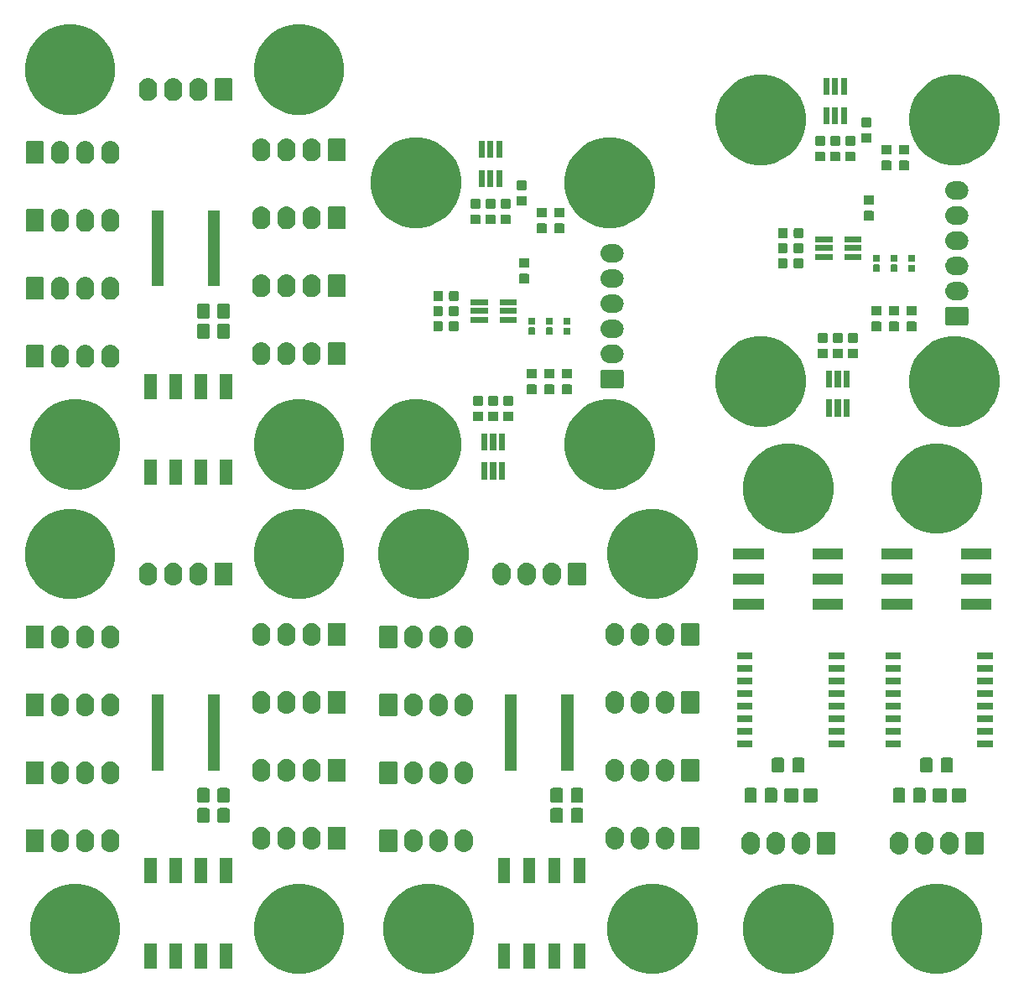
<source format=gts>
G04 #@! TF.GenerationSoftware,KiCad,Pcbnew,5.0.2+dfsg1-1~bpo9+1*
G04 #@! TF.CreationDate,2020-01-19T21:42:18+01:00*
G04 #@! TF.ProjectId,PCB_I2C,5043425f-4932-4432-9e6b-696361645f70,V0-20*
G04 #@! TF.SameCoordinates,Original*
G04 #@! TF.FileFunction,Soldermask,Top*
G04 #@! TF.FilePolarity,Negative*
%FSLAX46Y46*%
G04 Gerber Fmt 4.6, Leading zero omitted, Abs format (unit mm)*
G04 Created by KiCad (PCBNEW 5.0.2+dfsg1-1~bpo9+1) date dim. 19 janv. 2020 21:42:18 CET*
%MOMM*%
%LPD*%
G01*
G04 APERTURE LIST*
%ADD10C,0.100000*%
G04 APERTURE END LIST*
D10*
G36*
X174428475Y-136720892D02*
X174428477Y-136720893D01*
X174428478Y-136720893D01*
X175256707Y-137063956D01*
X175998727Y-137559759D01*
X176002096Y-137562010D01*
X176635990Y-138195904D01*
X176635992Y-138195907D01*
X177134044Y-138941293D01*
X177477107Y-139769522D01*
X177652000Y-140648766D01*
X177652000Y-141545234D01*
X177477107Y-142424478D01*
X177134044Y-143252707D01*
X176638241Y-143994727D01*
X176635990Y-143998096D01*
X176002096Y-144631990D01*
X176002093Y-144631992D01*
X175256707Y-145130044D01*
X174428478Y-145473107D01*
X174428477Y-145473107D01*
X174428475Y-145473108D01*
X173549236Y-145648000D01*
X172652764Y-145648000D01*
X171773525Y-145473108D01*
X171773523Y-145473107D01*
X171773522Y-145473107D01*
X170945293Y-145130044D01*
X170199907Y-144631992D01*
X170199904Y-144631990D01*
X169566010Y-143998096D01*
X169563759Y-143994727D01*
X169067956Y-143252707D01*
X168724893Y-142424478D01*
X168550000Y-141545234D01*
X168550000Y-140648766D01*
X168724893Y-139769522D01*
X169067956Y-138941293D01*
X169566008Y-138195907D01*
X169566010Y-138195904D01*
X170199904Y-137562010D01*
X170203273Y-137559759D01*
X170945293Y-137063956D01*
X171773522Y-136720893D01*
X171773523Y-136720893D01*
X171773525Y-136720892D01*
X172652764Y-136546000D01*
X173549236Y-136546000D01*
X174428475Y-136720892D01*
X174428475Y-136720892D01*
G37*
G36*
X159442475Y-136720892D02*
X159442477Y-136720893D01*
X159442478Y-136720893D01*
X160270707Y-137063956D01*
X161012727Y-137559759D01*
X161016096Y-137562010D01*
X161649990Y-138195904D01*
X161649992Y-138195907D01*
X162148044Y-138941293D01*
X162491107Y-139769522D01*
X162666000Y-140648766D01*
X162666000Y-141545234D01*
X162491107Y-142424478D01*
X162148044Y-143252707D01*
X161652241Y-143994727D01*
X161649990Y-143998096D01*
X161016096Y-144631990D01*
X161016093Y-144631992D01*
X160270707Y-145130044D01*
X159442478Y-145473107D01*
X159442477Y-145473107D01*
X159442475Y-145473108D01*
X158563236Y-145648000D01*
X157666764Y-145648000D01*
X156787525Y-145473108D01*
X156787523Y-145473107D01*
X156787522Y-145473107D01*
X155959293Y-145130044D01*
X155213907Y-144631992D01*
X155213904Y-144631990D01*
X154580010Y-143998096D01*
X154577759Y-143994727D01*
X154081956Y-143252707D01*
X153738893Y-142424478D01*
X153564000Y-141545234D01*
X153564000Y-140648766D01*
X153738893Y-139769522D01*
X154081956Y-138941293D01*
X154580008Y-138195907D01*
X154580010Y-138195904D01*
X155213904Y-137562010D01*
X155217273Y-137559759D01*
X155959293Y-137063956D01*
X156787522Y-136720893D01*
X156787523Y-136720893D01*
X156787525Y-136720892D01*
X157666764Y-136546000D01*
X158563236Y-136546000D01*
X159442475Y-136720892D01*
X159442475Y-136720892D01*
G37*
G36*
X145726475Y-136720892D02*
X145726477Y-136720893D01*
X145726478Y-136720893D01*
X146554707Y-137063956D01*
X147296727Y-137559759D01*
X147300096Y-137562010D01*
X147933990Y-138195904D01*
X147933992Y-138195907D01*
X148432044Y-138941293D01*
X148775107Y-139769522D01*
X148950000Y-140648766D01*
X148950000Y-141545234D01*
X148775107Y-142424478D01*
X148432044Y-143252707D01*
X147936241Y-143994727D01*
X147933990Y-143998096D01*
X147300096Y-144631990D01*
X147300093Y-144631992D01*
X146554707Y-145130044D01*
X145726478Y-145473107D01*
X145726477Y-145473107D01*
X145726475Y-145473108D01*
X144847236Y-145648000D01*
X143950764Y-145648000D01*
X143071525Y-145473108D01*
X143071523Y-145473107D01*
X143071522Y-145473107D01*
X142243293Y-145130044D01*
X141497907Y-144631992D01*
X141497904Y-144631990D01*
X140864010Y-143998096D01*
X140861759Y-143994727D01*
X140365956Y-143252707D01*
X140022893Y-142424478D01*
X139848000Y-141545234D01*
X139848000Y-140648766D01*
X140022893Y-139769522D01*
X140365956Y-138941293D01*
X140864008Y-138195907D01*
X140864010Y-138195904D01*
X141497904Y-137562010D01*
X141501273Y-137559759D01*
X142243293Y-137063956D01*
X143071522Y-136720893D01*
X143071523Y-136720893D01*
X143071525Y-136720892D01*
X143950764Y-136546000D01*
X144847236Y-136546000D01*
X145726475Y-136720892D01*
X145726475Y-136720892D01*
G37*
G36*
X123120475Y-136720892D02*
X123120477Y-136720893D01*
X123120478Y-136720893D01*
X123948707Y-137063956D01*
X124690727Y-137559759D01*
X124694096Y-137562010D01*
X125327990Y-138195904D01*
X125327992Y-138195907D01*
X125826044Y-138941293D01*
X126169107Y-139769522D01*
X126344000Y-140648766D01*
X126344000Y-141545234D01*
X126169107Y-142424478D01*
X125826044Y-143252707D01*
X125330241Y-143994727D01*
X125327990Y-143998096D01*
X124694096Y-144631990D01*
X124694093Y-144631992D01*
X123948707Y-145130044D01*
X123120478Y-145473107D01*
X123120477Y-145473107D01*
X123120475Y-145473108D01*
X122241236Y-145648000D01*
X121344764Y-145648000D01*
X120465525Y-145473108D01*
X120465523Y-145473107D01*
X120465522Y-145473107D01*
X119637293Y-145130044D01*
X118891907Y-144631992D01*
X118891904Y-144631990D01*
X118258010Y-143998096D01*
X118255759Y-143994727D01*
X117759956Y-143252707D01*
X117416893Y-142424478D01*
X117242000Y-141545234D01*
X117242000Y-140648766D01*
X117416893Y-139769522D01*
X117759956Y-138941293D01*
X118258008Y-138195907D01*
X118258010Y-138195904D01*
X118891904Y-137562010D01*
X118895273Y-137559759D01*
X119637293Y-137063956D01*
X120465522Y-136720893D01*
X120465523Y-136720893D01*
X120465525Y-136720892D01*
X121344764Y-136546000D01*
X122241236Y-136546000D01*
X123120475Y-136720892D01*
X123120475Y-136720892D01*
G37*
G36*
X87433475Y-136720892D02*
X87433477Y-136720893D01*
X87433478Y-136720893D01*
X88261707Y-137063956D01*
X89003727Y-137559759D01*
X89007096Y-137562010D01*
X89640990Y-138195904D01*
X89640992Y-138195907D01*
X90139044Y-138941293D01*
X90482107Y-139769522D01*
X90657000Y-140648766D01*
X90657000Y-141545234D01*
X90482107Y-142424478D01*
X90139044Y-143252707D01*
X89643241Y-143994727D01*
X89640990Y-143998096D01*
X89007096Y-144631990D01*
X89007093Y-144631992D01*
X88261707Y-145130044D01*
X87433478Y-145473107D01*
X87433477Y-145473107D01*
X87433475Y-145473108D01*
X86554236Y-145648000D01*
X85657764Y-145648000D01*
X84778525Y-145473108D01*
X84778523Y-145473107D01*
X84778522Y-145473107D01*
X83950293Y-145130044D01*
X83204907Y-144631992D01*
X83204904Y-144631990D01*
X82571010Y-143998096D01*
X82568759Y-143994727D01*
X82072956Y-143252707D01*
X81729893Y-142424478D01*
X81555000Y-141545234D01*
X81555000Y-140648766D01*
X81729893Y-139769522D01*
X82072956Y-138941293D01*
X82571008Y-138195907D01*
X82571010Y-138195904D01*
X83204904Y-137562010D01*
X83208273Y-137559759D01*
X83950293Y-137063956D01*
X84778522Y-136720893D01*
X84778523Y-136720893D01*
X84778525Y-136720892D01*
X85657764Y-136546000D01*
X86554236Y-136546000D01*
X87433475Y-136720892D01*
X87433475Y-136720892D01*
G37*
G36*
X110039475Y-136720892D02*
X110039477Y-136720893D01*
X110039478Y-136720893D01*
X110867707Y-137063956D01*
X111609727Y-137559759D01*
X111613096Y-137562010D01*
X112246990Y-138195904D01*
X112246992Y-138195907D01*
X112745044Y-138941293D01*
X113088107Y-139769522D01*
X113263000Y-140648766D01*
X113263000Y-141545234D01*
X113088107Y-142424478D01*
X112745044Y-143252707D01*
X112249241Y-143994727D01*
X112246990Y-143998096D01*
X111613096Y-144631990D01*
X111613093Y-144631992D01*
X110867707Y-145130044D01*
X110039478Y-145473107D01*
X110039477Y-145473107D01*
X110039475Y-145473108D01*
X109160236Y-145648000D01*
X108263764Y-145648000D01*
X107384525Y-145473108D01*
X107384523Y-145473107D01*
X107384522Y-145473107D01*
X106556293Y-145130044D01*
X105810907Y-144631992D01*
X105810904Y-144631990D01*
X105177010Y-143998096D01*
X105174759Y-143994727D01*
X104678956Y-143252707D01*
X104335893Y-142424478D01*
X104161000Y-141545234D01*
X104161000Y-140648766D01*
X104335893Y-139769522D01*
X104678956Y-138941293D01*
X105177008Y-138195907D01*
X105177010Y-138195904D01*
X105810904Y-137562010D01*
X105814273Y-137559759D01*
X106556293Y-137063956D01*
X107384522Y-136720893D01*
X107384523Y-136720893D01*
X107384525Y-136720892D01*
X108263764Y-136546000D01*
X109160236Y-136546000D01*
X110039475Y-136720892D01*
X110039475Y-136720892D01*
G37*
G36*
X130024000Y-145149000D02*
X128802000Y-145149000D01*
X128802000Y-142607000D01*
X130024000Y-142607000D01*
X130024000Y-145149000D01*
X130024000Y-145149000D01*
G37*
G36*
X101957000Y-145149000D02*
X100735000Y-145149000D01*
X100735000Y-142607000D01*
X101957000Y-142607000D01*
X101957000Y-145149000D01*
X101957000Y-145149000D01*
G37*
G36*
X99417000Y-145149000D02*
X98195000Y-145149000D01*
X98195000Y-142607000D01*
X99417000Y-142607000D01*
X99417000Y-145149000D01*
X99417000Y-145149000D01*
G37*
G36*
X96877000Y-145149000D02*
X95655000Y-145149000D01*
X95655000Y-142607000D01*
X96877000Y-142607000D01*
X96877000Y-145149000D01*
X96877000Y-145149000D01*
G37*
G36*
X94337000Y-145149000D02*
X93115000Y-145149000D01*
X93115000Y-142607000D01*
X94337000Y-142607000D01*
X94337000Y-145149000D01*
X94337000Y-145149000D01*
G37*
G36*
X137644000Y-145149000D02*
X136422000Y-145149000D01*
X136422000Y-142607000D01*
X137644000Y-142607000D01*
X137644000Y-145149000D01*
X137644000Y-145149000D01*
G37*
G36*
X135104000Y-145149000D02*
X133882000Y-145149000D01*
X133882000Y-142607000D01*
X135104000Y-142607000D01*
X135104000Y-145149000D01*
X135104000Y-145149000D01*
G37*
G36*
X132564000Y-145149000D02*
X131342000Y-145149000D01*
X131342000Y-142607000D01*
X132564000Y-142607000D01*
X132564000Y-145149000D01*
X132564000Y-145149000D01*
G37*
G36*
X135104000Y-136539000D02*
X133882000Y-136539000D01*
X133882000Y-133997000D01*
X135104000Y-133997000D01*
X135104000Y-136539000D01*
X135104000Y-136539000D01*
G37*
G36*
X94337000Y-136539000D02*
X93115000Y-136539000D01*
X93115000Y-133997000D01*
X94337000Y-133997000D01*
X94337000Y-136539000D01*
X94337000Y-136539000D01*
G37*
G36*
X96877000Y-136539000D02*
X95655000Y-136539000D01*
X95655000Y-133997000D01*
X96877000Y-133997000D01*
X96877000Y-136539000D01*
X96877000Y-136539000D01*
G37*
G36*
X99417000Y-136539000D02*
X98195000Y-136539000D01*
X98195000Y-133997000D01*
X99417000Y-133997000D01*
X99417000Y-136539000D01*
X99417000Y-136539000D01*
G37*
G36*
X101957000Y-136539000D02*
X100735000Y-136539000D01*
X100735000Y-133997000D01*
X101957000Y-133997000D01*
X101957000Y-136539000D01*
X101957000Y-136539000D01*
G37*
G36*
X137644000Y-136539000D02*
X136422000Y-136539000D01*
X136422000Y-133997000D01*
X137644000Y-133997000D01*
X137644000Y-136539000D01*
X137644000Y-136539000D01*
G37*
G36*
X132564000Y-136539000D02*
X131342000Y-136539000D01*
X131342000Y-133997000D01*
X132564000Y-133997000D01*
X132564000Y-136539000D01*
X132564000Y-136539000D01*
G37*
G36*
X130024000Y-136539000D02*
X128802000Y-136539000D01*
X128802000Y-133997000D01*
X130024000Y-133997000D01*
X130024000Y-136539000D01*
X130024000Y-136539000D01*
G37*
G36*
X169471548Y-131323326D02*
X169587287Y-131358435D01*
X169645158Y-131375990D01*
X169668315Y-131388368D01*
X169805156Y-131461511D01*
X169945396Y-131576604D01*
X170060489Y-131716844D01*
X170146010Y-131876843D01*
X170198674Y-132050452D01*
X170212000Y-132185757D01*
X170212000Y-132736244D01*
X170198674Y-132871548D01*
X170174525Y-132951156D01*
X170146010Y-133045158D01*
X170125326Y-133083854D01*
X170060489Y-133205156D01*
X169945396Y-133345396D01*
X169805155Y-133460489D01*
X169703514Y-133514817D01*
X169645157Y-133546010D01*
X169598550Y-133560148D01*
X169471547Y-133598674D01*
X169291000Y-133616456D01*
X169110452Y-133598674D01*
X168983449Y-133560148D01*
X168936842Y-133546010D01*
X168795686Y-133470560D01*
X168776844Y-133460489D01*
X168636604Y-133345396D01*
X168521511Y-133205155D01*
X168435991Y-133045158D01*
X168435990Y-133045157D01*
X168404281Y-132940625D01*
X168383326Y-132871547D01*
X168370000Y-132736243D01*
X168370000Y-132185756D01*
X168383326Y-132050452D01*
X168435990Y-131876843D01*
X168435990Y-131876842D01*
X168521513Y-131716843D01*
X168598657Y-131622844D01*
X168636605Y-131576604D01*
X168776845Y-131461511D01*
X168913686Y-131388368D01*
X168936843Y-131375990D01*
X168994714Y-131358435D01*
X169110453Y-131323326D01*
X169291000Y-131305544D01*
X169471548Y-131323326D01*
X169471548Y-131323326D01*
G37*
G36*
X172011548Y-131323326D02*
X172127287Y-131358435D01*
X172185158Y-131375990D01*
X172208315Y-131388368D01*
X172345156Y-131461511D01*
X172485396Y-131576604D01*
X172600489Y-131716844D01*
X172686010Y-131876843D01*
X172738674Y-132050452D01*
X172752000Y-132185757D01*
X172752000Y-132736244D01*
X172738674Y-132871548D01*
X172714525Y-132951156D01*
X172686010Y-133045158D01*
X172665326Y-133083854D01*
X172600489Y-133205156D01*
X172485396Y-133345396D01*
X172345155Y-133460489D01*
X172243514Y-133514817D01*
X172185157Y-133546010D01*
X172138550Y-133560148D01*
X172011547Y-133598674D01*
X171831000Y-133616456D01*
X171650452Y-133598674D01*
X171523449Y-133560148D01*
X171476842Y-133546010D01*
X171335686Y-133470560D01*
X171316844Y-133460489D01*
X171176604Y-133345396D01*
X171061511Y-133205155D01*
X170975991Y-133045158D01*
X170975990Y-133045157D01*
X170944281Y-132940625D01*
X170923326Y-132871547D01*
X170910000Y-132736243D01*
X170910000Y-132185756D01*
X170923326Y-132050452D01*
X170975990Y-131876843D01*
X170975990Y-131876842D01*
X171061513Y-131716843D01*
X171138657Y-131622844D01*
X171176605Y-131576604D01*
X171316845Y-131461511D01*
X171453686Y-131388368D01*
X171476843Y-131375990D01*
X171534714Y-131358435D01*
X171650453Y-131323326D01*
X171831000Y-131305544D01*
X172011548Y-131323326D01*
X172011548Y-131323326D01*
G37*
G36*
X157025548Y-131323326D02*
X157141287Y-131358435D01*
X157199158Y-131375990D01*
X157222315Y-131388368D01*
X157359156Y-131461511D01*
X157499396Y-131576604D01*
X157614489Y-131716844D01*
X157700010Y-131876843D01*
X157752674Y-132050452D01*
X157766000Y-132185757D01*
X157766000Y-132736244D01*
X157752674Y-132871548D01*
X157728525Y-132951156D01*
X157700010Y-133045158D01*
X157679326Y-133083854D01*
X157614489Y-133205156D01*
X157499396Y-133345396D01*
X157359155Y-133460489D01*
X157257514Y-133514817D01*
X157199157Y-133546010D01*
X157152550Y-133560148D01*
X157025547Y-133598674D01*
X156845000Y-133616456D01*
X156664452Y-133598674D01*
X156537449Y-133560148D01*
X156490842Y-133546010D01*
X156349686Y-133470560D01*
X156330844Y-133460489D01*
X156190604Y-133345396D01*
X156075511Y-133205155D01*
X155989991Y-133045158D01*
X155989990Y-133045157D01*
X155958281Y-132940625D01*
X155937326Y-132871547D01*
X155924000Y-132736243D01*
X155924000Y-132185756D01*
X155937326Y-132050452D01*
X155989990Y-131876843D01*
X155989990Y-131876842D01*
X156075513Y-131716843D01*
X156152657Y-131622844D01*
X156190605Y-131576604D01*
X156330845Y-131461511D01*
X156467686Y-131388368D01*
X156490843Y-131375990D01*
X156548714Y-131358435D01*
X156664453Y-131323326D01*
X156845000Y-131305544D01*
X157025548Y-131323326D01*
X157025548Y-131323326D01*
G37*
G36*
X159565548Y-131323326D02*
X159681287Y-131358435D01*
X159739158Y-131375990D01*
X159762315Y-131388368D01*
X159899156Y-131461511D01*
X160039396Y-131576604D01*
X160154489Y-131716844D01*
X160240010Y-131876843D01*
X160292674Y-132050452D01*
X160306000Y-132185757D01*
X160306000Y-132736244D01*
X160292674Y-132871548D01*
X160268525Y-132951156D01*
X160240010Y-133045158D01*
X160219326Y-133083854D01*
X160154489Y-133205156D01*
X160039396Y-133345396D01*
X159899155Y-133460489D01*
X159797514Y-133514817D01*
X159739157Y-133546010D01*
X159692550Y-133560148D01*
X159565547Y-133598674D01*
X159385000Y-133616456D01*
X159204452Y-133598674D01*
X159077449Y-133560148D01*
X159030842Y-133546010D01*
X158889686Y-133470560D01*
X158870844Y-133460489D01*
X158730604Y-133345396D01*
X158615511Y-133205155D01*
X158529991Y-133045158D01*
X158529990Y-133045157D01*
X158498281Y-132940625D01*
X158477326Y-132871547D01*
X158464000Y-132736243D01*
X158464000Y-132185756D01*
X158477326Y-132050452D01*
X158529990Y-131876843D01*
X158529990Y-131876842D01*
X158615513Y-131716843D01*
X158692657Y-131622844D01*
X158730605Y-131576604D01*
X158870845Y-131461511D01*
X159007686Y-131388368D01*
X159030843Y-131375990D01*
X159088714Y-131358435D01*
X159204453Y-131323326D01*
X159385000Y-131305544D01*
X159565548Y-131323326D01*
X159565548Y-131323326D01*
G37*
G36*
X174551548Y-131323326D02*
X174667287Y-131358435D01*
X174725158Y-131375990D01*
X174748315Y-131388368D01*
X174885156Y-131461511D01*
X175025396Y-131576604D01*
X175140489Y-131716844D01*
X175226010Y-131876843D01*
X175278674Y-132050452D01*
X175292000Y-132185757D01*
X175292000Y-132736244D01*
X175278674Y-132871548D01*
X175254525Y-132951156D01*
X175226010Y-133045158D01*
X175205326Y-133083854D01*
X175140489Y-133205156D01*
X175025396Y-133345396D01*
X174885155Y-133460489D01*
X174783514Y-133514817D01*
X174725157Y-133546010D01*
X174678550Y-133560148D01*
X174551547Y-133598674D01*
X174371000Y-133616456D01*
X174190452Y-133598674D01*
X174063449Y-133560148D01*
X174016842Y-133546010D01*
X173875686Y-133470560D01*
X173856844Y-133460489D01*
X173716604Y-133345396D01*
X173601511Y-133205155D01*
X173515991Y-133045158D01*
X173515990Y-133045157D01*
X173484281Y-132940625D01*
X173463326Y-132871547D01*
X173450000Y-132736243D01*
X173450000Y-132185756D01*
X173463326Y-132050452D01*
X173515990Y-131876843D01*
X173515990Y-131876842D01*
X173601513Y-131716843D01*
X173678657Y-131622844D01*
X173716605Y-131576604D01*
X173856845Y-131461511D01*
X173993686Y-131388368D01*
X174016843Y-131375990D01*
X174074714Y-131358435D01*
X174190453Y-131323326D01*
X174371000Y-131305544D01*
X174551548Y-131323326D01*
X174551548Y-131323326D01*
G37*
G36*
X154485548Y-131323326D02*
X154601287Y-131358435D01*
X154659158Y-131375990D01*
X154682315Y-131388368D01*
X154819156Y-131461511D01*
X154959396Y-131576604D01*
X155074489Y-131716844D01*
X155160010Y-131876843D01*
X155212674Y-132050452D01*
X155226000Y-132185757D01*
X155226000Y-132736244D01*
X155212674Y-132871548D01*
X155188525Y-132951156D01*
X155160010Y-133045158D01*
X155139326Y-133083854D01*
X155074489Y-133205156D01*
X154959396Y-133345396D01*
X154819155Y-133460489D01*
X154717514Y-133514817D01*
X154659157Y-133546010D01*
X154612550Y-133560148D01*
X154485547Y-133598674D01*
X154305000Y-133616456D01*
X154124452Y-133598674D01*
X153997449Y-133560148D01*
X153950842Y-133546010D01*
X153809686Y-133470560D01*
X153790844Y-133460489D01*
X153650604Y-133345396D01*
X153535511Y-133205155D01*
X153449991Y-133045158D01*
X153449990Y-133045157D01*
X153418281Y-132940625D01*
X153397326Y-132871547D01*
X153384000Y-132736243D01*
X153384000Y-132185756D01*
X153397326Y-132050452D01*
X153449990Y-131876843D01*
X153449990Y-131876842D01*
X153535513Y-131716843D01*
X153612657Y-131622844D01*
X153650605Y-131576604D01*
X153790845Y-131461511D01*
X153927686Y-131388368D01*
X153950843Y-131375990D01*
X154008714Y-131358435D01*
X154124453Y-131323326D01*
X154305000Y-131305544D01*
X154485548Y-131323326D01*
X154485548Y-131323326D01*
G37*
G36*
X177690560Y-131313966D02*
X177723383Y-131323923D01*
X177753632Y-131340092D01*
X177780148Y-131361852D01*
X177801908Y-131388368D01*
X177818077Y-131418617D01*
X177828034Y-131451440D01*
X177832000Y-131491712D01*
X177832000Y-133430288D01*
X177828034Y-133470560D01*
X177818077Y-133503383D01*
X177801908Y-133533632D01*
X177780148Y-133560148D01*
X177753632Y-133581908D01*
X177723383Y-133598077D01*
X177690560Y-133608034D01*
X177650288Y-133612000D01*
X176171712Y-133612000D01*
X176131440Y-133608034D01*
X176098617Y-133598077D01*
X176068368Y-133581908D01*
X176041852Y-133560148D01*
X176020092Y-133533632D01*
X176003923Y-133503383D01*
X175993966Y-133470560D01*
X175990000Y-133430288D01*
X175990000Y-131491712D01*
X175993966Y-131451440D01*
X176003923Y-131418617D01*
X176020092Y-131388368D01*
X176041852Y-131361852D01*
X176068368Y-131340092D01*
X176098617Y-131323923D01*
X176131440Y-131313966D01*
X176171712Y-131310000D01*
X177650288Y-131310000D01*
X177690560Y-131313966D01*
X177690560Y-131313966D01*
G37*
G36*
X162704560Y-131313966D02*
X162737383Y-131323923D01*
X162767632Y-131340092D01*
X162794148Y-131361852D01*
X162815908Y-131388368D01*
X162832077Y-131418617D01*
X162842034Y-131451440D01*
X162846000Y-131491712D01*
X162846000Y-133430288D01*
X162842034Y-133470560D01*
X162832077Y-133503383D01*
X162815908Y-133533632D01*
X162794148Y-133560148D01*
X162767632Y-133581908D01*
X162737383Y-133598077D01*
X162704560Y-133608034D01*
X162664288Y-133612000D01*
X161185712Y-133612000D01*
X161145440Y-133608034D01*
X161112617Y-133598077D01*
X161082368Y-133581908D01*
X161055852Y-133560148D01*
X161034092Y-133533632D01*
X161017923Y-133503383D01*
X161007966Y-133470560D01*
X161004000Y-133430288D01*
X161004000Y-131491712D01*
X161007966Y-131451440D01*
X161017923Y-131418617D01*
X161034092Y-131388368D01*
X161055852Y-131361852D01*
X161082368Y-131340092D01*
X161112617Y-131323923D01*
X161145440Y-131313966D01*
X161185712Y-131310000D01*
X162664288Y-131310000D01*
X162704560Y-131313966D01*
X162704560Y-131313966D01*
G37*
G36*
X89842547Y-131069326D02*
X89958286Y-131104435D01*
X90016157Y-131121990D01*
X90037718Y-131133515D01*
X90176155Y-131207511D01*
X90316396Y-131322604D01*
X90431489Y-131462844D01*
X90437118Y-131473375D01*
X90517010Y-131622842D01*
X90533667Y-131677755D01*
X90569674Y-131796452D01*
X90583000Y-131931756D01*
X90583000Y-132482243D01*
X90569674Y-132617548D01*
X90517010Y-132791157D01*
X90431489Y-132951156D01*
X90316396Y-133091396D01*
X90176156Y-133206489D01*
X90157314Y-133216560D01*
X90016158Y-133292010D01*
X89969551Y-133306148D01*
X89842548Y-133344674D01*
X89662000Y-133362456D01*
X89481453Y-133344674D01*
X89354450Y-133306148D01*
X89307843Y-133292010D01*
X89166687Y-133216560D01*
X89147845Y-133206489D01*
X89007605Y-133091396D01*
X88892512Y-132951156D01*
X88831705Y-132837396D01*
X88806990Y-132791158D01*
X88778475Y-132697155D01*
X88754326Y-132617548D01*
X88741000Y-132482244D01*
X88741000Y-131931757D01*
X88754326Y-131796453D01*
X88806990Y-131622844D01*
X88806990Y-131622843D01*
X88849960Y-131542452D01*
X88892511Y-131462845D01*
X89007604Y-131322604D01*
X89147844Y-131207511D01*
X89284685Y-131134368D01*
X89307842Y-131121990D01*
X89365713Y-131104435D01*
X89481452Y-131069326D01*
X89662000Y-131051544D01*
X89842547Y-131069326D01*
X89842547Y-131069326D01*
G37*
G36*
X120449547Y-131069326D02*
X120565286Y-131104435D01*
X120623157Y-131121990D01*
X120644718Y-131133515D01*
X120783155Y-131207511D01*
X120923396Y-131322604D01*
X121038489Y-131462844D01*
X121044118Y-131473375D01*
X121124010Y-131622842D01*
X121140667Y-131677755D01*
X121176674Y-131796452D01*
X121190000Y-131931756D01*
X121190000Y-132482243D01*
X121176674Y-132617548D01*
X121124010Y-132791157D01*
X121038489Y-132951156D01*
X120923396Y-133091396D01*
X120783156Y-133206489D01*
X120764314Y-133216560D01*
X120623158Y-133292010D01*
X120576551Y-133306148D01*
X120449548Y-133344674D01*
X120269000Y-133362456D01*
X120088453Y-133344674D01*
X119961450Y-133306148D01*
X119914843Y-133292010D01*
X119773687Y-133216560D01*
X119754845Y-133206489D01*
X119614605Y-133091396D01*
X119499512Y-132951156D01*
X119438705Y-132837396D01*
X119413990Y-132791158D01*
X119385475Y-132697155D01*
X119361326Y-132617548D01*
X119348000Y-132482244D01*
X119348000Y-131931757D01*
X119361326Y-131796453D01*
X119413990Y-131622844D01*
X119413990Y-131622843D01*
X119456960Y-131542452D01*
X119499511Y-131462845D01*
X119614604Y-131322604D01*
X119754844Y-131207511D01*
X119891685Y-131134368D01*
X119914842Y-131121990D01*
X119972713Y-131104435D01*
X120088452Y-131069326D01*
X120269000Y-131051544D01*
X120449547Y-131069326D01*
X120449547Y-131069326D01*
G37*
G36*
X122989547Y-131069326D02*
X123105286Y-131104435D01*
X123163157Y-131121990D01*
X123184718Y-131133515D01*
X123323155Y-131207511D01*
X123463396Y-131322604D01*
X123578489Y-131462844D01*
X123584118Y-131473375D01*
X123664010Y-131622842D01*
X123680667Y-131677755D01*
X123716674Y-131796452D01*
X123730000Y-131931756D01*
X123730000Y-132482243D01*
X123716674Y-132617548D01*
X123664010Y-132791157D01*
X123578489Y-132951156D01*
X123463396Y-133091396D01*
X123323156Y-133206489D01*
X123304314Y-133216560D01*
X123163158Y-133292010D01*
X123116551Y-133306148D01*
X122989548Y-133344674D01*
X122809000Y-133362456D01*
X122628453Y-133344674D01*
X122501450Y-133306148D01*
X122454843Y-133292010D01*
X122313687Y-133216560D01*
X122294845Y-133206489D01*
X122154605Y-133091396D01*
X122039512Y-132951156D01*
X121978705Y-132837396D01*
X121953990Y-132791158D01*
X121925475Y-132697155D01*
X121901326Y-132617548D01*
X121888000Y-132482244D01*
X121888000Y-131931757D01*
X121901326Y-131796453D01*
X121953990Y-131622844D01*
X121953990Y-131622843D01*
X121996960Y-131542452D01*
X122039511Y-131462845D01*
X122154604Y-131322604D01*
X122294844Y-131207511D01*
X122431685Y-131134368D01*
X122454842Y-131121990D01*
X122512713Y-131104435D01*
X122628452Y-131069326D01*
X122809000Y-131051544D01*
X122989547Y-131069326D01*
X122989547Y-131069326D01*
G37*
G36*
X125529547Y-131069326D02*
X125645286Y-131104435D01*
X125703157Y-131121990D01*
X125724718Y-131133515D01*
X125863155Y-131207511D01*
X126003396Y-131322604D01*
X126118489Y-131462844D01*
X126124118Y-131473375D01*
X126204010Y-131622842D01*
X126220667Y-131677755D01*
X126256674Y-131796452D01*
X126270000Y-131931756D01*
X126270000Y-132482243D01*
X126256674Y-132617548D01*
X126204010Y-132791157D01*
X126118489Y-132951156D01*
X126003396Y-133091396D01*
X125863156Y-133206489D01*
X125844314Y-133216560D01*
X125703158Y-133292010D01*
X125656551Y-133306148D01*
X125529548Y-133344674D01*
X125349000Y-133362456D01*
X125168453Y-133344674D01*
X125041450Y-133306148D01*
X124994843Y-133292010D01*
X124853687Y-133216560D01*
X124834845Y-133206489D01*
X124694605Y-133091396D01*
X124579512Y-132951156D01*
X124518705Y-132837396D01*
X124493990Y-132791158D01*
X124465475Y-132697155D01*
X124441326Y-132617548D01*
X124428000Y-132482244D01*
X124428000Y-131931757D01*
X124441326Y-131796453D01*
X124493990Y-131622844D01*
X124493990Y-131622843D01*
X124536960Y-131542452D01*
X124579511Y-131462845D01*
X124694604Y-131322604D01*
X124834844Y-131207511D01*
X124971685Y-131134368D01*
X124994842Y-131121990D01*
X125052713Y-131104435D01*
X125168452Y-131069326D01*
X125349000Y-131051544D01*
X125529547Y-131069326D01*
X125529547Y-131069326D01*
G37*
G36*
X87302547Y-131069326D02*
X87418286Y-131104435D01*
X87476157Y-131121990D01*
X87497718Y-131133515D01*
X87636155Y-131207511D01*
X87776396Y-131322604D01*
X87891489Y-131462844D01*
X87897118Y-131473375D01*
X87977010Y-131622842D01*
X87993667Y-131677755D01*
X88029674Y-131796452D01*
X88043000Y-131931756D01*
X88043000Y-132482243D01*
X88029674Y-132617548D01*
X87977010Y-132791157D01*
X87891489Y-132951156D01*
X87776396Y-133091396D01*
X87636156Y-133206489D01*
X87617314Y-133216560D01*
X87476158Y-133292010D01*
X87429551Y-133306148D01*
X87302548Y-133344674D01*
X87122000Y-133362456D01*
X86941453Y-133344674D01*
X86814450Y-133306148D01*
X86767843Y-133292010D01*
X86626687Y-133216560D01*
X86607845Y-133206489D01*
X86467605Y-133091396D01*
X86352512Y-132951156D01*
X86291705Y-132837396D01*
X86266990Y-132791158D01*
X86238475Y-132697155D01*
X86214326Y-132617548D01*
X86201000Y-132482244D01*
X86201000Y-131931757D01*
X86214326Y-131796453D01*
X86266990Y-131622844D01*
X86266990Y-131622843D01*
X86309960Y-131542452D01*
X86352511Y-131462845D01*
X86467604Y-131322604D01*
X86607844Y-131207511D01*
X86744685Y-131134368D01*
X86767842Y-131121990D01*
X86825713Y-131104435D01*
X86941452Y-131069326D01*
X87122000Y-131051544D01*
X87302547Y-131069326D01*
X87302547Y-131069326D01*
G37*
G36*
X84762547Y-131069326D02*
X84878286Y-131104435D01*
X84936157Y-131121990D01*
X84957718Y-131133515D01*
X85096155Y-131207511D01*
X85236396Y-131322604D01*
X85351489Y-131462844D01*
X85357118Y-131473375D01*
X85437010Y-131622842D01*
X85453667Y-131677755D01*
X85489674Y-131796452D01*
X85503000Y-131931756D01*
X85503000Y-132482243D01*
X85489674Y-132617548D01*
X85437010Y-132791157D01*
X85351489Y-132951156D01*
X85236396Y-133091396D01*
X85096156Y-133206489D01*
X85077314Y-133216560D01*
X84936158Y-133292010D01*
X84889551Y-133306148D01*
X84762548Y-133344674D01*
X84582000Y-133362456D01*
X84401453Y-133344674D01*
X84274450Y-133306148D01*
X84227843Y-133292010D01*
X84086687Y-133216560D01*
X84067845Y-133206489D01*
X83927605Y-133091396D01*
X83812512Y-132951156D01*
X83751705Y-132837396D01*
X83726990Y-132791158D01*
X83698475Y-132697155D01*
X83674326Y-132617548D01*
X83661000Y-132482244D01*
X83661000Y-131931757D01*
X83674326Y-131796453D01*
X83726990Y-131622844D01*
X83726990Y-131622843D01*
X83769960Y-131542452D01*
X83812511Y-131462845D01*
X83927604Y-131322604D01*
X84067844Y-131207511D01*
X84204685Y-131134368D01*
X84227842Y-131121990D01*
X84285713Y-131104435D01*
X84401452Y-131069326D01*
X84582000Y-131051544D01*
X84762547Y-131069326D01*
X84762547Y-131069326D01*
G37*
G36*
X118508560Y-131059966D02*
X118541383Y-131069923D01*
X118571632Y-131086092D01*
X118598148Y-131107852D01*
X118619908Y-131134368D01*
X118636077Y-131164617D01*
X118646034Y-131197440D01*
X118650000Y-131237712D01*
X118650000Y-133176288D01*
X118646034Y-133216560D01*
X118636077Y-133249383D01*
X118619908Y-133279632D01*
X118598148Y-133306148D01*
X118571632Y-133327908D01*
X118541383Y-133344077D01*
X118508560Y-133354034D01*
X118468288Y-133358000D01*
X116989712Y-133358000D01*
X116949440Y-133354034D01*
X116916617Y-133344077D01*
X116886368Y-133327908D01*
X116859852Y-133306148D01*
X116838092Y-133279632D01*
X116821923Y-133249383D01*
X116811966Y-133216560D01*
X116808000Y-133176288D01*
X116808000Y-131237712D01*
X116811966Y-131197440D01*
X116821923Y-131164617D01*
X116838092Y-131134368D01*
X116859852Y-131107852D01*
X116886368Y-131086092D01*
X116916617Y-131069923D01*
X116949440Y-131059966D01*
X116989712Y-131056000D01*
X118468288Y-131056000D01*
X118508560Y-131059966D01*
X118508560Y-131059966D01*
G37*
G36*
X82821560Y-131059966D02*
X82854383Y-131069923D01*
X82884632Y-131086092D01*
X82911148Y-131107852D01*
X82932908Y-131134368D01*
X82949077Y-131164617D01*
X82959034Y-131197440D01*
X82963000Y-131237712D01*
X82963000Y-133176288D01*
X82959034Y-133216560D01*
X82949077Y-133249383D01*
X82932908Y-133279632D01*
X82911148Y-133306148D01*
X82884632Y-133327908D01*
X82854383Y-133344077D01*
X82821560Y-133354034D01*
X82781288Y-133358000D01*
X81302712Y-133358000D01*
X81262440Y-133354034D01*
X81229617Y-133344077D01*
X81199368Y-133327908D01*
X81172852Y-133306148D01*
X81151092Y-133279632D01*
X81134923Y-133249383D01*
X81124966Y-133216560D01*
X81121000Y-133176288D01*
X81121000Y-131237712D01*
X81124966Y-131197440D01*
X81134923Y-131164617D01*
X81151092Y-131134368D01*
X81172852Y-131107852D01*
X81199368Y-131086092D01*
X81229617Y-131069923D01*
X81262440Y-131059966D01*
X81302712Y-131056000D01*
X82781288Y-131056000D01*
X82821560Y-131059966D01*
X82821560Y-131059966D01*
G37*
G36*
X110162548Y-130815326D02*
X110278287Y-130850435D01*
X110336158Y-130867990D01*
X110359315Y-130880368D01*
X110496156Y-130953511D01*
X110636396Y-131068604D01*
X110751489Y-131208844D01*
X110837010Y-131368843D01*
X110889674Y-131542452D01*
X110903000Y-131677757D01*
X110903000Y-132228244D01*
X110889674Y-132363548D01*
X110854565Y-132479287D01*
X110837010Y-132537158D01*
X110794042Y-132617545D01*
X110751489Y-132697156D01*
X110636396Y-132837396D01*
X110496155Y-132952489D01*
X110394514Y-133006817D01*
X110336157Y-133038010D01*
X110289550Y-133052148D01*
X110162547Y-133090674D01*
X109982000Y-133108456D01*
X109801452Y-133090674D01*
X109674449Y-133052148D01*
X109627842Y-133038010D01*
X109486686Y-132962560D01*
X109467844Y-132952489D01*
X109327604Y-132837396D01*
X109212511Y-132697155D01*
X109126991Y-132537158D01*
X109126990Y-132537157D01*
X109109435Y-132479286D01*
X109074326Y-132363547D01*
X109061000Y-132228243D01*
X109061000Y-131677756D01*
X109074326Y-131542452D01*
X109126990Y-131368843D01*
X109126990Y-131368842D01*
X109212513Y-131208843D01*
X109213605Y-131207513D01*
X109327605Y-131068604D01*
X109467845Y-130953511D01*
X109604686Y-130880368D01*
X109627843Y-130867990D01*
X109685714Y-130850435D01*
X109801453Y-130815326D01*
X109982000Y-130797544D01*
X110162548Y-130815326D01*
X110162548Y-130815326D01*
G37*
G36*
X107622548Y-130815326D02*
X107738287Y-130850435D01*
X107796158Y-130867990D01*
X107819315Y-130880368D01*
X107956156Y-130953511D01*
X108096396Y-131068604D01*
X108211489Y-131208844D01*
X108297010Y-131368843D01*
X108349674Y-131542452D01*
X108363000Y-131677757D01*
X108363000Y-132228244D01*
X108349674Y-132363548D01*
X108314565Y-132479287D01*
X108297010Y-132537158D01*
X108254042Y-132617545D01*
X108211489Y-132697156D01*
X108096396Y-132837396D01*
X107956155Y-132952489D01*
X107854514Y-133006817D01*
X107796157Y-133038010D01*
X107749550Y-133052148D01*
X107622547Y-133090674D01*
X107442000Y-133108456D01*
X107261452Y-133090674D01*
X107134449Y-133052148D01*
X107087842Y-133038010D01*
X106946686Y-132962560D01*
X106927844Y-132952489D01*
X106787604Y-132837396D01*
X106672511Y-132697155D01*
X106586991Y-132537158D01*
X106586990Y-132537157D01*
X106569435Y-132479286D01*
X106534326Y-132363547D01*
X106521000Y-132228243D01*
X106521000Y-131677756D01*
X106534326Y-131542452D01*
X106586990Y-131368843D01*
X106586990Y-131368842D01*
X106672513Y-131208843D01*
X106673605Y-131207513D01*
X106787605Y-131068604D01*
X106927845Y-130953511D01*
X107064686Y-130880368D01*
X107087843Y-130867990D01*
X107145714Y-130850435D01*
X107261453Y-130815326D01*
X107442000Y-130797544D01*
X107622548Y-130815326D01*
X107622548Y-130815326D01*
G37*
G36*
X105082548Y-130815326D02*
X105198287Y-130850435D01*
X105256158Y-130867990D01*
X105279315Y-130880368D01*
X105416156Y-130953511D01*
X105556396Y-131068604D01*
X105671489Y-131208844D01*
X105757010Y-131368843D01*
X105809674Y-131542452D01*
X105823000Y-131677757D01*
X105823000Y-132228244D01*
X105809674Y-132363548D01*
X105774565Y-132479287D01*
X105757010Y-132537158D01*
X105714042Y-132617545D01*
X105671489Y-132697156D01*
X105556396Y-132837396D01*
X105416155Y-132952489D01*
X105314514Y-133006817D01*
X105256157Y-133038010D01*
X105209550Y-133052148D01*
X105082547Y-133090674D01*
X104902000Y-133108456D01*
X104721452Y-133090674D01*
X104594449Y-133052148D01*
X104547842Y-133038010D01*
X104406686Y-132962560D01*
X104387844Y-132952489D01*
X104247604Y-132837396D01*
X104132511Y-132697155D01*
X104046991Y-132537158D01*
X104046990Y-132537157D01*
X104029435Y-132479286D01*
X103994326Y-132363547D01*
X103981000Y-132228243D01*
X103981000Y-131677756D01*
X103994326Y-131542452D01*
X104046990Y-131368843D01*
X104046990Y-131368842D01*
X104132513Y-131208843D01*
X104133605Y-131207513D01*
X104247605Y-131068604D01*
X104387845Y-130953511D01*
X104524686Y-130880368D01*
X104547843Y-130867990D01*
X104605714Y-130850435D01*
X104721453Y-130815326D01*
X104902000Y-130797544D01*
X105082548Y-130815326D01*
X105082548Y-130815326D01*
G37*
G36*
X140769548Y-130815326D02*
X140885287Y-130850435D01*
X140943158Y-130867990D01*
X140966315Y-130880368D01*
X141103156Y-130953511D01*
X141243396Y-131068604D01*
X141358489Y-131208844D01*
X141444010Y-131368843D01*
X141496674Y-131542452D01*
X141510000Y-131677757D01*
X141510000Y-132228244D01*
X141496674Y-132363548D01*
X141461565Y-132479287D01*
X141444010Y-132537158D01*
X141401042Y-132617545D01*
X141358489Y-132697156D01*
X141243396Y-132837396D01*
X141103155Y-132952489D01*
X141001514Y-133006817D01*
X140943157Y-133038010D01*
X140896550Y-133052148D01*
X140769547Y-133090674D01*
X140589000Y-133108456D01*
X140408452Y-133090674D01*
X140281449Y-133052148D01*
X140234842Y-133038010D01*
X140093686Y-132962560D01*
X140074844Y-132952489D01*
X139934604Y-132837396D01*
X139819511Y-132697155D01*
X139733991Y-132537158D01*
X139733990Y-132537157D01*
X139716435Y-132479286D01*
X139681326Y-132363547D01*
X139668000Y-132228243D01*
X139668000Y-131677756D01*
X139681326Y-131542452D01*
X139733990Y-131368843D01*
X139733990Y-131368842D01*
X139819513Y-131208843D01*
X139820605Y-131207513D01*
X139934605Y-131068604D01*
X140074845Y-130953511D01*
X140211686Y-130880368D01*
X140234843Y-130867990D01*
X140292714Y-130850435D01*
X140408453Y-130815326D01*
X140589000Y-130797544D01*
X140769548Y-130815326D01*
X140769548Y-130815326D01*
G37*
G36*
X143309548Y-130815326D02*
X143425287Y-130850435D01*
X143483158Y-130867990D01*
X143506315Y-130880368D01*
X143643156Y-130953511D01*
X143783396Y-131068604D01*
X143898489Y-131208844D01*
X143984010Y-131368843D01*
X144036674Y-131542452D01*
X144050000Y-131677757D01*
X144050000Y-132228244D01*
X144036674Y-132363548D01*
X144001565Y-132479287D01*
X143984010Y-132537158D01*
X143941042Y-132617545D01*
X143898489Y-132697156D01*
X143783396Y-132837396D01*
X143643155Y-132952489D01*
X143541514Y-133006817D01*
X143483157Y-133038010D01*
X143436550Y-133052148D01*
X143309547Y-133090674D01*
X143129000Y-133108456D01*
X142948452Y-133090674D01*
X142821449Y-133052148D01*
X142774842Y-133038010D01*
X142633686Y-132962560D01*
X142614844Y-132952489D01*
X142474604Y-132837396D01*
X142359511Y-132697155D01*
X142273991Y-132537158D01*
X142273990Y-132537157D01*
X142256435Y-132479286D01*
X142221326Y-132363547D01*
X142208000Y-132228243D01*
X142208000Y-131677756D01*
X142221326Y-131542452D01*
X142273990Y-131368843D01*
X142273990Y-131368842D01*
X142359513Y-131208843D01*
X142360605Y-131207513D01*
X142474605Y-131068604D01*
X142614845Y-130953511D01*
X142751686Y-130880368D01*
X142774843Y-130867990D01*
X142832714Y-130850435D01*
X142948453Y-130815326D01*
X143129000Y-130797544D01*
X143309548Y-130815326D01*
X143309548Y-130815326D01*
G37*
G36*
X145849548Y-130815326D02*
X145965287Y-130850435D01*
X146023158Y-130867990D01*
X146046315Y-130880368D01*
X146183156Y-130953511D01*
X146323396Y-131068604D01*
X146438489Y-131208844D01*
X146524010Y-131368843D01*
X146576674Y-131542452D01*
X146590000Y-131677757D01*
X146590000Y-132228244D01*
X146576674Y-132363548D01*
X146541565Y-132479287D01*
X146524010Y-132537158D01*
X146481042Y-132617545D01*
X146438489Y-132697156D01*
X146323396Y-132837396D01*
X146183155Y-132952489D01*
X146081514Y-133006817D01*
X146023157Y-133038010D01*
X145976550Y-133052148D01*
X145849547Y-133090674D01*
X145669000Y-133108456D01*
X145488452Y-133090674D01*
X145361449Y-133052148D01*
X145314842Y-133038010D01*
X145173686Y-132962560D01*
X145154844Y-132952489D01*
X145014604Y-132837396D01*
X144899511Y-132697155D01*
X144813991Y-132537158D01*
X144813990Y-132537157D01*
X144796435Y-132479286D01*
X144761326Y-132363547D01*
X144748000Y-132228243D01*
X144748000Y-131677756D01*
X144761326Y-131542452D01*
X144813990Y-131368843D01*
X144813990Y-131368842D01*
X144899513Y-131208843D01*
X144900605Y-131207513D01*
X145014605Y-131068604D01*
X145154845Y-130953511D01*
X145291686Y-130880368D01*
X145314843Y-130867990D01*
X145372714Y-130850435D01*
X145488453Y-130815326D01*
X145669000Y-130797544D01*
X145849548Y-130815326D01*
X145849548Y-130815326D01*
G37*
G36*
X113301560Y-130805966D02*
X113334383Y-130815923D01*
X113364632Y-130832092D01*
X113391148Y-130853852D01*
X113412908Y-130880368D01*
X113429077Y-130910617D01*
X113439034Y-130943440D01*
X113443000Y-130983712D01*
X113443000Y-132922288D01*
X113439034Y-132962560D01*
X113429077Y-132995383D01*
X113412908Y-133025632D01*
X113391148Y-133052148D01*
X113364632Y-133073908D01*
X113334383Y-133090077D01*
X113301560Y-133100034D01*
X113261288Y-133104000D01*
X111782712Y-133104000D01*
X111742440Y-133100034D01*
X111709617Y-133090077D01*
X111679368Y-133073908D01*
X111652852Y-133052148D01*
X111631092Y-133025632D01*
X111614923Y-132995383D01*
X111604966Y-132962560D01*
X111601000Y-132922288D01*
X111601000Y-130983712D01*
X111604966Y-130943440D01*
X111614923Y-130910617D01*
X111631092Y-130880368D01*
X111652852Y-130853852D01*
X111679368Y-130832092D01*
X111709617Y-130815923D01*
X111742440Y-130805966D01*
X111782712Y-130802000D01*
X113261288Y-130802000D01*
X113301560Y-130805966D01*
X113301560Y-130805966D01*
G37*
G36*
X148988560Y-130805966D02*
X149021383Y-130815923D01*
X149051632Y-130832092D01*
X149078148Y-130853852D01*
X149099908Y-130880368D01*
X149116077Y-130910617D01*
X149126034Y-130943440D01*
X149130000Y-130983712D01*
X149130000Y-132922288D01*
X149126034Y-132962560D01*
X149116077Y-132995383D01*
X149099908Y-133025632D01*
X149078148Y-133052148D01*
X149051632Y-133073908D01*
X149021383Y-133090077D01*
X148988560Y-133100034D01*
X148948288Y-133104000D01*
X147469712Y-133104000D01*
X147429440Y-133100034D01*
X147396617Y-133090077D01*
X147366368Y-133073908D01*
X147339852Y-133052148D01*
X147318092Y-133025632D01*
X147301923Y-132995383D01*
X147291966Y-132962560D01*
X147288000Y-132922288D01*
X147288000Y-130983712D01*
X147291966Y-130943440D01*
X147301923Y-130910617D01*
X147318092Y-130880368D01*
X147339852Y-130853852D01*
X147366368Y-130832092D01*
X147396617Y-130815923D01*
X147429440Y-130805966D01*
X147469712Y-130802000D01*
X148948288Y-130802000D01*
X148988560Y-130805966D01*
X148988560Y-130805966D01*
G37*
G36*
X99514677Y-128920465D02*
X99552364Y-128931898D01*
X99587103Y-128950466D01*
X99617548Y-128975452D01*
X99642534Y-129005897D01*
X99661102Y-129040636D01*
X99672535Y-129078323D01*
X99677000Y-129123661D01*
X99677000Y-130210339D01*
X99672535Y-130255677D01*
X99661102Y-130293364D01*
X99642534Y-130328103D01*
X99617548Y-130358548D01*
X99587103Y-130383534D01*
X99552364Y-130402102D01*
X99514677Y-130413535D01*
X99469339Y-130418000D01*
X98632661Y-130418000D01*
X98587323Y-130413535D01*
X98549636Y-130402102D01*
X98514897Y-130383534D01*
X98484452Y-130358548D01*
X98459466Y-130328103D01*
X98440898Y-130293364D01*
X98429465Y-130255677D01*
X98425000Y-130210339D01*
X98425000Y-129123661D01*
X98429465Y-129078323D01*
X98440898Y-129040636D01*
X98459466Y-129005897D01*
X98484452Y-128975452D01*
X98514897Y-128950466D01*
X98549636Y-128931898D01*
X98587323Y-128920465D01*
X98632661Y-128916000D01*
X99469339Y-128916000D01*
X99514677Y-128920465D01*
X99514677Y-128920465D01*
G37*
G36*
X135201677Y-128920465D02*
X135239364Y-128931898D01*
X135274103Y-128950466D01*
X135304548Y-128975452D01*
X135329534Y-129005897D01*
X135348102Y-129040636D01*
X135359535Y-129078323D01*
X135364000Y-129123661D01*
X135364000Y-130210339D01*
X135359535Y-130255677D01*
X135348102Y-130293364D01*
X135329534Y-130328103D01*
X135304548Y-130358548D01*
X135274103Y-130383534D01*
X135239364Y-130402102D01*
X135201677Y-130413535D01*
X135156339Y-130418000D01*
X134319661Y-130418000D01*
X134274323Y-130413535D01*
X134236636Y-130402102D01*
X134201897Y-130383534D01*
X134171452Y-130358548D01*
X134146466Y-130328103D01*
X134127898Y-130293364D01*
X134116465Y-130255677D01*
X134112000Y-130210339D01*
X134112000Y-129123661D01*
X134116465Y-129078323D01*
X134127898Y-129040636D01*
X134146466Y-129005897D01*
X134171452Y-128975452D01*
X134201897Y-128950466D01*
X134236636Y-128931898D01*
X134274323Y-128920465D01*
X134319661Y-128916000D01*
X135156339Y-128916000D01*
X135201677Y-128920465D01*
X135201677Y-128920465D01*
G37*
G36*
X137251677Y-128920465D02*
X137289364Y-128931898D01*
X137324103Y-128950466D01*
X137354548Y-128975452D01*
X137379534Y-129005897D01*
X137398102Y-129040636D01*
X137409535Y-129078323D01*
X137414000Y-129123661D01*
X137414000Y-130210339D01*
X137409535Y-130255677D01*
X137398102Y-130293364D01*
X137379534Y-130328103D01*
X137354548Y-130358548D01*
X137324103Y-130383534D01*
X137289364Y-130402102D01*
X137251677Y-130413535D01*
X137206339Y-130418000D01*
X136369661Y-130418000D01*
X136324323Y-130413535D01*
X136286636Y-130402102D01*
X136251897Y-130383534D01*
X136221452Y-130358548D01*
X136196466Y-130328103D01*
X136177898Y-130293364D01*
X136166465Y-130255677D01*
X136162000Y-130210339D01*
X136162000Y-129123661D01*
X136166465Y-129078323D01*
X136177898Y-129040636D01*
X136196466Y-129005897D01*
X136221452Y-128975452D01*
X136251897Y-128950466D01*
X136286636Y-128931898D01*
X136324323Y-128920465D01*
X136369661Y-128916000D01*
X137206339Y-128916000D01*
X137251677Y-128920465D01*
X137251677Y-128920465D01*
G37*
G36*
X101564677Y-128920465D02*
X101602364Y-128931898D01*
X101637103Y-128950466D01*
X101667548Y-128975452D01*
X101692534Y-129005897D01*
X101711102Y-129040636D01*
X101722535Y-129078323D01*
X101727000Y-129123661D01*
X101727000Y-130210339D01*
X101722535Y-130255677D01*
X101711102Y-130293364D01*
X101692534Y-130328103D01*
X101667548Y-130358548D01*
X101637103Y-130383534D01*
X101602364Y-130402102D01*
X101564677Y-130413535D01*
X101519339Y-130418000D01*
X100682661Y-130418000D01*
X100637323Y-130413535D01*
X100599636Y-130402102D01*
X100564897Y-130383534D01*
X100534452Y-130358548D01*
X100509466Y-130328103D01*
X100490898Y-130293364D01*
X100479465Y-130255677D01*
X100475000Y-130210339D01*
X100475000Y-129123661D01*
X100479465Y-129078323D01*
X100490898Y-129040636D01*
X100509466Y-129005897D01*
X100534452Y-128975452D01*
X100564897Y-128950466D01*
X100599636Y-128931898D01*
X100637323Y-128920465D01*
X100682661Y-128916000D01*
X101519339Y-128916000D01*
X101564677Y-128920465D01*
X101564677Y-128920465D01*
G37*
G36*
X154768677Y-126888465D02*
X154806364Y-126899898D01*
X154841103Y-126918466D01*
X154871548Y-126943452D01*
X154896534Y-126973897D01*
X154915102Y-127008636D01*
X154926535Y-127046323D01*
X154931000Y-127091661D01*
X154931000Y-128178339D01*
X154926535Y-128223677D01*
X154915102Y-128261364D01*
X154896534Y-128296103D01*
X154871548Y-128326548D01*
X154841103Y-128351534D01*
X154806364Y-128370102D01*
X154768677Y-128381535D01*
X154723339Y-128386000D01*
X153886661Y-128386000D01*
X153841323Y-128381535D01*
X153803636Y-128370102D01*
X153768897Y-128351534D01*
X153738452Y-128326548D01*
X153713466Y-128296103D01*
X153694898Y-128261364D01*
X153683465Y-128223677D01*
X153679000Y-128178339D01*
X153679000Y-127091661D01*
X153683465Y-127046323D01*
X153694898Y-127008636D01*
X153713466Y-126973897D01*
X153738452Y-126943452D01*
X153768897Y-126918466D01*
X153803636Y-126899898D01*
X153841323Y-126888465D01*
X153886661Y-126884000D01*
X154723339Y-126884000D01*
X154768677Y-126888465D01*
X154768677Y-126888465D01*
G37*
G36*
X137251677Y-126888465D02*
X137289364Y-126899898D01*
X137324103Y-126918466D01*
X137354548Y-126943452D01*
X137379534Y-126973897D01*
X137398102Y-127008636D01*
X137409535Y-127046323D01*
X137414000Y-127091661D01*
X137414000Y-128178339D01*
X137409535Y-128223677D01*
X137398102Y-128261364D01*
X137379534Y-128296103D01*
X137354548Y-128326548D01*
X137324103Y-128351534D01*
X137289364Y-128370102D01*
X137251677Y-128381535D01*
X137206339Y-128386000D01*
X136369661Y-128386000D01*
X136324323Y-128381535D01*
X136286636Y-128370102D01*
X136251897Y-128351534D01*
X136221452Y-128326548D01*
X136196466Y-128296103D01*
X136177898Y-128261364D01*
X136166465Y-128223677D01*
X136162000Y-128178339D01*
X136162000Y-127091661D01*
X136166465Y-127046323D01*
X136177898Y-127008636D01*
X136196466Y-126973897D01*
X136221452Y-126943452D01*
X136251897Y-126918466D01*
X136286636Y-126899898D01*
X136324323Y-126888465D01*
X136369661Y-126884000D01*
X137206339Y-126884000D01*
X137251677Y-126888465D01*
X137251677Y-126888465D01*
G37*
G36*
X135201677Y-126888465D02*
X135239364Y-126899898D01*
X135274103Y-126918466D01*
X135304548Y-126943452D01*
X135329534Y-126973897D01*
X135348102Y-127008636D01*
X135359535Y-127046323D01*
X135364000Y-127091661D01*
X135364000Y-128178339D01*
X135359535Y-128223677D01*
X135348102Y-128261364D01*
X135329534Y-128296103D01*
X135304548Y-128326548D01*
X135274103Y-128351534D01*
X135239364Y-128370102D01*
X135201677Y-128381535D01*
X135156339Y-128386000D01*
X134319661Y-128386000D01*
X134274323Y-128381535D01*
X134236636Y-128370102D01*
X134201897Y-128351534D01*
X134171452Y-128326548D01*
X134146466Y-128296103D01*
X134127898Y-128261364D01*
X134116465Y-128223677D01*
X134112000Y-128178339D01*
X134112000Y-127091661D01*
X134116465Y-127046323D01*
X134127898Y-127008636D01*
X134146466Y-126973897D01*
X134171452Y-126943452D01*
X134201897Y-126918466D01*
X134236636Y-126899898D01*
X134274323Y-126888465D01*
X134319661Y-126884000D01*
X135156339Y-126884000D01*
X135201677Y-126888465D01*
X135201677Y-126888465D01*
G37*
G36*
X171804677Y-126888465D02*
X171842364Y-126899898D01*
X171877103Y-126918466D01*
X171907548Y-126943452D01*
X171932534Y-126973897D01*
X171951102Y-127008636D01*
X171962535Y-127046323D01*
X171967000Y-127091661D01*
X171967000Y-128178339D01*
X171962535Y-128223677D01*
X171951102Y-128261364D01*
X171932534Y-128296103D01*
X171907548Y-128326548D01*
X171877103Y-128351534D01*
X171842364Y-128370102D01*
X171804677Y-128381535D01*
X171759339Y-128386000D01*
X170922661Y-128386000D01*
X170877323Y-128381535D01*
X170839636Y-128370102D01*
X170804897Y-128351534D01*
X170774452Y-128326548D01*
X170749466Y-128296103D01*
X170730898Y-128261364D01*
X170719465Y-128223677D01*
X170715000Y-128178339D01*
X170715000Y-127091661D01*
X170719465Y-127046323D01*
X170730898Y-127008636D01*
X170749466Y-126973897D01*
X170774452Y-126943452D01*
X170804897Y-126918466D01*
X170839636Y-126899898D01*
X170877323Y-126888465D01*
X170922661Y-126884000D01*
X171759339Y-126884000D01*
X171804677Y-126888465D01*
X171804677Y-126888465D01*
G37*
G36*
X169754677Y-126888465D02*
X169792364Y-126899898D01*
X169827103Y-126918466D01*
X169857548Y-126943452D01*
X169882534Y-126973897D01*
X169901102Y-127008636D01*
X169912535Y-127046323D01*
X169917000Y-127091661D01*
X169917000Y-128178339D01*
X169912535Y-128223677D01*
X169901102Y-128261364D01*
X169882534Y-128296103D01*
X169857548Y-128326548D01*
X169827103Y-128351534D01*
X169792364Y-128370102D01*
X169754677Y-128381535D01*
X169709339Y-128386000D01*
X168872661Y-128386000D01*
X168827323Y-128381535D01*
X168789636Y-128370102D01*
X168754897Y-128351534D01*
X168724452Y-128326548D01*
X168699466Y-128296103D01*
X168680898Y-128261364D01*
X168669465Y-128223677D01*
X168665000Y-128178339D01*
X168665000Y-127091661D01*
X168669465Y-127046323D01*
X168680898Y-127008636D01*
X168699466Y-126973897D01*
X168724452Y-126943452D01*
X168754897Y-126918466D01*
X168789636Y-126899898D01*
X168827323Y-126888465D01*
X168872661Y-126884000D01*
X169709339Y-126884000D01*
X169754677Y-126888465D01*
X169754677Y-126888465D01*
G37*
G36*
X156818677Y-126888465D02*
X156856364Y-126899898D01*
X156891103Y-126918466D01*
X156921548Y-126943452D01*
X156946534Y-126973897D01*
X156965102Y-127008636D01*
X156976535Y-127046323D01*
X156981000Y-127091661D01*
X156981000Y-128178339D01*
X156976535Y-128223677D01*
X156965102Y-128261364D01*
X156946534Y-128296103D01*
X156921548Y-128326548D01*
X156891103Y-128351534D01*
X156856364Y-128370102D01*
X156818677Y-128381535D01*
X156773339Y-128386000D01*
X155936661Y-128386000D01*
X155891323Y-128381535D01*
X155853636Y-128370102D01*
X155818897Y-128351534D01*
X155788452Y-128326548D01*
X155763466Y-128296103D01*
X155744898Y-128261364D01*
X155733465Y-128223677D01*
X155729000Y-128178339D01*
X155729000Y-127091661D01*
X155733465Y-127046323D01*
X155744898Y-127008636D01*
X155763466Y-126973897D01*
X155788452Y-126943452D01*
X155818897Y-126918466D01*
X155853636Y-126899898D01*
X155891323Y-126888465D01*
X155936661Y-126884000D01*
X156773339Y-126884000D01*
X156818677Y-126888465D01*
X156818677Y-126888465D01*
G37*
G36*
X101564677Y-126888465D02*
X101602364Y-126899898D01*
X101637103Y-126918466D01*
X101667548Y-126943452D01*
X101692534Y-126973897D01*
X101711102Y-127008636D01*
X101722535Y-127046323D01*
X101727000Y-127091661D01*
X101727000Y-128178339D01*
X101722535Y-128223677D01*
X101711102Y-128261364D01*
X101692534Y-128296103D01*
X101667548Y-128326548D01*
X101637103Y-128351534D01*
X101602364Y-128370102D01*
X101564677Y-128381535D01*
X101519339Y-128386000D01*
X100682661Y-128386000D01*
X100637323Y-128381535D01*
X100599636Y-128370102D01*
X100564897Y-128351534D01*
X100534452Y-128326548D01*
X100509466Y-128296103D01*
X100490898Y-128261364D01*
X100479465Y-128223677D01*
X100475000Y-128178339D01*
X100475000Y-127091661D01*
X100479465Y-127046323D01*
X100490898Y-127008636D01*
X100509466Y-126973897D01*
X100534452Y-126943452D01*
X100564897Y-126918466D01*
X100599636Y-126899898D01*
X100637323Y-126888465D01*
X100682661Y-126884000D01*
X101519339Y-126884000D01*
X101564677Y-126888465D01*
X101564677Y-126888465D01*
G37*
G36*
X99514677Y-126888465D02*
X99552364Y-126899898D01*
X99587103Y-126918466D01*
X99617548Y-126943452D01*
X99642534Y-126973897D01*
X99661102Y-127008636D01*
X99672535Y-127046323D01*
X99677000Y-127091661D01*
X99677000Y-128178339D01*
X99672535Y-128223677D01*
X99661102Y-128261364D01*
X99642534Y-128296103D01*
X99617548Y-128326548D01*
X99587103Y-128351534D01*
X99552364Y-128370102D01*
X99514677Y-128381535D01*
X99469339Y-128386000D01*
X98632661Y-128386000D01*
X98587323Y-128381535D01*
X98549636Y-128370102D01*
X98514897Y-128351534D01*
X98484452Y-128326548D01*
X98459466Y-128296103D01*
X98440898Y-128261364D01*
X98429465Y-128223677D01*
X98425000Y-128178339D01*
X98425000Y-127091661D01*
X98429465Y-127046323D01*
X98440898Y-127008636D01*
X98459466Y-126973897D01*
X98484452Y-126943452D01*
X98514897Y-126918466D01*
X98549636Y-126899898D01*
X98587323Y-126888465D01*
X98632661Y-126884000D01*
X99469339Y-126884000D01*
X99514677Y-126888465D01*
X99514677Y-126888465D01*
G37*
G36*
X158980782Y-126938295D02*
X159016815Y-126949226D01*
X159050028Y-126966979D01*
X159079134Y-126990866D01*
X159103021Y-127019972D01*
X159120774Y-127053185D01*
X159131705Y-127089218D01*
X159136000Y-127132830D01*
X159136000Y-128137170D01*
X159131705Y-128180782D01*
X159120774Y-128216815D01*
X159103021Y-128250028D01*
X159079134Y-128279134D01*
X159050028Y-128303021D01*
X159016815Y-128320774D01*
X158980782Y-128331705D01*
X158937170Y-128336000D01*
X157907830Y-128336000D01*
X157864218Y-128331705D01*
X157828185Y-128320774D01*
X157794972Y-128303021D01*
X157765866Y-128279134D01*
X157741979Y-128250028D01*
X157724226Y-128216815D01*
X157713295Y-128180782D01*
X157709000Y-128137170D01*
X157709000Y-127132830D01*
X157713295Y-127089218D01*
X157724226Y-127053185D01*
X157741979Y-127019972D01*
X157765866Y-126990866D01*
X157794972Y-126966979D01*
X157828185Y-126949226D01*
X157864218Y-126938295D01*
X157907830Y-126934000D01*
X158937170Y-126934000D01*
X158980782Y-126938295D01*
X158980782Y-126938295D01*
G37*
G36*
X160905782Y-126938295D02*
X160941815Y-126949226D01*
X160975028Y-126966979D01*
X161004134Y-126990866D01*
X161028021Y-127019972D01*
X161045774Y-127053185D01*
X161056705Y-127089218D01*
X161061000Y-127132830D01*
X161061000Y-128137170D01*
X161056705Y-128180782D01*
X161045774Y-128216815D01*
X161028021Y-128250028D01*
X161004134Y-128279134D01*
X160975028Y-128303021D01*
X160941815Y-128320774D01*
X160905782Y-128331705D01*
X160862170Y-128336000D01*
X159832830Y-128336000D01*
X159789218Y-128331705D01*
X159753185Y-128320774D01*
X159719972Y-128303021D01*
X159690866Y-128279134D01*
X159666979Y-128250028D01*
X159649226Y-128216815D01*
X159638295Y-128180782D01*
X159634000Y-128137170D01*
X159634000Y-127132830D01*
X159638295Y-127089218D01*
X159649226Y-127053185D01*
X159666979Y-127019972D01*
X159690866Y-126990866D01*
X159719972Y-126966979D01*
X159753185Y-126949226D01*
X159789218Y-126938295D01*
X159832830Y-126934000D01*
X160862170Y-126934000D01*
X160905782Y-126938295D01*
X160905782Y-126938295D01*
G37*
G36*
X175891782Y-126938295D02*
X175927815Y-126949226D01*
X175961028Y-126966979D01*
X175990134Y-126990866D01*
X176014021Y-127019972D01*
X176031774Y-127053185D01*
X176042705Y-127089218D01*
X176047000Y-127132830D01*
X176047000Y-128137170D01*
X176042705Y-128180782D01*
X176031774Y-128216815D01*
X176014021Y-128250028D01*
X175990134Y-128279134D01*
X175961028Y-128303021D01*
X175927815Y-128320774D01*
X175891782Y-128331705D01*
X175848170Y-128336000D01*
X174818830Y-128336000D01*
X174775218Y-128331705D01*
X174739185Y-128320774D01*
X174705972Y-128303021D01*
X174676866Y-128279134D01*
X174652979Y-128250028D01*
X174635226Y-128216815D01*
X174624295Y-128180782D01*
X174620000Y-128137170D01*
X174620000Y-127132830D01*
X174624295Y-127089218D01*
X174635226Y-127053185D01*
X174652979Y-127019972D01*
X174676866Y-126990866D01*
X174705972Y-126966979D01*
X174739185Y-126949226D01*
X174775218Y-126938295D01*
X174818830Y-126934000D01*
X175848170Y-126934000D01*
X175891782Y-126938295D01*
X175891782Y-126938295D01*
G37*
G36*
X173966782Y-126938295D02*
X174002815Y-126949226D01*
X174036028Y-126966979D01*
X174065134Y-126990866D01*
X174089021Y-127019972D01*
X174106774Y-127053185D01*
X174117705Y-127089218D01*
X174122000Y-127132830D01*
X174122000Y-128137170D01*
X174117705Y-128180782D01*
X174106774Y-128216815D01*
X174089021Y-128250028D01*
X174065134Y-128279134D01*
X174036028Y-128303021D01*
X174002815Y-128320774D01*
X173966782Y-128331705D01*
X173923170Y-128336000D01*
X172893830Y-128336000D01*
X172850218Y-128331705D01*
X172814185Y-128320774D01*
X172780972Y-128303021D01*
X172751866Y-128279134D01*
X172727979Y-128250028D01*
X172710226Y-128216815D01*
X172699295Y-128180782D01*
X172695000Y-128137170D01*
X172695000Y-127132830D01*
X172699295Y-127089218D01*
X172710226Y-127053185D01*
X172727979Y-127019972D01*
X172751866Y-126990866D01*
X172780972Y-126966979D01*
X172814185Y-126949226D01*
X172850218Y-126938295D01*
X172893830Y-126934000D01*
X173923170Y-126934000D01*
X173966782Y-126938295D01*
X173966782Y-126938295D01*
G37*
G36*
X84762547Y-124211326D02*
X84878286Y-124246435D01*
X84936157Y-124263990D01*
X84957718Y-124275515D01*
X85096155Y-124349511D01*
X85236396Y-124464604D01*
X85351489Y-124604844D01*
X85353710Y-124609000D01*
X85437010Y-124764842D01*
X85453667Y-124819755D01*
X85489674Y-124938452D01*
X85503000Y-125073756D01*
X85503000Y-125624243D01*
X85489674Y-125759548D01*
X85437010Y-125933157D01*
X85351489Y-126093156D01*
X85236396Y-126233396D01*
X85096156Y-126348489D01*
X85077314Y-126358560D01*
X84936158Y-126434010D01*
X84889551Y-126448148D01*
X84762548Y-126486674D01*
X84582000Y-126504456D01*
X84401453Y-126486674D01*
X84274450Y-126448148D01*
X84227843Y-126434010D01*
X84086687Y-126358560D01*
X84067845Y-126348489D01*
X83927605Y-126233396D01*
X83812512Y-126093156D01*
X83751705Y-125979396D01*
X83726990Y-125933158D01*
X83698475Y-125839155D01*
X83674326Y-125759548D01*
X83661000Y-125624244D01*
X83661000Y-125073757D01*
X83674326Y-124938453D01*
X83726990Y-124764844D01*
X83726990Y-124764843D01*
X83769960Y-124684452D01*
X83812511Y-124604845D01*
X83927604Y-124464604D01*
X84067844Y-124349511D01*
X84204685Y-124276368D01*
X84227842Y-124263990D01*
X84285713Y-124246435D01*
X84401452Y-124211326D01*
X84582000Y-124193544D01*
X84762547Y-124211326D01*
X84762547Y-124211326D01*
G37*
G36*
X120449547Y-124211326D02*
X120565286Y-124246435D01*
X120623157Y-124263990D01*
X120644718Y-124275515D01*
X120783155Y-124349511D01*
X120923396Y-124464604D01*
X121038489Y-124604844D01*
X121040710Y-124609000D01*
X121124010Y-124764842D01*
X121140667Y-124819755D01*
X121176674Y-124938452D01*
X121190000Y-125073756D01*
X121190000Y-125624243D01*
X121176674Y-125759548D01*
X121124010Y-125933157D01*
X121038489Y-126093156D01*
X120923396Y-126233396D01*
X120783156Y-126348489D01*
X120764314Y-126358560D01*
X120623158Y-126434010D01*
X120576551Y-126448148D01*
X120449548Y-126486674D01*
X120269000Y-126504456D01*
X120088453Y-126486674D01*
X119961450Y-126448148D01*
X119914843Y-126434010D01*
X119773687Y-126358560D01*
X119754845Y-126348489D01*
X119614605Y-126233396D01*
X119499512Y-126093156D01*
X119438705Y-125979396D01*
X119413990Y-125933158D01*
X119385475Y-125839155D01*
X119361326Y-125759548D01*
X119348000Y-125624244D01*
X119348000Y-125073757D01*
X119361326Y-124938453D01*
X119413990Y-124764844D01*
X119413990Y-124764843D01*
X119456960Y-124684452D01*
X119499511Y-124604845D01*
X119614604Y-124464604D01*
X119754844Y-124349511D01*
X119891685Y-124276368D01*
X119914842Y-124263990D01*
X119972713Y-124246435D01*
X120088452Y-124211326D01*
X120269000Y-124193544D01*
X120449547Y-124211326D01*
X120449547Y-124211326D01*
G37*
G36*
X87302547Y-124211326D02*
X87418286Y-124246435D01*
X87476157Y-124263990D01*
X87497718Y-124275515D01*
X87636155Y-124349511D01*
X87776396Y-124464604D01*
X87891489Y-124604844D01*
X87893710Y-124609000D01*
X87977010Y-124764842D01*
X87993667Y-124819755D01*
X88029674Y-124938452D01*
X88043000Y-125073756D01*
X88043000Y-125624243D01*
X88029674Y-125759548D01*
X87977010Y-125933157D01*
X87891489Y-126093156D01*
X87776396Y-126233396D01*
X87636156Y-126348489D01*
X87617314Y-126358560D01*
X87476158Y-126434010D01*
X87429551Y-126448148D01*
X87302548Y-126486674D01*
X87122000Y-126504456D01*
X86941453Y-126486674D01*
X86814450Y-126448148D01*
X86767843Y-126434010D01*
X86626687Y-126358560D01*
X86607845Y-126348489D01*
X86467605Y-126233396D01*
X86352512Y-126093156D01*
X86291705Y-125979396D01*
X86266990Y-125933158D01*
X86238475Y-125839155D01*
X86214326Y-125759548D01*
X86201000Y-125624244D01*
X86201000Y-125073757D01*
X86214326Y-124938453D01*
X86266990Y-124764844D01*
X86266990Y-124764843D01*
X86309960Y-124684452D01*
X86352511Y-124604845D01*
X86467604Y-124464604D01*
X86607844Y-124349511D01*
X86744685Y-124276368D01*
X86767842Y-124263990D01*
X86825713Y-124246435D01*
X86941452Y-124211326D01*
X87122000Y-124193544D01*
X87302547Y-124211326D01*
X87302547Y-124211326D01*
G37*
G36*
X89842547Y-124211326D02*
X89958286Y-124246435D01*
X90016157Y-124263990D01*
X90037718Y-124275515D01*
X90176155Y-124349511D01*
X90316396Y-124464604D01*
X90431489Y-124604844D01*
X90433710Y-124609000D01*
X90517010Y-124764842D01*
X90533667Y-124819755D01*
X90569674Y-124938452D01*
X90583000Y-125073756D01*
X90583000Y-125624243D01*
X90569674Y-125759548D01*
X90517010Y-125933157D01*
X90431489Y-126093156D01*
X90316396Y-126233396D01*
X90176156Y-126348489D01*
X90157314Y-126358560D01*
X90016158Y-126434010D01*
X89969551Y-126448148D01*
X89842548Y-126486674D01*
X89662000Y-126504456D01*
X89481453Y-126486674D01*
X89354450Y-126448148D01*
X89307843Y-126434010D01*
X89166687Y-126358560D01*
X89147845Y-126348489D01*
X89007605Y-126233396D01*
X88892512Y-126093156D01*
X88831705Y-125979396D01*
X88806990Y-125933158D01*
X88778475Y-125839155D01*
X88754326Y-125759548D01*
X88741000Y-125624244D01*
X88741000Y-125073757D01*
X88754326Y-124938453D01*
X88806990Y-124764844D01*
X88806990Y-124764843D01*
X88849960Y-124684452D01*
X88892511Y-124604845D01*
X89007604Y-124464604D01*
X89147844Y-124349511D01*
X89284685Y-124276368D01*
X89307842Y-124263990D01*
X89365713Y-124246435D01*
X89481452Y-124211326D01*
X89662000Y-124193544D01*
X89842547Y-124211326D01*
X89842547Y-124211326D01*
G37*
G36*
X122989547Y-124211326D02*
X123105286Y-124246435D01*
X123163157Y-124263990D01*
X123184718Y-124275515D01*
X123323155Y-124349511D01*
X123463396Y-124464604D01*
X123578489Y-124604844D01*
X123580710Y-124609000D01*
X123664010Y-124764842D01*
X123680667Y-124819755D01*
X123716674Y-124938452D01*
X123730000Y-125073756D01*
X123730000Y-125624243D01*
X123716674Y-125759548D01*
X123664010Y-125933157D01*
X123578489Y-126093156D01*
X123463396Y-126233396D01*
X123323156Y-126348489D01*
X123304314Y-126358560D01*
X123163158Y-126434010D01*
X123116551Y-126448148D01*
X122989548Y-126486674D01*
X122809000Y-126504456D01*
X122628453Y-126486674D01*
X122501450Y-126448148D01*
X122454843Y-126434010D01*
X122313687Y-126358560D01*
X122294845Y-126348489D01*
X122154605Y-126233396D01*
X122039512Y-126093156D01*
X121978705Y-125979396D01*
X121953990Y-125933158D01*
X121925475Y-125839155D01*
X121901326Y-125759548D01*
X121888000Y-125624244D01*
X121888000Y-125073757D01*
X121901326Y-124938453D01*
X121953990Y-124764844D01*
X121953990Y-124764843D01*
X121996960Y-124684452D01*
X122039511Y-124604845D01*
X122154604Y-124464604D01*
X122294844Y-124349511D01*
X122431685Y-124276368D01*
X122454842Y-124263990D01*
X122512713Y-124246435D01*
X122628452Y-124211326D01*
X122809000Y-124193544D01*
X122989547Y-124211326D01*
X122989547Y-124211326D01*
G37*
G36*
X125529547Y-124211326D02*
X125645286Y-124246435D01*
X125703157Y-124263990D01*
X125724718Y-124275515D01*
X125863155Y-124349511D01*
X126003396Y-124464604D01*
X126118489Y-124604844D01*
X126120710Y-124609000D01*
X126204010Y-124764842D01*
X126220667Y-124819755D01*
X126256674Y-124938452D01*
X126270000Y-125073756D01*
X126270000Y-125624243D01*
X126256674Y-125759548D01*
X126204010Y-125933157D01*
X126118489Y-126093156D01*
X126003396Y-126233396D01*
X125863156Y-126348489D01*
X125844314Y-126358560D01*
X125703158Y-126434010D01*
X125656551Y-126448148D01*
X125529548Y-126486674D01*
X125349000Y-126504456D01*
X125168453Y-126486674D01*
X125041450Y-126448148D01*
X124994843Y-126434010D01*
X124853687Y-126358560D01*
X124834845Y-126348489D01*
X124694605Y-126233396D01*
X124579512Y-126093156D01*
X124518705Y-125979396D01*
X124493990Y-125933158D01*
X124465475Y-125839155D01*
X124441326Y-125759548D01*
X124428000Y-125624244D01*
X124428000Y-125073757D01*
X124441326Y-124938453D01*
X124493990Y-124764844D01*
X124493990Y-124764843D01*
X124536960Y-124684452D01*
X124579511Y-124604845D01*
X124694604Y-124464604D01*
X124834844Y-124349511D01*
X124971685Y-124276368D01*
X124994842Y-124263990D01*
X125052713Y-124246435D01*
X125168452Y-124211326D01*
X125349000Y-124193544D01*
X125529547Y-124211326D01*
X125529547Y-124211326D01*
G37*
G36*
X118508560Y-124201966D02*
X118541383Y-124211923D01*
X118571632Y-124228092D01*
X118598148Y-124249852D01*
X118619908Y-124276368D01*
X118636077Y-124306617D01*
X118646034Y-124339440D01*
X118650000Y-124379712D01*
X118650000Y-126318288D01*
X118646034Y-126358560D01*
X118636077Y-126391383D01*
X118619908Y-126421632D01*
X118598148Y-126448148D01*
X118571632Y-126469908D01*
X118541383Y-126486077D01*
X118508560Y-126496034D01*
X118468288Y-126500000D01*
X116989712Y-126500000D01*
X116949440Y-126496034D01*
X116916617Y-126486077D01*
X116886368Y-126469908D01*
X116859852Y-126448148D01*
X116838092Y-126421632D01*
X116821923Y-126391383D01*
X116811966Y-126358560D01*
X116808000Y-126318288D01*
X116808000Y-124379712D01*
X116811966Y-124339440D01*
X116821923Y-124306617D01*
X116838092Y-124276368D01*
X116859852Y-124249852D01*
X116886368Y-124228092D01*
X116916617Y-124211923D01*
X116949440Y-124201966D01*
X116989712Y-124198000D01*
X118468288Y-124198000D01*
X118508560Y-124201966D01*
X118508560Y-124201966D01*
G37*
G36*
X82821560Y-124201966D02*
X82854383Y-124211923D01*
X82884632Y-124228092D01*
X82911148Y-124249852D01*
X82932908Y-124276368D01*
X82949077Y-124306617D01*
X82959034Y-124339440D01*
X82963000Y-124379712D01*
X82963000Y-126318288D01*
X82959034Y-126358560D01*
X82949077Y-126391383D01*
X82932908Y-126421632D01*
X82911148Y-126448148D01*
X82884632Y-126469908D01*
X82854383Y-126486077D01*
X82821560Y-126496034D01*
X82781288Y-126500000D01*
X81302712Y-126500000D01*
X81262440Y-126496034D01*
X81229617Y-126486077D01*
X81199368Y-126469908D01*
X81172852Y-126448148D01*
X81151092Y-126421632D01*
X81134923Y-126391383D01*
X81124966Y-126358560D01*
X81121000Y-126318288D01*
X81121000Y-124379712D01*
X81124966Y-124339440D01*
X81134923Y-124306617D01*
X81151092Y-124276368D01*
X81172852Y-124249852D01*
X81199368Y-124228092D01*
X81229617Y-124211923D01*
X81262440Y-124201966D01*
X81302712Y-124198000D01*
X82781288Y-124198000D01*
X82821560Y-124201966D01*
X82821560Y-124201966D01*
G37*
G36*
X105082548Y-123957326D02*
X105198287Y-123992435D01*
X105256158Y-124009990D01*
X105279315Y-124022368D01*
X105416156Y-124095511D01*
X105556396Y-124210604D01*
X105671489Y-124350844D01*
X105757010Y-124510843D01*
X105809674Y-124684452D01*
X105823000Y-124819757D01*
X105823000Y-125370244D01*
X105809674Y-125505548D01*
X105774565Y-125621287D01*
X105757010Y-125679158D01*
X105714042Y-125759545D01*
X105671489Y-125839156D01*
X105556396Y-125979396D01*
X105416155Y-126094489D01*
X105314514Y-126148817D01*
X105256157Y-126180010D01*
X105209550Y-126194148D01*
X105082547Y-126232674D01*
X104902000Y-126250456D01*
X104721452Y-126232674D01*
X104594449Y-126194148D01*
X104547842Y-126180010D01*
X104406686Y-126104560D01*
X104387844Y-126094489D01*
X104247604Y-125979396D01*
X104132511Y-125839155D01*
X104046991Y-125679158D01*
X104046990Y-125679157D01*
X104029435Y-125621286D01*
X103994326Y-125505547D01*
X103981000Y-125370243D01*
X103981000Y-124819756D01*
X103994326Y-124684452D01*
X104046990Y-124510843D01*
X104046990Y-124510842D01*
X104132513Y-124350843D01*
X104133605Y-124349513D01*
X104247605Y-124210604D01*
X104387845Y-124095511D01*
X104524686Y-124022368D01*
X104547843Y-124009990D01*
X104605714Y-123992435D01*
X104721453Y-123957326D01*
X104902000Y-123939544D01*
X105082548Y-123957326D01*
X105082548Y-123957326D01*
G37*
G36*
X107622548Y-123957326D02*
X107738287Y-123992435D01*
X107796158Y-124009990D01*
X107819315Y-124022368D01*
X107956156Y-124095511D01*
X108096396Y-124210604D01*
X108211489Y-124350844D01*
X108297010Y-124510843D01*
X108349674Y-124684452D01*
X108363000Y-124819757D01*
X108363000Y-125370244D01*
X108349674Y-125505548D01*
X108314565Y-125621287D01*
X108297010Y-125679158D01*
X108254042Y-125759545D01*
X108211489Y-125839156D01*
X108096396Y-125979396D01*
X107956155Y-126094489D01*
X107854514Y-126148817D01*
X107796157Y-126180010D01*
X107749550Y-126194148D01*
X107622547Y-126232674D01*
X107442000Y-126250456D01*
X107261452Y-126232674D01*
X107134449Y-126194148D01*
X107087842Y-126180010D01*
X106946686Y-126104560D01*
X106927844Y-126094489D01*
X106787604Y-125979396D01*
X106672511Y-125839155D01*
X106586991Y-125679158D01*
X106586990Y-125679157D01*
X106569435Y-125621286D01*
X106534326Y-125505547D01*
X106521000Y-125370243D01*
X106521000Y-124819756D01*
X106534326Y-124684452D01*
X106586990Y-124510843D01*
X106586990Y-124510842D01*
X106672513Y-124350843D01*
X106673605Y-124349513D01*
X106787605Y-124210604D01*
X106927845Y-124095511D01*
X107064686Y-124022368D01*
X107087843Y-124009990D01*
X107145714Y-123992435D01*
X107261453Y-123957326D01*
X107442000Y-123939544D01*
X107622548Y-123957326D01*
X107622548Y-123957326D01*
G37*
G36*
X110162548Y-123957326D02*
X110278287Y-123992435D01*
X110336158Y-124009990D01*
X110359315Y-124022368D01*
X110496156Y-124095511D01*
X110636396Y-124210604D01*
X110751489Y-124350844D01*
X110837010Y-124510843D01*
X110889674Y-124684452D01*
X110903000Y-124819757D01*
X110903000Y-125370244D01*
X110889674Y-125505548D01*
X110854565Y-125621287D01*
X110837010Y-125679158D01*
X110794042Y-125759545D01*
X110751489Y-125839156D01*
X110636396Y-125979396D01*
X110496155Y-126094489D01*
X110394514Y-126148817D01*
X110336157Y-126180010D01*
X110289550Y-126194148D01*
X110162547Y-126232674D01*
X109982000Y-126250456D01*
X109801452Y-126232674D01*
X109674449Y-126194148D01*
X109627842Y-126180010D01*
X109486686Y-126104560D01*
X109467844Y-126094489D01*
X109327604Y-125979396D01*
X109212511Y-125839155D01*
X109126991Y-125679158D01*
X109126990Y-125679157D01*
X109109435Y-125621286D01*
X109074326Y-125505547D01*
X109061000Y-125370243D01*
X109061000Y-124819756D01*
X109074326Y-124684452D01*
X109126990Y-124510843D01*
X109126990Y-124510842D01*
X109212513Y-124350843D01*
X109213605Y-124349513D01*
X109327605Y-124210604D01*
X109467845Y-124095511D01*
X109604686Y-124022368D01*
X109627843Y-124009990D01*
X109685714Y-123992435D01*
X109801453Y-123957326D01*
X109982000Y-123939544D01*
X110162548Y-123957326D01*
X110162548Y-123957326D01*
G37*
G36*
X143309548Y-123957326D02*
X143425287Y-123992435D01*
X143483158Y-124009990D01*
X143506315Y-124022368D01*
X143643156Y-124095511D01*
X143783396Y-124210604D01*
X143898489Y-124350844D01*
X143984010Y-124510843D01*
X144036674Y-124684452D01*
X144050000Y-124819757D01*
X144050000Y-125370244D01*
X144036674Y-125505548D01*
X144001565Y-125621287D01*
X143984010Y-125679158D01*
X143941042Y-125759545D01*
X143898489Y-125839156D01*
X143783396Y-125979396D01*
X143643155Y-126094489D01*
X143541514Y-126148817D01*
X143483157Y-126180010D01*
X143436550Y-126194148D01*
X143309547Y-126232674D01*
X143129000Y-126250456D01*
X142948452Y-126232674D01*
X142821449Y-126194148D01*
X142774842Y-126180010D01*
X142633686Y-126104560D01*
X142614844Y-126094489D01*
X142474604Y-125979396D01*
X142359511Y-125839155D01*
X142273991Y-125679158D01*
X142273990Y-125679157D01*
X142256435Y-125621286D01*
X142221326Y-125505547D01*
X142208000Y-125370243D01*
X142208000Y-124819756D01*
X142221326Y-124684452D01*
X142273990Y-124510843D01*
X142273990Y-124510842D01*
X142359513Y-124350843D01*
X142360605Y-124349513D01*
X142474605Y-124210604D01*
X142614845Y-124095511D01*
X142751686Y-124022368D01*
X142774843Y-124009990D01*
X142832714Y-123992435D01*
X142948453Y-123957326D01*
X143129000Y-123939544D01*
X143309548Y-123957326D01*
X143309548Y-123957326D01*
G37*
G36*
X140769548Y-123957326D02*
X140885287Y-123992435D01*
X140943158Y-124009990D01*
X140966315Y-124022368D01*
X141103156Y-124095511D01*
X141243396Y-124210604D01*
X141358489Y-124350844D01*
X141444010Y-124510843D01*
X141496674Y-124684452D01*
X141510000Y-124819757D01*
X141510000Y-125370244D01*
X141496674Y-125505548D01*
X141461565Y-125621287D01*
X141444010Y-125679158D01*
X141401042Y-125759545D01*
X141358489Y-125839156D01*
X141243396Y-125979396D01*
X141103155Y-126094489D01*
X141001514Y-126148817D01*
X140943157Y-126180010D01*
X140896550Y-126194148D01*
X140769547Y-126232674D01*
X140589000Y-126250456D01*
X140408452Y-126232674D01*
X140281449Y-126194148D01*
X140234842Y-126180010D01*
X140093686Y-126104560D01*
X140074844Y-126094489D01*
X139934604Y-125979396D01*
X139819511Y-125839155D01*
X139733991Y-125679158D01*
X139733990Y-125679157D01*
X139716435Y-125621286D01*
X139681326Y-125505547D01*
X139668000Y-125370243D01*
X139668000Y-124819756D01*
X139681326Y-124684452D01*
X139733990Y-124510843D01*
X139733990Y-124510842D01*
X139819513Y-124350843D01*
X139820605Y-124349513D01*
X139934605Y-124210604D01*
X140074845Y-124095511D01*
X140211686Y-124022368D01*
X140234843Y-124009990D01*
X140292714Y-123992435D01*
X140408453Y-123957326D01*
X140589000Y-123939544D01*
X140769548Y-123957326D01*
X140769548Y-123957326D01*
G37*
G36*
X145849548Y-123957326D02*
X145965287Y-123992435D01*
X146023158Y-124009990D01*
X146046315Y-124022368D01*
X146183156Y-124095511D01*
X146323396Y-124210604D01*
X146438489Y-124350844D01*
X146524010Y-124510843D01*
X146576674Y-124684452D01*
X146590000Y-124819757D01*
X146590000Y-125370244D01*
X146576674Y-125505548D01*
X146541565Y-125621287D01*
X146524010Y-125679158D01*
X146481042Y-125759545D01*
X146438489Y-125839156D01*
X146323396Y-125979396D01*
X146183155Y-126094489D01*
X146081514Y-126148817D01*
X146023157Y-126180010D01*
X145976550Y-126194148D01*
X145849547Y-126232674D01*
X145669000Y-126250456D01*
X145488452Y-126232674D01*
X145361449Y-126194148D01*
X145314842Y-126180010D01*
X145173686Y-126104560D01*
X145154844Y-126094489D01*
X145014604Y-125979396D01*
X144899511Y-125839155D01*
X144813991Y-125679158D01*
X144813990Y-125679157D01*
X144796435Y-125621286D01*
X144761326Y-125505547D01*
X144748000Y-125370243D01*
X144748000Y-124819756D01*
X144761326Y-124684452D01*
X144813990Y-124510843D01*
X144813990Y-124510842D01*
X144899513Y-124350843D01*
X144900605Y-124349513D01*
X145014605Y-124210604D01*
X145154845Y-124095511D01*
X145291686Y-124022368D01*
X145314843Y-124009990D01*
X145372714Y-123992435D01*
X145488453Y-123957326D01*
X145669000Y-123939544D01*
X145849548Y-123957326D01*
X145849548Y-123957326D01*
G37*
G36*
X148988560Y-123947966D02*
X149021383Y-123957923D01*
X149051632Y-123974092D01*
X149078148Y-123995852D01*
X149099908Y-124022368D01*
X149116077Y-124052617D01*
X149126034Y-124085440D01*
X149130000Y-124125712D01*
X149130000Y-126064288D01*
X149126034Y-126104560D01*
X149116077Y-126137383D01*
X149099908Y-126167632D01*
X149078148Y-126194148D01*
X149051632Y-126215908D01*
X149021383Y-126232077D01*
X148988560Y-126242034D01*
X148948288Y-126246000D01*
X147469712Y-126246000D01*
X147429440Y-126242034D01*
X147396617Y-126232077D01*
X147366368Y-126215908D01*
X147339852Y-126194148D01*
X147318092Y-126167632D01*
X147301923Y-126137383D01*
X147291966Y-126104560D01*
X147288000Y-126064288D01*
X147288000Y-124125712D01*
X147291966Y-124085440D01*
X147301923Y-124052617D01*
X147318092Y-124022368D01*
X147339852Y-123995852D01*
X147366368Y-123974092D01*
X147396617Y-123957923D01*
X147429440Y-123947966D01*
X147469712Y-123944000D01*
X148948288Y-123944000D01*
X148988560Y-123947966D01*
X148988560Y-123947966D01*
G37*
G36*
X113301560Y-123947966D02*
X113334383Y-123957923D01*
X113364632Y-123974092D01*
X113391148Y-123995852D01*
X113412908Y-124022368D01*
X113429077Y-124052617D01*
X113439034Y-124085440D01*
X113443000Y-124125712D01*
X113443000Y-126064288D01*
X113439034Y-126104560D01*
X113429077Y-126137383D01*
X113412908Y-126167632D01*
X113391148Y-126194148D01*
X113364632Y-126215908D01*
X113334383Y-126232077D01*
X113301560Y-126242034D01*
X113261288Y-126246000D01*
X111782712Y-126246000D01*
X111742440Y-126242034D01*
X111709617Y-126232077D01*
X111679368Y-126215908D01*
X111652852Y-126194148D01*
X111631092Y-126167632D01*
X111614923Y-126137383D01*
X111604966Y-126104560D01*
X111601000Y-126064288D01*
X111601000Y-124125712D01*
X111604966Y-124085440D01*
X111614923Y-124052617D01*
X111631092Y-124022368D01*
X111652852Y-123995852D01*
X111679368Y-123974092D01*
X111709617Y-123957923D01*
X111742440Y-123947966D01*
X111782712Y-123944000D01*
X113261288Y-123944000D01*
X113301560Y-123947966D01*
X113301560Y-123947966D01*
G37*
G36*
X157544677Y-123840465D02*
X157582364Y-123851898D01*
X157617103Y-123870466D01*
X157647548Y-123895452D01*
X157672534Y-123925897D01*
X157691102Y-123960636D01*
X157702535Y-123998323D01*
X157707000Y-124043661D01*
X157707000Y-125130339D01*
X157702535Y-125175677D01*
X157691102Y-125213364D01*
X157672534Y-125248103D01*
X157647548Y-125278548D01*
X157617103Y-125303534D01*
X157582364Y-125322102D01*
X157544677Y-125333535D01*
X157499339Y-125338000D01*
X156662661Y-125338000D01*
X156617323Y-125333535D01*
X156579636Y-125322102D01*
X156544897Y-125303534D01*
X156514452Y-125278548D01*
X156489466Y-125248103D01*
X156470898Y-125213364D01*
X156459465Y-125175677D01*
X156455000Y-125130339D01*
X156455000Y-124043661D01*
X156459465Y-123998323D01*
X156470898Y-123960636D01*
X156489466Y-123925897D01*
X156514452Y-123895452D01*
X156544897Y-123870466D01*
X156579636Y-123851898D01*
X156617323Y-123840465D01*
X156662661Y-123836000D01*
X157499339Y-123836000D01*
X157544677Y-123840465D01*
X157544677Y-123840465D01*
G37*
G36*
X159594677Y-123840465D02*
X159632364Y-123851898D01*
X159667103Y-123870466D01*
X159697548Y-123895452D01*
X159722534Y-123925897D01*
X159741102Y-123960636D01*
X159752535Y-123998323D01*
X159757000Y-124043661D01*
X159757000Y-125130339D01*
X159752535Y-125175677D01*
X159741102Y-125213364D01*
X159722534Y-125248103D01*
X159697548Y-125278548D01*
X159667103Y-125303534D01*
X159632364Y-125322102D01*
X159594677Y-125333535D01*
X159549339Y-125338000D01*
X158712661Y-125338000D01*
X158667323Y-125333535D01*
X158629636Y-125322102D01*
X158594897Y-125303534D01*
X158564452Y-125278548D01*
X158539466Y-125248103D01*
X158520898Y-125213364D01*
X158509465Y-125175677D01*
X158505000Y-125130339D01*
X158505000Y-124043661D01*
X158509465Y-123998323D01*
X158520898Y-123960636D01*
X158539466Y-123925897D01*
X158564452Y-123895452D01*
X158594897Y-123870466D01*
X158629636Y-123851898D01*
X158667323Y-123840465D01*
X158712661Y-123836000D01*
X159549339Y-123836000D01*
X159594677Y-123840465D01*
X159594677Y-123840465D01*
G37*
G36*
X172530677Y-123840465D02*
X172568364Y-123851898D01*
X172603103Y-123870466D01*
X172633548Y-123895452D01*
X172658534Y-123925897D01*
X172677102Y-123960636D01*
X172688535Y-123998323D01*
X172693000Y-124043661D01*
X172693000Y-125130339D01*
X172688535Y-125175677D01*
X172677102Y-125213364D01*
X172658534Y-125248103D01*
X172633548Y-125278548D01*
X172603103Y-125303534D01*
X172568364Y-125322102D01*
X172530677Y-125333535D01*
X172485339Y-125338000D01*
X171648661Y-125338000D01*
X171603323Y-125333535D01*
X171565636Y-125322102D01*
X171530897Y-125303534D01*
X171500452Y-125278548D01*
X171475466Y-125248103D01*
X171456898Y-125213364D01*
X171445465Y-125175677D01*
X171441000Y-125130339D01*
X171441000Y-124043661D01*
X171445465Y-123998323D01*
X171456898Y-123960636D01*
X171475466Y-123925897D01*
X171500452Y-123895452D01*
X171530897Y-123870466D01*
X171565636Y-123851898D01*
X171603323Y-123840465D01*
X171648661Y-123836000D01*
X172485339Y-123836000D01*
X172530677Y-123840465D01*
X172530677Y-123840465D01*
G37*
G36*
X174580677Y-123840465D02*
X174618364Y-123851898D01*
X174653103Y-123870466D01*
X174683548Y-123895452D01*
X174708534Y-123925897D01*
X174727102Y-123960636D01*
X174738535Y-123998323D01*
X174743000Y-124043661D01*
X174743000Y-125130339D01*
X174738535Y-125175677D01*
X174727102Y-125213364D01*
X174708534Y-125248103D01*
X174683548Y-125278548D01*
X174653103Y-125303534D01*
X174618364Y-125322102D01*
X174580677Y-125333535D01*
X174535339Y-125338000D01*
X173698661Y-125338000D01*
X173653323Y-125333535D01*
X173615636Y-125322102D01*
X173580897Y-125303534D01*
X173550452Y-125278548D01*
X173525466Y-125248103D01*
X173506898Y-125213364D01*
X173495465Y-125175677D01*
X173491000Y-125130339D01*
X173491000Y-124043661D01*
X173495465Y-123998323D01*
X173506898Y-123960636D01*
X173525466Y-123925897D01*
X173550452Y-123895452D01*
X173580897Y-123870466D01*
X173615636Y-123851898D01*
X173653323Y-123840465D01*
X173698661Y-123836000D01*
X174535339Y-123836000D01*
X174580677Y-123840465D01*
X174580677Y-123840465D01*
G37*
G36*
X130720000Y-125111000D02*
X129518000Y-125111000D01*
X129518000Y-117459000D01*
X130720000Y-117459000D01*
X130720000Y-125111000D01*
X130720000Y-125111000D01*
G37*
G36*
X95033000Y-125111000D02*
X93831000Y-125111000D01*
X93831000Y-117459000D01*
X95033000Y-117459000D01*
X95033000Y-125111000D01*
X95033000Y-125111000D01*
G37*
G36*
X100733000Y-125111000D02*
X99531000Y-125111000D01*
X99531000Y-117459000D01*
X100733000Y-117459000D01*
X100733000Y-125111000D01*
X100733000Y-125111000D01*
G37*
G36*
X136420000Y-125111000D02*
X135218000Y-125111000D01*
X135218000Y-117459000D01*
X136420000Y-117459000D01*
X136420000Y-125111000D01*
X136420000Y-125111000D01*
G37*
G36*
X163820000Y-122779000D02*
X162218000Y-122779000D01*
X162218000Y-122077000D01*
X163820000Y-122077000D01*
X163820000Y-122779000D01*
X163820000Y-122779000D01*
G37*
G36*
X154520000Y-122779000D02*
X152918000Y-122779000D01*
X152918000Y-122077000D01*
X154520000Y-122077000D01*
X154520000Y-122779000D01*
X154520000Y-122779000D01*
G37*
G36*
X178806000Y-122779000D02*
X177204000Y-122779000D01*
X177204000Y-122077000D01*
X178806000Y-122077000D01*
X178806000Y-122779000D01*
X178806000Y-122779000D01*
G37*
G36*
X169506000Y-122779000D02*
X167904000Y-122779000D01*
X167904000Y-122077000D01*
X169506000Y-122077000D01*
X169506000Y-122779000D01*
X169506000Y-122779000D01*
G37*
G36*
X154520000Y-121509000D02*
X152918000Y-121509000D01*
X152918000Y-120807000D01*
X154520000Y-120807000D01*
X154520000Y-121509000D01*
X154520000Y-121509000D01*
G37*
G36*
X178806000Y-121509000D02*
X177204000Y-121509000D01*
X177204000Y-120807000D01*
X178806000Y-120807000D01*
X178806000Y-121509000D01*
X178806000Y-121509000D01*
G37*
G36*
X169506000Y-121509000D02*
X167904000Y-121509000D01*
X167904000Y-120807000D01*
X169506000Y-120807000D01*
X169506000Y-121509000D01*
X169506000Y-121509000D01*
G37*
G36*
X163820000Y-121509000D02*
X162218000Y-121509000D01*
X162218000Y-120807000D01*
X163820000Y-120807000D01*
X163820000Y-121509000D01*
X163820000Y-121509000D01*
G37*
G36*
X178806000Y-120239000D02*
X177204000Y-120239000D01*
X177204000Y-119537000D01*
X178806000Y-119537000D01*
X178806000Y-120239000D01*
X178806000Y-120239000D01*
G37*
G36*
X169506000Y-120239000D02*
X167904000Y-120239000D01*
X167904000Y-119537000D01*
X169506000Y-119537000D01*
X169506000Y-120239000D01*
X169506000Y-120239000D01*
G37*
G36*
X154520000Y-120239000D02*
X152918000Y-120239000D01*
X152918000Y-119537000D01*
X154520000Y-119537000D01*
X154520000Y-120239000D01*
X154520000Y-120239000D01*
G37*
G36*
X163820000Y-120239000D02*
X162218000Y-120239000D01*
X162218000Y-119537000D01*
X163820000Y-119537000D01*
X163820000Y-120239000D01*
X163820000Y-120239000D01*
G37*
G36*
X89842547Y-117353326D02*
X89958286Y-117388435D01*
X90016157Y-117405990D01*
X90037718Y-117417515D01*
X90176155Y-117491511D01*
X90316396Y-117606604D01*
X90431489Y-117746844D01*
X90471298Y-117821321D01*
X90517010Y-117906842D01*
X90533438Y-117961000D01*
X90569674Y-118080452D01*
X90583000Y-118215756D01*
X90583000Y-118766243D01*
X90569674Y-118901548D01*
X90517010Y-119075157D01*
X90431489Y-119235156D01*
X90316396Y-119375396D01*
X90176156Y-119490489D01*
X90157314Y-119500560D01*
X90016158Y-119576010D01*
X89969551Y-119590148D01*
X89842548Y-119628674D01*
X89662000Y-119646456D01*
X89481453Y-119628674D01*
X89354450Y-119590148D01*
X89307843Y-119576010D01*
X89166687Y-119500560D01*
X89147845Y-119490489D01*
X89007605Y-119375396D01*
X88892512Y-119235156D01*
X88831705Y-119121396D01*
X88806990Y-119075158D01*
X88778475Y-118981155D01*
X88754326Y-118901548D01*
X88741000Y-118766244D01*
X88741000Y-118215757D01*
X88754326Y-118080453D01*
X88806990Y-117906844D01*
X88806990Y-117906843D01*
X88849960Y-117826452D01*
X88892511Y-117746845D01*
X89007604Y-117606604D01*
X89147844Y-117491511D01*
X89284685Y-117418368D01*
X89307842Y-117405990D01*
X89365713Y-117388435D01*
X89481452Y-117353326D01*
X89662000Y-117335544D01*
X89842547Y-117353326D01*
X89842547Y-117353326D01*
G37*
G36*
X84762547Y-117353326D02*
X84878286Y-117388435D01*
X84936157Y-117405990D01*
X84957718Y-117417515D01*
X85096155Y-117491511D01*
X85236396Y-117606604D01*
X85351489Y-117746844D01*
X85391298Y-117821321D01*
X85437010Y-117906842D01*
X85453438Y-117961000D01*
X85489674Y-118080452D01*
X85503000Y-118215756D01*
X85503000Y-118766243D01*
X85489674Y-118901548D01*
X85437010Y-119075157D01*
X85351489Y-119235156D01*
X85236396Y-119375396D01*
X85096156Y-119490489D01*
X85077314Y-119500560D01*
X84936158Y-119576010D01*
X84889551Y-119590148D01*
X84762548Y-119628674D01*
X84582000Y-119646456D01*
X84401453Y-119628674D01*
X84274450Y-119590148D01*
X84227843Y-119576010D01*
X84086687Y-119500560D01*
X84067845Y-119490489D01*
X83927605Y-119375396D01*
X83812512Y-119235156D01*
X83751705Y-119121396D01*
X83726990Y-119075158D01*
X83698475Y-118981155D01*
X83674326Y-118901548D01*
X83661000Y-118766244D01*
X83661000Y-118215757D01*
X83674326Y-118080453D01*
X83726990Y-117906844D01*
X83726990Y-117906843D01*
X83769960Y-117826452D01*
X83812511Y-117746845D01*
X83927604Y-117606604D01*
X84067844Y-117491511D01*
X84204685Y-117418368D01*
X84227842Y-117405990D01*
X84285713Y-117388435D01*
X84401452Y-117353326D01*
X84582000Y-117335544D01*
X84762547Y-117353326D01*
X84762547Y-117353326D01*
G37*
G36*
X125529547Y-117353326D02*
X125645286Y-117388435D01*
X125703157Y-117405990D01*
X125724718Y-117417515D01*
X125863155Y-117491511D01*
X126003396Y-117606604D01*
X126118489Y-117746844D01*
X126158298Y-117821321D01*
X126204010Y-117906842D01*
X126220438Y-117961000D01*
X126256674Y-118080452D01*
X126270000Y-118215756D01*
X126270000Y-118766243D01*
X126256674Y-118901548D01*
X126204010Y-119075157D01*
X126118489Y-119235156D01*
X126003396Y-119375396D01*
X125863156Y-119490489D01*
X125844314Y-119500560D01*
X125703158Y-119576010D01*
X125656551Y-119590148D01*
X125529548Y-119628674D01*
X125349000Y-119646456D01*
X125168453Y-119628674D01*
X125041450Y-119590148D01*
X124994843Y-119576010D01*
X124853687Y-119500560D01*
X124834845Y-119490489D01*
X124694605Y-119375396D01*
X124579512Y-119235156D01*
X124518705Y-119121396D01*
X124493990Y-119075158D01*
X124465475Y-118981155D01*
X124441326Y-118901548D01*
X124428000Y-118766244D01*
X124428000Y-118215757D01*
X124441326Y-118080453D01*
X124493990Y-117906844D01*
X124493990Y-117906843D01*
X124536960Y-117826452D01*
X124579511Y-117746845D01*
X124694604Y-117606604D01*
X124834844Y-117491511D01*
X124971685Y-117418368D01*
X124994842Y-117405990D01*
X125052713Y-117388435D01*
X125168452Y-117353326D01*
X125349000Y-117335544D01*
X125529547Y-117353326D01*
X125529547Y-117353326D01*
G37*
G36*
X122989547Y-117353326D02*
X123105286Y-117388435D01*
X123163157Y-117405990D01*
X123184718Y-117417515D01*
X123323155Y-117491511D01*
X123463396Y-117606604D01*
X123578489Y-117746844D01*
X123618298Y-117821321D01*
X123664010Y-117906842D01*
X123680438Y-117961000D01*
X123716674Y-118080452D01*
X123730000Y-118215756D01*
X123730000Y-118766243D01*
X123716674Y-118901548D01*
X123664010Y-119075157D01*
X123578489Y-119235156D01*
X123463396Y-119375396D01*
X123323156Y-119490489D01*
X123304314Y-119500560D01*
X123163158Y-119576010D01*
X123116551Y-119590148D01*
X122989548Y-119628674D01*
X122809000Y-119646456D01*
X122628453Y-119628674D01*
X122501450Y-119590148D01*
X122454843Y-119576010D01*
X122313687Y-119500560D01*
X122294845Y-119490489D01*
X122154605Y-119375396D01*
X122039512Y-119235156D01*
X121978705Y-119121396D01*
X121953990Y-119075158D01*
X121925475Y-118981155D01*
X121901326Y-118901548D01*
X121888000Y-118766244D01*
X121888000Y-118215757D01*
X121901326Y-118080453D01*
X121953990Y-117906844D01*
X121953990Y-117906843D01*
X121996960Y-117826452D01*
X122039511Y-117746845D01*
X122154604Y-117606604D01*
X122294844Y-117491511D01*
X122431685Y-117418368D01*
X122454842Y-117405990D01*
X122512713Y-117388435D01*
X122628452Y-117353326D01*
X122809000Y-117335544D01*
X122989547Y-117353326D01*
X122989547Y-117353326D01*
G37*
G36*
X120449547Y-117353326D02*
X120565286Y-117388435D01*
X120623157Y-117405990D01*
X120644718Y-117417515D01*
X120783155Y-117491511D01*
X120923396Y-117606604D01*
X121038489Y-117746844D01*
X121078298Y-117821321D01*
X121124010Y-117906842D01*
X121140438Y-117961000D01*
X121176674Y-118080452D01*
X121190000Y-118215756D01*
X121190000Y-118766243D01*
X121176674Y-118901548D01*
X121124010Y-119075157D01*
X121038489Y-119235156D01*
X120923396Y-119375396D01*
X120783156Y-119490489D01*
X120764314Y-119500560D01*
X120623158Y-119576010D01*
X120576551Y-119590148D01*
X120449548Y-119628674D01*
X120269000Y-119646456D01*
X120088453Y-119628674D01*
X119961450Y-119590148D01*
X119914843Y-119576010D01*
X119773687Y-119500560D01*
X119754845Y-119490489D01*
X119614605Y-119375396D01*
X119499512Y-119235156D01*
X119438705Y-119121396D01*
X119413990Y-119075158D01*
X119385475Y-118981155D01*
X119361326Y-118901548D01*
X119348000Y-118766244D01*
X119348000Y-118215757D01*
X119361326Y-118080453D01*
X119413990Y-117906844D01*
X119413990Y-117906843D01*
X119456960Y-117826452D01*
X119499511Y-117746845D01*
X119614604Y-117606604D01*
X119754844Y-117491511D01*
X119891685Y-117418368D01*
X119914842Y-117405990D01*
X119972713Y-117388435D01*
X120088452Y-117353326D01*
X120269000Y-117335544D01*
X120449547Y-117353326D01*
X120449547Y-117353326D01*
G37*
G36*
X87302547Y-117353326D02*
X87418286Y-117388435D01*
X87476157Y-117405990D01*
X87497718Y-117417515D01*
X87636155Y-117491511D01*
X87776396Y-117606604D01*
X87891489Y-117746844D01*
X87931298Y-117821321D01*
X87977010Y-117906842D01*
X87993438Y-117961000D01*
X88029674Y-118080452D01*
X88043000Y-118215756D01*
X88043000Y-118766243D01*
X88029674Y-118901548D01*
X87977010Y-119075157D01*
X87891489Y-119235156D01*
X87776396Y-119375396D01*
X87636156Y-119490489D01*
X87617314Y-119500560D01*
X87476158Y-119576010D01*
X87429551Y-119590148D01*
X87302548Y-119628674D01*
X87122000Y-119646456D01*
X86941453Y-119628674D01*
X86814450Y-119590148D01*
X86767843Y-119576010D01*
X86626687Y-119500560D01*
X86607845Y-119490489D01*
X86467605Y-119375396D01*
X86352512Y-119235156D01*
X86291705Y-119121396D01*
X86266990Y-119075158D01*
X86238475Y-118981155D01*
X86214326Y-118901548D01*
X86201000Y-118766244D01*
X86201000Y-118215757D01*
X86214326Y-118080453D01*
X86266990Y-117906844D01*
X86266990Y-117906843D01*
X86309960Y-117826452D01*
X86352511Y-117746845D01*
X86467604Y-117606604D01*
X86607844Y-117491511D01*
X86744685Y-117418368D01*
X86767842Y-117405990D01*
X86825713Y-117388435D01*
X86941452Y-117353326D01*
X87122000Y-117335544D01*
X87302547Y-117353326D01*
X87302547Y-117353326D01*
G37*
G36*
X82821560Y-117343966D02*
X82854383Y-117353923D01*
X82884632Y-117370092D01*
X82911148Y-117391852D01*
X82932908Y-117418368D01*
X82949077Y-117448617D01*
X82959034Y-117481440D01*
X82963000Y-117521712D01*
X82963000Y-119460288D01*
X82959034Y-119500560D01*
X82949077Y-119533383D01*
X82932908Y-119563632D01*
X82911148Y-119590148D01*
X82884632Y-119611908D01*
X82854383Y-119628077D01*
X82821560Y-119638034D01*
X82781288Y-119642000D01*
X81302712Y-119642000D01*
X81262440Y-119638034D01*
X81229617Y-119628077D01*
X81199368Y-119611908D01*
X81172852Y-119590148D01*
X81151092Y-119563632D01*
X81134923Y-119533383D01*
X81124966Y-119500560D01*
X81121000Y-119460288D01*
X81121000Y-117521712D01*
X81124966Y-117481440D01*
X81134923Y-117448617D01*
X81151092Y-117418368D01*
X81172852Y-117391852D01*
X81199368Y-117370092D01*
X81229617Y-117353923D01*
X81262440Y-117343966D01*
X81302712Y-117340000D01*
X82781288Y-117340000D01*
X82821560Y-117343966D01*
X82821560Y-117343966D01*
G37*
G36*
X118508560Y-117343966D02*
X118541383Y-117353923D01*
X118571632Y-117370092D01*
X118598148Y-117391852D01*
X118619908Y-117418368D01*
X118636077Y-117448617D01*
X118646034Y-117481440D01*
X118650000Y-117521712D01*
X118650000Y-119460288D01*
X118646034Y-119500560D01*
X118636077Y-119533383D01*
X118619908Y-119563632D01*
X118598148Y-119590148D01*
X118571632Y-119611908D01*
X118541383Y-119628077D01*
X118508560Y-119638034D01*
X118468288Y-119642000D01*
X116989712Y-119642000D01*
X116949440Y-119638034D01*
X116916617Y-119628077D01*
X116886368Y-119611908D01*
X116859852Y-119590148D01*
X116838092Y-119563632D01*
X116821923Y-119533383D01*
X116811966Y-119500560D01*
X116808000Y-119460288D01*
X116808000Y-117521712D01*
X116811966Y-117481440D01*
X116821923Y-117448617D01*
X116838092Y-117418368D01*
X116859852Y-117391852D01*
X116886368Y-117370092D01*
X116916617Y-117353923D01*
X116949440Y-117343966D01*
X116989712Y-117340000D01*
X118468288Y-117340000D01*
X118508560Y-117343966D01*
X118508560Y-117343966D01*
G37*
G36*
X145849548Y-117099326D02*
X145965287Y-117134435D01*
X146023158Y-117151990D01*
X146046315Y-117164368D01*
X146183156Y-117237511D01*
X146323396Y-117352604D01*
X146438489Y-117492844D01*
X146524010Y-117652843D01*
X146576674Y-117826452D01*
X146576674Y-117826455D01*
X146589926Y-117961000D01*
X146590000Y-117961757D01*
X146590000Y-118512244D01*
X146576674Y-118647548D01*
X146542865Y-118759000D01*
X146524010Y-118821158D01*
X146481042Y-118901545D01*
X146438489Y-118981156D01*
X146323396Y-119121396D01*
X146183155Y-119236489D01*
X146081514Y-119290817D01*
X146023157Y-119322010D01*
X145976550Y-119336148D01*
X145849547Y-119374674D01*
X145669000Y-119392456D01*
X145488452Y-119374674D01*
X145361449Y-119336148D01*
X145314842Y-119322010D01*
X145173686Y-119246560D01*
X145154844Y-119236489D01*
X145014604Y-119121396D01*
X144899511Y-118981155D01*
X144813991Y-118821158D01*
X144813990Y-118821157D01*
X144795135Y-118759000D01*
X144761326Y-118647547D01*
X144748000Y-118512243D01*
X144748000Y-117961756D01*
X144761326Y-117826452D01*
X144813990Y-117652843D01*
X144813990Y-117652842D01*
X144899513Y-117492843D01*
X144900605Y-117491513D01*
X145014605Y-117352604D01*
X145154845Y-117237511D01*
X145291686Y-117164368D01*
X145314843Y-117151990D01*
X145372714Y-117134435D01*
X145488453Y-117099326D01*
X145669000Y-117081544D01*
X145849548Y-117099326D01*
X145849548Y-117099326D01*
G37*
G36*
X110162548Y-117099326D02*
X110278287Y-117134435D01*
X110336158Y-117151990D01*
X110359315Y-117164368D01*
X110496156Y-117237511D01*
X110636396Y-117352604D01*
X110751489Y-117492844D01*
X110837010Y-117652843D01*
X110889674Y-117826452D01*
X110889674Y-117826455D01*
X110902926Y-117961000D01*
X110903000Y-117961757D01*
X110903000Y-118512244D01*
X110889674Y-118647548D01*
X110855865Y-118759000D01*
X110837010Y-118821158D01*
X110794042Y-118901545D01*
X110751489Y-118981156D01*
X110636396Y-119121396D01*
X110496155Y-119236489D01*
X110394514Y-119290817D01*
X110336157Y-119322010D01*
X110289550Y-119336148D01*
X110162547Y-119374674D01*
X109982000Y-119392456D01*
X109801452Y-119374674D01*
X109674449Y-119336148D01*
X109627842Y-119322010D01*
X109486686Y-119246560D01*
X109467844Y-119236489D01*
X109327604Y-119121396D01*
X109212511Y-118981155D01*
X109126991Y-118821158D01*
X109126990Y-118821157D01*
X109108135Y-118759000D01*
X109074326Y-118647547D01*
X109061000Y-118512243D01*
X109061000Y-117961756D01*
X109074326Y-117826452D01*
X109126990Y-117652843D01*
X109126990Y-117652842D01*
X109212513Y-117492843D01*
X109213605Y-117491513D01*
X109327605Y-117352604D01*
X109467845Y-117237511D01*
X109604686Y-117164368D01*
X109627843Y-117151990D01*
X109685714Y-117134435D01*
X109801453Y-117099326D01*
X109982000Y-117081544D01*
X110162548Y-117099326D01*
X110162548Y-117099326D01*
G37*
G36*
X107622548Y-117099326D02*
X107738287Y-117134435D01*
X107796158Y-117151990D01*
X107819315Y-117164368D01*
X107956156Y-117237511D01*
X108096396Y-117352604D01*
X108211489Y-117492844D01*
X108297010Y-117652843D01*
X108349674Y-117826452D01*
X108349674Y-117826455D01*
X108362926Y-117961000D01*
X108363000Y-117961757D01*
X108363000Y-118512244D01*
X108349674Y-118647548D01*
X108315865Y-118759000D01*
X108297010Y-118821158D01*
X108254042Y-118901545D01*
X108211489Y-118981156D01*
X108096396Y-119121396D01*
X107956155Y-119236489D01*
X107854514Y-119290817D01*
X107796157Y-119322010D01*
X107749550Y-119336148D01*
X107622547Y-119374674D01*
X107442000Y-119392456D01*
X107261452Y-119374674D01*
X107134449Y-119336148D01*
X107087842Y-119322010D01*
X106946686Y-119246560D01*
X106927844Y-119236489D01*
X106787604Y-119121396D01*
X106672511Y-118981155D01*
X106586991Y-118821158D01*
X106586990Y-118821157D01*
X106568135Y-118759000D01*
X106534326Y-118647547D01*
X106521000Y-118512243D01*
X106521000Y-117961756D01*
X106534326Y-117826452D01*
X106586990Y-117652843D01*
X106586990Y-117652842D01*
X106672513Y-117492843D01*
X106673605Y-117491513D01*
X106787605Y-117352604D01*
X106927845Y-117237511D01*
X107064686Y-117164368D01*
X107087843Y-117151990D01*
X107145714Y-117134435D01*
X107261453Y-117099326D01*
X107442000Y-117081544D01*
X107622548Y-117099326D01*
X107622548Y-117099326D01*
G37*
G36*
X105082548Y-117099326D02*
X105198287Y-117134435D01*
X105256158Y-117151990D01*
X105279315Y-117164368D01*
X105416156Y-117237511D01*
X105556396Y-117352604D01*
X105671489Y-117492844D01*
X105757010Y-117652843D01*
X105809674Y-117826452D01*
X105809674Y-117826455D01*
X105822926Y-117961000D01*
X105823000Y-117961757D01*
X105823000Y-118512244D01*
X105809674Y-118647548D01*
X105775865Y-118759000D01*
X105757010Y-118821158D01*
X105714042Y-118901545D01*
X105671489Y-118981156D01*
X105556396Y-119121396D01*
X105416155Y-119236489D01*
X105314514Y-119290817D01*
X105256157Y-119322010D01*
X105209550Y-119336148D01*
X105082547Y-119374674D01*
X104902000Y-119392456D01*
X104721452Y-119374674D01*
X104594449Y-119336148D01*
X104547842Y-119322010D01*
X104406686Y-119246560D01*
X104387844Y-119236489D01*
X104247604Y-119121396D01*
X104132511Y-118981155D01*
X104046991Y-118821158D01*
X104046990Y-118821157D01*
X104028135Y-118759000D01*
X103994326Y-118647547D01*
X103981000Y-118512243D01*
X103981000Y-117961756D01*
X103994326Y-117826452D01*
X104046990Y-117652843D01*
X104046990Y-117652842D01*
X104132513Y-117492843D01*
X104133605Y-117491513D01*
X104247605Y-117352604D01*
X104387845Y-117237511D01*
X104524686Y-117164368D01*
X104547843Y-117151990D01*
X104605714Y-117134435D01*
X104721453Y-117099326D01*
X104902000Y-117081544D01*
X105082548Y-117099326D01*
X105082548Y-117099326D01*
G37*
G36*
X140769548Y-117099326D02*
X140885287Y-117134435D01*
X140943158Y-117151990D01*
X140966315Y-117164368D01*
X141103156Y-117237511D01*
X141243396Y-117352604D01*
X141358489Y-117492844D01*
X141444010Y-117652843D01*
X141496674Y-117826452D01*
X141496674Y-117826455D01*
X141509926Y-117961000D01*
X141510000Y-117961757D01*
X141510000Y-118512244D01*
X141496674Y-118647548D01*
X141462865Y-118759000D01*
X141444010Y-118821158D01*
X141401042Y-118901545D01*
X141358489Y-118981156D01*
X141243396Y-119121396D01*
X141103155Y-119236489D01*
X141001514Y-119290817D01*
X140943157Y-119322010D01*
X140896550Y-119336148D01*
X140769547Y-119374674D01*
X140589000Y-119392456D01*
X140408452Y-119374674D01*
X140281449Y-119336148D01*
X140234842Y-119322010D01*
X140093686Y-119246560D01*
X140074844Y-119236489D01*
X139934604Y-119121396D01*
X139819511Y-118981155D01*
X139733991Y-118821158D01*
X139733990Y-118821157D01*
X139715135Y-118759000D01*
X139681326Y-118647547D01*
X139668000Y-118512243D01*
X139668000Y-117961756D01*
X139681326Y-117826452D01*
X139733990Y-117652843D01*
X139733990Y-117652842D01*
X139819513Y-117492843D01*
X139820605Y-117491513D01*
X139934605Y-117352604D01*
X140074845Y-117237511D01*
X140211686Y-117164368D01*
X140234843Y-117151990D01*
X140292714Y-117134435D01*
X140408453Y-117099326D01*
X140589000Y-117081544D01*
X140769548Y-117099326D01*
X140769548Y-117099326D01*
G37*
G36*
X143309548Y-117099326D02*
X143425287Y-117134435D01*
X143483158Y-117151990D01*
X143506315Y-117164368D01*
X143643156Y-117237511D01*
X143783396Y-117352604D01*
X143898489Y-117492844D01*
X143984010Y-117652843D01*
X144036674Y-117826452D01*
X144036674Y-117826455D01*
X144049926Y-117961000D01*
X144050000Y-117961757D01*
X144050000Y-118512244D01*
X144036674Y-118647548D01*
X144002865Y-118759000D01*
X143984010Y-118821158D01*
X143941042Y-118901545D01*
X143898489Y-118981156D01*
X143783396Y-119121396D01*
X143643155Y-119236489D01*
X143541514Y-119290817D01*
X143483157Y-119322010D01*
X143436550Y-119336148D01*
X143309547Y-119374674D01*
X143129000Y-119392456D01*
X142948452Y-119374674D01*
X142821449Y-119336148D01*
X142774842Y-119322010D01*
X142633686Y-119246560D01*
X142614844Y-119236489D01*
X142474604Y-119121396D01*
X142359511Y-118981155D01*
X142273991Y-118821158D01*
X142273990Y-118821157D01*
X142255135Y-118759000D01*
X142221326Y-118647547D01*
X142208000Y-118512243D01*
X142208000Y-117961756D01*
X142221326Y-117826452D01*
X142273990Y-117652843D01*
X142273990Y-117652842D01*
X142359513Y-117492843D01*
X142360605Y-117491513D01*
X142474605Y-117352604D01*
X142614845Y-117237511D01*
X142751686Y-117164368D01*
X142774843Y-117151990D01*
X142832714Y-117134435D01*
X142948453Y-117099326D01*
X143129000Y-117081544D01*
X143309548Y-117099326D01*
X143309548Y-117099326D01*
G37*
G36*
X148988560Y-117089966D02*
X149021383Y-117099923D01*
X149051632Y-117116092D01*
X149078148Y-117137852D01*
X149099908Y-117164368D01*
X149116077Y-117194617D01*
X149126034Y-117227440D01*
X149130000Y-117267712D01*
X149130000Y-119206288D01*
X149126034Y-119246560D01*
X149116077Y-119279383D01*
X149099908Y-119309632D01*
X149078148Y-119336148D01*
X149051632Y-119357908D01*
X149021383Y-119374077D01*
X148988560Y-119384034D01*
X148948288Y-119388000D01*
X147469712Y-119388000D01*
X147429440Y-119384034D01*
X147396617Y-119374077D01*
X147366368Y-119357908D01*
X147339852Y-119336148D01*
X147318092Y-119309632D01*
X147301923Y-119279383D01*
X147291966Y-119246560D01*
X147288000Y-119206288D01*
X147288000Y-117267712D01*
X147291966Y-117227440D01*
X147301923Y-117194617D01*
X147318092Y-117164368D01*
X147339852Y-117137852D01*
X147366368Y-117116092D01*
X147396617Y-117099923D01*
X147429440Y-117089966D01*
X147469712Y-117086000D01*
X148948288Y-117086000D01*
X148988560Y-117089966D01*
X148988560Y-117089966D01*
G37*
G36*
X113301560Y-117089966D02*
X113334383Y-117099923D01*
X113364632Y-117116092D01*
X113391148Y-117137852D01*
X113412908Y-117164368D01*
X113429077Y-117194617D01*
X113439034Y-117227440D01*
X113443000Y-117267712D01*
X113443000Y-119206288D01*
X113439034Y-119246560D01*
X113429077Y-119279383D01*
X113412908Y-119309632D01*
X113391148Y-119336148D01*
X113364632Y-119357908D01*
X113334383Y-119374077D01*
X113301560Y-119384034D01*
X113261288Y-119388000D01*
X111782712Y-119388000D01*
X111742440Y-119384034D01*
X111709617Y-119374077D01*
X111679368Y-119357908D01*
X111652852Y-119336148D01*
X111631092Y-119309632D01*
X111614923Y-119279383D01*
X111604966Y-119246560D01*
X111601000Y-119206288D01*
X111601000Y-117267712D01*
X111604966Y-117227440D01*
X111614923Y-117194617D01*
X111631092Y-117164368D01*
X111652852Y-117137852D01*
X111679368Y-117116092D01*
X111709617Y-117099923D01*
X111742440Y-117089966D01*
X111782712Y-117086000D01*
X113261288Y-117086000D01*
X113301560Y-117089966D01*
X113301560Y-117089966D01*
G37*
G36*
X163820000Y-118969000D02*
X162218000Y-118969000D01*
X162218000Y-118267000D01*
X163820000Y-118267000D01*
X163820000Y-118969000D01*
X163820000Y-118969000D01*
G37*
G36*
X178806000Y-118969000D02*
X177204000Y-118969000D01*
X177204000Y-118267000D01*
X178806000Y-118267000D01*
X178806000Y-118969000D01*
X178806000Y-118969000D01*
G37*
G36*
X169506000Y-118969000D02*
X167904000Y-118969000D01*
X167904000Y-118267000D01*
X169506000Y-118267000D01*
X169506000Y-118969000D01*
X169506000Y-118969000D01*
G37*
G36*
X154520000Y-118969000D02*
X152918000Y-118969000D01*
X152918000Y-118267000D01*
X154520000Y-118267000D01*
X154520000Y-118969000D01*
X154520000Y-118969000D01*
G37*
G36*
X163820000Y-117699000D02*
X162218000Y-117699000D01*
X162218000Y-116997000D01*
X163820000Y-116997000D01*
X163820000Y-117699000D01*
X163820000Y-117699000D01*
G37*
G36*
X154520000Y-117699000D02*
X152918000Y-117699000D01*
X152918000Y-116997000D01*
X154520000Y-116997000D01*
X154520000Y-117699000D01*
X154520000Y-117699000D01*
G37*
G36*
X169506000Y-117699000D02*
X167904000Y-117699000D01*
X167904000Y-116997000D01*
X169506000Y-116997000D01*
X169506000Y-117699000D01*
X169506000Y-117699000D01*
G37*
G36*
X178806000Y-117699000D02*
X177204000Y-117699000D01*
X177204000Y-116997000D01*
X178806000Y-116997000D01*
X178806000Y-117699000D01*
X178806000Y-117699000D01*
G37*
G36*
X178806000Y-116429000D02*
X177204000Y-116429000D01*
X177204000Y-115727000D01*
X178806000Y-115727000D01*
X178806000Y-116429000D01*
X178806000Y-116429000D01*
G37*
G36*
X163820000Y-116429000D02*
X162218000Y-116429000D01*
X162218000Y-115727000D01*
X163820000Y-115727000D01*
X163820000Y-116429000D01*
X163820000Y-116429000D01*
G37*
G36*
X154520000Y-116429000D02*
X152918000Y-116429000D01*
X152918000Y-115727000D01*
X154520000Y-115727000D01*
X154520000Y-116429000D01*
X154520000Y-116429000D01*
G37*
G36*
X169506000Y-116429000D02*
X167904000Y-116429000D01*
X167904000Y-115727000D01*
X169506000Y-115727000D01*
X169506000Y-116429000D01*
X169506000Y-116429000D01*
G37*
G36*
X178806000Y-115159000D02*
X177204000Y-115159000D01*
X177204000Y-114457000D01*
X178806000Y-114457000D01*
X178806000Y-115159000D01*
X178806000Y-115159000D01*
G37*
G36*
X163820000Y-115159000D02*
X162218000Y-115159000D01*
X162218000Y-114457000D01*
X163820000Y-114457000D01*
X163820000Y-115159000D01*
X163820000Y-115159000D01*
G37*
G36*
X169506000Y-115159000D02*
X167904000Y-115159000D01*
X167904000Y-114457000D01*
X169506000Y-114457000D01*
X169506000Y-115159000D01*
X169506000Y-115159000D01*
G37*
G36*
X154520000Y-115159000D02*
X152918000Y-115159000D01*
X152918000Y-114457000D01*
X154520000Y-114457000D01*
X154520000Y-115159000D01*
X154520000Y-115159000D01*
G37*
G36*
X178806000Y-113889000D02*
X177204000Y-113889000D01*
X177204000Y-113187000D01*
X178806000Y-113187000D01*
X178806000Y-113889000D01*
X178806000Y-113889000D01*
G37*
G36*
X154520000Y-113889000D02*
X152918000Y-113889000D01*
X152918000Y-113187000D01*
X154520000Y-113187000D01*
X154520000Y-113889000D01*
X154520000Y-113889000D01*
G37*
G36*
X169506000Y-113889000D02*
X167904000Y-113889000D01*
X167904000Y-113187000D01*
X169506000Y-113187000D01*
X169506000Y-113889000D01*
X169506000Y-113889000D01*
G37*
G36*
X163820000Y-113889000D02*
X162218000Y-113889000D01*
X162218000Y-113187000D01*
X163820000Y-113187000D01*
X163820000Y-113889000D01*
X163820000Y-113889000D01*
G37*
G36*
X120449547Y-110495326D02*
X120565286Y-110530435D01*
X120623157Y-110547990D01*
X120644718Y-110559515D01*
X120783155Y-110633511D01*
X120923396Y-110748604D01*
X121038489Y-110888844D01*
X121078298Y-110963321D01*
X121124010Y-111048842D01*
X121140667Y-111103755D01*
X121176674Y-111222452D01*
X121190000Y-111357756D01*
X121190000Y-111908243D01*
X121176674Y-112043548D01*
X121124010Y-112217157D01*
X121038489Y-112377156D01*
X120923396Y-112517396D01*
X120783156Y-112632489D01*
X120764314Y-112642560D01*
X120623158Y-112718010D01*
X120576551Y-112732148D01*
X120449548Y-112770674D01*
X120269000Y-112788456D01*
X120088453Y-112770674D01*
X119961450Y-112732148D01*
X119914843Y-112718010D01*
X119773687Y-112642560D01*
X119754845Y-112632489D01*
X119614605Y-112517396D01*
X119499512Y-112377156D01*
X119438705Y-112263396D01*
X119413990Y-112217158D01*
X119385475Y-112123155D01*
X119361326Y-112043548D01*
X119348000Y-111908244D01*
X119348000Y-111357757D01*
X119361326Y-111222453D01*
X119413990Y-111048844D01*
X119413990Y-111048843D01*
X119456960Y-110968452D01*
X119499511Y-110888845D01*
X119614604Y-110748604D01*
X119754844Y-110633511D01*
X119891685Y-110560368D01*
X119914842Y-110547990D01*
X119972713Y-110530435D01*
X120088452Y-110495326D01*
X120269000Y-110477544D01*
X120449547Y-110495326D01*
X120449547Y-110495326D01*
G37*
G36*
X89842547Y-110495326D02*
X89958286Y-110530435D01*
X90016157Y-110547990D01*
X90037718Y-110559515D01*
X90176155Y-110633511D01*
X90316396Y-110748604D01*
X90431489Y-110888844D01*
X90471298Y-110963321D01*
X90517010Y-111048842D01*
X90533667Y-111103755D01*
X90569674Y-111222452D01*
X90583000Y-111357756D01*
X90583000Y-111908243D01*
X90569674Y-112043548D01*
X90517010Y-112217157D01*
X90431489Y-112377156D01*
X90316396Y-112517396D01*
X90176156Y-112632489D01*
X90157314Y-112642560D01*
X90016158Y-112718010D01*
X89969551Y-112732148D01*
X89842548Y-112770674D01*
X89662000Y-112788456D01*
X89481453Y-112770674D01*
X89354450Y-112732148D01*
X89307843Y-112718010D01*
X89166687Y-112642560D01*
X89147845Y-112632489D01*
X89007605Y-112517396D01*
X88892512Y-112377156D01*
X88831705Y-112263396D01*
X88806990Y-112217158D01*
X88778475Y-112123155D01*
X88754326Y-112043548D01*
X88741000Y-111908244D01*
X88741000Y-111357757D01*
X88754326Y-111222453D01*
X88806990Y-111048844D01*
X88806990Y-111048843D01*
X88849960Y-110968452D01*
X88892511Y-110888845D01*
X89007604Y-110748604D01*
X89147844Y-110633511D01*
X89284685Y-110560368D01*
X89307842Y-110547990D01*
X89365713Y-110530435D01*
X89481452Y-110495326D01*
X89662000Y-110477544D01*
X89842547Y-110495326D01*
X89842547Y-110495326D01*
G37*
G36*
X125529547Y-110495326D02*
X125645286Y-110530435D01*
X125703157Y-110547990D01*
X125724718Y-110559515D01*
X125863155Y-110633511D01*
X126003396Y-110748604D01*
X126118489Y-110888844D01*
X126158298Y-110963321D01*
X126204010Y-111048842D01*
X126220667Y-111103755D01*
X126256674Y-111222452D01*
X126270000Y-111357756D01*
X126270000Y-111908243D01*
X126256674Y-112043548D01*
X126204010Y-112217157D01*
X126118489Y-112377156D01*
X126003396Y-112517396D01*
X125863156Y-112632489D01*
X125844314Y-112642560D01*
X125703158Y-112718010D01*
X125656551Y-112732148D01*
X125529548Y-112770674D01*
X125349000Y-112788456D01*
X125168453Y-112770674D01*
X125041450Y-112732148D01*
X124994843Y-112718010D01*
X124853687Y-112642560D01*
X124834845Y-112632489D01*
X124694605Y-112517396D01*
X124579512Y-112377156D01*
X124518705Y-112263396D01*
X124493990Y-112217158D01*
X124465475Y-112123155D01*
X124441326Y-112043548D01*
X124428000Y-111908244D01*
X124428000Y-111357757D01*
X124441326Y-111222453D01*
X124493990Y-111048844D01*
X124493990Y-111048843D01*
X124536960Y-110968452D01*
X124579511Y-110888845D01*
X124694604Y-110748604D01*
X124834844Y-110633511D01*
X124971685Y-110560368D01*
X124994842Y-110547990D01*
X125052713Y-110530435D01*
X125168452Y-110495326D01*
X125349000Y-110477544D01*
X125529547Y-110495326D01*
X125529547Y-110495326D01*
G37*
G36*
X122989547Y-110495326D02*
X123105286Y-110530435D01*
X123163157Y-110547990D01*
X123184718Y-110559515D01*
X123323155Y-110633511D01*
X123463396Y-110748604D01*
X123578489Y-110888844D01*
X123618298Y-110963321D01*
X123664010Y-111048842D01*
X123680667Y-111103755D01*
X123716674Y-111222452D01*
X123730000Y-111357756D01*
X123730000Y-111908243D01*
X123716674Y-112043548D01*
X123664010Y-112217157D01*
X123578489Y-112377156D01*
X123463396Y-112517396D01*
X123323156Y-112632489D01*
X123304314Y-112642560D01*
X123163158Y-112718010D01*
X123116551Y-112732148D01*
X122989548Y-112770674D01*
X122809000Y-112788456D01*
X122628453Y-112770674D01*
X122501450Y-112732148D01*
X122454843Y-112718010D01*
X122313687Y-112642560D01*
X122294845Y-112632489D01*
X122154605Y-112517396D01*
X122039512Y-112377156D01*
X121978705Y-112263396D01*
X121953990Y-112217158D01*
X121925475Y-112123155D01*
X121901326Y-112043548D01*
X121888000Y-111908244D01*
X121888000Y-111357757D01*
X121901326Y-111222453D01*
X121953990Y-111048844D01*
X121953990Y-111048843D01*
X121996960Y-110968452D01*
X122039511Y-110888845D01*
X122154604Y-110748604D01*
X122294844Y-110633511D01*
X122431685Y-110560368D01*
X122454842Y-110547990D01*
X122512713Y-110530435D01*
X122628452Y-110495326D01*
X122809000Y-110477544D01*
X122989547Y-110495326D01*
X122989547Y-110495326D01*
G37*
G36*
X87302547Y-110495326D02*
X87418286Y-110530435D01*
X87476157Y-110547990D01*
X87497718Y-110559515D01*
X87636155Y-110633511D01*
X87776396Y-110748604D01*
X87891489Y-110888844D01*
X87931298Y-110963321D01*
X87977010Y-111048842D01*
X87993667Y-111103755D01*
X88029674Y-111222452D01*
X88043000Y-111357756D01*
X88043000Y-111908243D01*
X88029674Y-112043548D01*
X87977010Y-112217157D01*
X87891489Y-112377156D01*
X87776396Y-112517396D01*
X87636156Y-112632489D01*
X87617314Y-112642560D01*
X87476158Y-112718010D01*
X87429551Y-112732148D01*
X87302548Y-112770674D01*
X87122000Y-112788456D01*
X86941453Y-112770674D01*
X86814450Y-112732148D01*
X86767843Y-112718010D01*
X86626687Y-112642560D01*
X86607845Y-112632489D01*
X86467605Y-112517396D01*
X86352512Y-112377156D01*
X86291705Y-112263396D01*
X86266990Y-112217158D01*
X86238475Y-112123155D01*
X86214326Y-112043548D01*
X86201000Y-111908244D01*
X86201000Y-111357757D01*
X86214326Y-111222453D01*
X86266990Y-111048844D01*
X86266990Y-111048843D01*
X86309960Y-110968452D01*
X86352511Y-110888845D01*
X86467604Y-110748604D01*
X86607844Y-110633511D01*
X86744685Y-110560368D01*
X86767842Y-110547990D01*
X86825713Y-110530435D01*
X86941452Y-110495326D01*
X87122000Y-110477544D01*
X87302547Y-110495326D01*
X87302547Y-110495326D01*
G37*
G36*
X84762547Y-110495326D02*
X84878286Y-110530435D01*
X84936157Y-110547990D01*
X84957718Y-110559515D01*
X85096155Y-110633511D01*
X85236396Y-110748604D01*
X85351489Y-110888844D01*
X85391298Y-110963321D01*
X85437010Y-111048842D01*
X85453667Y-111103755D01*
X85489674Y-111222452D01*
X85503000Y-111357756D01*
X85503000Y-111908243D01*
X85489674Y-112043548D01*
X85437010Y-112217157D01*
X85351489Y-112377156D01*
X85236396Y-112517396D01*
X85096156Y-112632489D01*
X85077314Y-112642560D01*
X84936158Y-112718010D01*
X84889551Y-112732148D01*
X84762548Y-112770674D01*
X84582000Y-112788456D01*
X84401453Y-112770674D01*
X84274450Y-112732148D01*
X84227843Y-112718010D01*
X84086687Y-112642560D01*
X84067845Y-112632489D01*
X83927605Y-112517396D01*
X83812512Y-112377156D01*
X83751705Y-112263396D01*
X83726990Y-112217158D01*
X83698475Y-112123155D01*
X83674326Y-112043548D01*
X83661000Y-111908244D01*
X83661000Y-111357757D01*
X83674326Y-111222453D01*
X83726990Y-111048844D01*
X83726990Y-111048843D01*
X83769960Y-110968452D01*
X83812511Y-110888845D01*
X83927604Y-110748604D01*
X84067844Y-110633511D01*
X84204685Y-110560368D01*
X84227842Y-110547990D01*
X84285713Y-110530435D01*
X84401452Y-110495326D01*
X84582000Y-110477544D01*
X84762547Y-110495326D01*
X84762547Y-110495326D01*
G37*
G36*
X118508560Y-110485966D02*
X118541383Y-110495923D01*
X118571632Y-110512092D01*
X118598148Y-110533852D01*
X118619908Y-110560368D01*
X118636077Y-110590617D01*
X118646034Y-110623440D01*
X118650000Y-110663712D01*
X118650000Y-112602288D01*
X118646034Y-112642560D01*
X118636077Y-112675383D01*
X118619908Y-112705632D01*
X118598148Y-112732148D01*
X118571632Y-112753908D01*
X118541383Y-112770077D01*
X118508560Y-112780034D01*
X118468288Y-112784000D01*
X116989712Y-112784000D01*
X116949440Y-112780034D01*
X116916617Y-112770077D01*
X116886368Y-112753908D01*
X116859852Y-112732148D01*
X116838092Y-112705632D01*
X116821923Y-112675383D01*
X116811966Y-112642560D01*
X116808000Y-112602288D01*
X116808000Y-110663712D01*
X116811966Y-110623440D01*
X116821923Y-110590617D01*
X116838092Y-110560368D01*
X116859852Y-110533852D01*
X116886368Y-110512092D01*
X116916617Y-110495923D01*
X116949440Y-110485966D01*
X116989712Y-110482000D01*
X118468288Y-110482000D01*
X118508560Y-110485966D01*
X118508560Y-110485966D01*
G37*
G36*
X82821560Y-110485966D02*
X82854383Y-110495923D01*
X82884632Y-110512092D01*
X82911148Y-110533852D01*
X82932908Y-110560368D01*
X82949077Y-110590617D01*
X82959034Y-110623440D01*
X82963000Y-110663712D01*
X82963000Y-112602288D01*
X82959034Y-112642560D01*
X82949077Y-112675383D01*
X82932908Y-112705632D01*
X82911148Y-112732148D01*
X82884632Y-112753908D01*
X82854383Y-112770077D01*
X82821560Y-112780034D01*
X82781288Y-112784000D01*
X81302712Y-112784000D01*
X81262440Y-112780034D01*
X81229617Y-112770077D01*
X81199368Y-112753908D01*
X81172852Y-112732148D01*
X81151092Y-112705632D01*
X81134923Y-112675383D01*
X81124966Y-112642560D01*
X81121000Y-112602288D01*
X81121000Y-110663712D01*
X81124966Y-110623440D01*
X81134923Y-110590617D01*
X81151092Y-110560368D01*
X81172852Y-110533852D01*
X81199368Y-110512092D01*
X81229617Y-110495923D01*
X81262440Y-110485966D01*
X81302712Y-110482000D01*
X82781288Y-110482000D01*
X82821560Y-110485966D01*
X82821560Y-110485966D01*
G37*
G36*
X110162548Y-110241326D02*
X110278287Y-110276435D01*
X110336158Y-110293990D01*
X110359315Y-110306368D01*
X110496156Y-110379511D01*
X110636396Y-110494604D01*
X110751489Y-110634844D01*
X110837010Y-110794843D01*
X110889674Y-110968452D01*
X110903000Y-111103757D01*
X110903000Y-111654244D01*
X110889674Y-111789548D01*
X110854565Y-111905287D01*
X110837010Y-111963158D01*
X110794042Y-112043545D01*
X110751489Y-112123156D01*
X110636396Y-112263396D01*
X110496155Y-112378489D01*
X110394514Y-112432817D01*
X110336157Y-112464010D01*
X110289550Y-112478148D01*
X110162547Y-112516674D01*
X109982000Y-112534456D01*
X109801452Y-112516674D01*
X109674449Y-112478148D01*
X109627842Y-112464010D01*
X109486686Y-112388560D01*
X109467844Y-112378489D01*
X109327604Y-112263396D01*
X109212511Y-112123155D01*
X109126991Y-111963158D01*
X109126990Y-111963157D01*
X109109435Y-111905286D01*
X109074326Y-111789547D01*
X109061000Y-111654243D01*
X109061000Y-111103756D01*
X109074326Y-110968452D01*
X109126990Y-110794843D01*
X109126990Y-110794842D01*
X109212513Y-110634843D01*
X109213605Y-110633513D01*
X109327605Y-110494604D01*
X109467845Y-110379511D01*
X109604686Y-110306368D01*
X109627843Y-110293990D01*
X109685714Y-110276435D01*
X109801453Y-110241326D01*
X109982000Y-110223544D01*
X110162548Y-110241326D01*
X110162548Y-110241326D01*
G37*
G36*
X145849548Y-110241326D02*
X145965287Y-110276435D01*
X146023158Y-110293990D01*
X146046315Y-110306368D01*
X146183156Y-110379511D01*
X146323396Y-110494604D01*
X146438489Y-110634844D01*
X146524010Y-110794843D01*
X146576674Y-110968452D01*
X146590000Y-111103757D01*
X146590000Y-111654244D01*
X146576674Y-111789548D01*
X146541565Y-111905287D01*
X146524010Y-111963158D01*
X146481042Y-112043545D01*
X146438489Y-112123156D01*
X146323396Y-112263396D01*
X146183155Y-112378489D01*
X146081514Y-112432817D01*
X146023157Y-112464010D01*
X145976550Y-112478148D01*
X145849547Y-112516674D01*
X145669000Y-112534456D01*
X145488452Y-112516674D01*
X145361449Y-112478148D01*
X145314842Y-112464010D01*
X145173686Y-112388560D01*
X145154844Y-112378489D01*
X145014604Y-112263396D01*
X144899511Y-112123155D01*
X144813991Y-111963158D01*
X144813990Y-111963157D01*
X144796435Y-111905286D01*
X144761326Y-111789547D01*
X144748000Y-111654243D01*
X144748000Y-111103756D01*
X144761326Y-110968452D01*
X144813990Y-110794843D01*
X144813990Y-110794842D01*
X144899513Y-110634843D01*
X144900605Y-110633513D01*
X145014605Y-110494604D01*
X145154845Y-110379511D01*
X145291686Y-110306368D01*
X145314843Y-110293990D01*
X145372714Y-110276435D01*
X145488453Y-110241326D01*
X145669000Y-110223544D01*
X145849548Y-110241326D01*
X145849548Y-110241326D01*
G37*
G36*
X143309548Y-110241326D02*
X143425287Y-110276435D01*
X143483158Y-110293990D01*
X143506315Y-110306368D01*
X143643156Y-110379511D01*
X143783396Y-110494604D01*
X143898489Y-110634844D01*
X143984010Y-110794843D01*
X144036674Y-110968452D01*
X144050000Y-111103757D01*
X144050000Y-111654244D01*
X144036674Y-111789548D01*
X144001565Y-111905287D01*
X143984010Y-111963158D01*
X143941042Y-112043545D01*
X143898489Y-112123156D01*
X143783396Y-112263396D01*
X143643155Y-112378489D01*
X143541514Y-112432817D01*
X143483157Y-112464010D01*
X143436550Y-112478148D01*
X143309547Y-112516674D01*
X143129000Y-112534456D01*
X142948452Y-112516674D01*
X142821449Y-112478148D01*
X142774842Y-112464010D01*
X142633686Y-112388560D01*
X142614844Y-112378489D01*
X142474604Y-112263396D01*
X142359511Y-112123155D01*
X142273991Y-111963158D01*
X142273990Y-111963157D01*
X142256435Y-111905286D01*
X142221326Y-111789547D01*
X142208000Y-111654243D01*
X142208000Y-111103756D01*
X142221326Y-110968452D01*
X142273990Y-110794843D01*
X142273990Y-110794842D01*
X142359513Y-110634843D01*
X142360605Y-110633513D01*
X142474605Y-110494604D01*
X142614845Y-110379511D01*
X142751686Y-110306368D01*
X142774843Y-110293990D01*
X142832714Y-110276435D01*
X142948453Y-110241326D01*
X143129000Y-110223544D01*
X143309548Y-110241326D01*
X143309548Y-110241326D01*
G37*
G36*
X140769548Y-110241326D02*
X140885287Y-110276435D01*
X140943158Y-110293990D01*
X140966315Y-110306368D01*
X141103156Y-110379511D01*
X141243396Y-110494604D01*
X141358489Y-110634844D01*
X141444010Y-110794843D01*
X141496674Y-110968452D01*
X141510000Y-111103757D01*
X141510000Y-111654244D01*
X141496674Y-111789548D01*
X141461565Y-111905287D01*
X141444010Y-111963158D01*
X141401042Y-112043545D01*
X141358489Y-112123156D01*
X141243396Y-112263396D01*
X141103155Y-112378489D01*
X141001514Y-112432817D01*
X140943157Y-112464010D01*
X140896550Y-112478148D01*
X140769547Y-112516674D01*
X140589000Y-112534456D01*
X140408452Y-112516674D01*
X140281449Y-112478148D01*
X140234842Y-112464010D01*
X140093686Y-112388560D01*
X140074844Y-112378489D01*
X139934604Y-112263396D01*
X139819511Y-112123155D01*
X139733991Y-111963158D01*
X139733990Y-111963157D01*
X139716435Y-111905286D01*
X139681326Y-111789547D01*
X139668000Y-111654243D01*
X139668000Y-111103756D01*
X139681326Y-110968452D01*
X139733990Y-110794843D01*
X139733990Y-110794842D01*
X139819513Y-110634843D01*
X139820605Y-110633513D01*
X139934605Y-110494604D01*
X140074845Y-110379511D01*
X140211686Y-110306368D01*
X140234843Y-110293990D01*
X140292714Y-110276435D01*
X140408453Y-110241326D01*
X140589000Y-110223544D01*
X140769548Y-110241326D01*
X140769548Y-110241326D01*
G37*
G36*
X107622548Y-110241326D02*
X107738287Y-110276435D01*
X107796158Y-110293990D01*
X107819315Y-110306368D01*
X107956156Y-110379511D01*
X108096396Y-110494604D01*
X108211489Y-110634844D01*
X108297010Y-110794843D01*
X108349674Y-110968452D01*
X108363000Y-111103757D01*
X108363000Y-111654244D01*
X108349674Y-111789548D01*
X108314565Y-111905287D01*
X108297010Y-111963158D01*
X108254042Y-112043545D01*
X108211489Y-112123156D01*
X108096396Y-112263396D01*
X107956155Y-112378489D01*
X107854514Y-112432817D01*
X107796157Y-112464010D01*
X107749550Y-112478148D01*
X107622547Y-112516674D01*
X107442000Y-112534456D01*
X107261452Y-112516674D01*
X107134449Y-112478148D01*
X107087842Y-112464010D01*
X106946686Y-112388560D01*
X106927844Y-112378489D01*
X106787604Y-112263396D01*
X106672511Y-112123155D01*
X106586991Y-111963158D01*
X106586990Y-111963157D01*
X106569435Y-111905286D01*
X106534326Y-111789547D01*
X106521000Y-111654243D01*
X106521000Y-111103756D01*
X106534326Y-110968452D01*
X106586990Y-110794843D01*
X106586990Y-110794842D01*
X106672513Y-110634843D01*
X106673605Y-110633513D01*
X106787605Y-110494604D01*
X106927845Y-110379511D01*
X107064686Y-110306368D01*
X107087843Y-110293990D01*
X107145714Y-110276435D01*
X107261453Y-110241326D01*
X107442000Y-110223544D01*
X107622548Y-110241326D01*
X107622548Y-110241326D01*
G37*
G36*
X105082548Y-110241326D02*
X105198287Y-110276435D01*
X105256158Y-110293990D01*
X105279315Y-110306368D01*
X105416156Y-110379511D01*
X105556396Y-110494604D01*
X105671489Y-110634844D01*
X105757010Y-110794843D01*
X105809674Y-110968452D01*
X105823000Y-111103757D01*
X105823000Y-111654244D01*
X105809674Y-111789548D01*
X105774565Y-111905287D01*
X105757010Y-111963158D01*
X105714042Y-112043545D01*
X105671489Y-112123156D01*
X105556396Y-112263396D01*
X105416155Y-112378489D01*
X105314514Y-112432817D01*
X105256157Y-112464010D01*
X105209550Y-112478148D01*
X105082547Y-112516674D01*
X104902000Y-112534456D01*
X104721452Y-112516674D01*
X104594449Y-112478148D01*
X104547842Y-112464010D01*
X104406686Y-112388560D01*
X104387844Y-112378489D01*
X104247604Y-112263396D01*
X104132511Y-112123155D01*
X104046991Y-111963158D01*
X104046990Y-111963157D01*
X104029435Y-111905286D01*
X103994326Y-111789547D01*
X103981000Y-111654243D01*
X103981000Y-111103756D01*
X103994326Y-110968452D01*
X104046990Y-110794843D01*
X104046990Y-110794842D01*
X104132513Y-110634843D01*
X104133605Y-110633513D01*
X104247605Y-110494604D01*
X104387845Y-110379511D01*
X104524686Y-110306368D01*
X104547843Y-110293990D01*
X104605714Y-110276435D01*
X104721453Y-110241326D01*
X104902000Y-110223544D01*
X105082548Y-110241326D01*
X105082548Y-110241326D01*
G37*
G36*
X148988560Y-110231966D02*
X149021383Y-110241923D01*
X149051632Y-110258092D01*
X149078148Y-110279852D01*
X149099908Y-110306368D01*
X149116077Y-110336617D01*
X149126034Y-110369440D01*
X149130000Y-110409712D01*
X149130000Y-112348288D01*
X149126034Y-112388560D01*
X149116077Y-112421383D01*
X149099908Y-112451632D01*
X149078148Y-112478148D01*
X149051632Y-112499908D01*
X149021383Y-112516077D01*
X148988560Y-112526034D01*
X148948288Y-112530000D01*
X147469712Y-112530000D01*
X147429440Y-112526034D01*
X147396617Y-112516077D01*
X147366368Y-112499908D01*
X147339852Y-112478148D01*
X147318092Y-112451632D01*
X147301923Y-112421383D01*
X147291966Y-112388560D01*
X147288000Y-112348288D01*
X147288000Y-110409712D01*
X147291966Y-110369440D01*
X147301923Y-110336617D01*
X147318092Y-110306368D01*
X147339852Y-110279852D01*
X147366368Y-110258092D01*
X147396617Y-110241923D01*
X147429440Y-110231966D01*
X147469712Y-110228000D01*
X148948288Y-110228000D01*
X148988560Y-110231966D01*
X148988560Y-110231966D01*
G37*
G36*
X113301560Y-110231966D02*
X113334383Y-110241923D01*
X113364632Y-110258092D01*
X113391148Y-110279852D01*
X113412908Y-110306368D01*
X113429077Y-110336617D01*
X113439034Y-110369440D01*
X113443000Y-110409712D01*
X113443000Y-112348288D01*
X113439034Y-112388560D01*
X113429077Y-112421383D01*
X113412908Y-112451632D01*
X113391148Y-112478148D01*
X113364632Y-112499908D01*
X113334383Y-112516077D01*
X113301560Y-112526034D01*
X113261288Y-112530000D01*
X111782712Y-112530000D01*
X111742440Y-112526034D01*
X111709617Y-112516077D01*
X111679368Y-112499908D01*
X111652852Y-112478148D01*
X111631092Y-112451632D01*
X111614923Y-112421383D01*
X111604966Y-112388560D01*
X111601000Y-112348288D01*
X111601000Y-110409712D01*
X111604966Y-110369440D01*
X111614923Y-110336617D01*
X111631092Y-110306368D01*
X111652852Y-110279852D01*
X111679368Y-110258092D01*
X111709617Y-110241923D01*
X111742440Y-110231966D01*
X111782712Y-110228000D01*
X113261288Y-110228000D01*
X113301560Y-110231966D01*
X113301560Y-110231966D01*
G37*
G36*
X155666000Y-108882000D02*
X152564000Y-108882000D01*
X152564000Y-107780000D01*
X155666000Y-107780000D01*
X155666000Y-108882000D01*
X155666000Y-108882000D01*
G37*
G36*
X163666000Y-108882000D02*
X160564000Y-108882000D01*
X160564000Y-107780000D01*
X163666000Y-107780000D01*
X163666000Y-108882000D01*
X163666000Y-108882000D01*
G37*
G36*
X170652000Y-108882000D02*
X167550000Y-108882000D01*
X167550000Y-107780000D01*
X170652000Y-107780000D01*
X170652000Y-108882000D01*
X170652000Y-108882000D01*
G37*
G36*
X178652000Y-108882000D02*
X175550000Y-108882000D01*
X175550000Y-107780000D01*
X178652000Y-107780000D01*
X178652000Y-108882000D01*
X178652000Y-108882000D01*
G37*
G36*
X86925475Y-98874892D02*
X86925477Y-98874893D01*
X86925478Y-98874893D01*
X87753707Y-99217956D01*
X88247795Y-99548096D01*
X88499096Y-99716010D01*
X89132990Y-100349904D01*
X89132992Y-100349907D01*
X89631044Y-101095293D01*
X89974107Y-101923522D01*
X89974108Y-101923525D01*
X90149000Y-102802764D01*
X90149000Y-103699236D01*
X90009887Y-104398604D01*
X89974107Y-104578478D01*
X89631044Y-105406707D01*
X89216473Y-106027155D01*
X89132990Y-106152096D01*
X88499096Y-106785990D01*
X88499093Y-106785992D01*
X87753707Y-107284044D01*
X86925478Y-107627107D01*
X86925477Y-107627107D01*
X86925475Y-107627108D01*
X86046236Y-107802000D01*
X85149764Y-107802000D01*
X84270525Y-107627108D01*
X84270523Y-107627107D01*
X84270522Y-107627107D01*
X83442293Y-107284044D01*
X82696907Y-106785992D01*
X82696904Y-106785990D01*
X82063010Y-106152096D01*
X81979527Y-106027155D01*
X81564956Y-105406707D01*
X81221893Y-104578478D01*
X81186114Y-104398604D01*
X81047000Y-103699236D01*
X81047000Y-102802764D01*
X81221892Y-101923525D01*
X81221893Y-101923522D01*
X81564956Y-101095293D01*
X82063008Y-100349907D01*
X82063010Y-100349904D01*
X82696904Y-99716010D01*
X82948205Y-99548096D01*
X83442293Y-99217956D01*
X84270522Y-98874893D01*
X84270523Y-98874893D01*
X84270525Y-98874892D01*
X85149764Y-98700000D01*
X86046236Y-98700000D01*
X86925475Y-98874892D01*
X86925475Y-98874892D01*
G37*
G36*
X110039475Y-98874892D02*
X110039477Y-98874893D01*
X110039478Y-98874893D01*
X110867707Y-99217956D01*
X111361795Y-99548096D01*
X111613096Y-99716010D01*
X112246990Y-100349904D01*
X112246992Y-100349907D01*
X112745044Y-101095293D01*
X113088107Y-101923522D01*
X113088108Y-101923525D01*
X113263000Y-102802764D01*
X113263000Y-103699236D01*
X113123887Y-104398604D01*
X113088107Y-104578478D01*
X112745044Y-105406707D01*
X112330473Y-106027155D01*
X112246990Y-106152096D01*
X111613096Y-106785990D01*
X111613093Y-106785992D01*
X110867707Y-107284044D01*
X110039478Y-107627107D01*
X110039477Y-107627107D01*
X110039475Y-107627108D01*
X109160236Y-107802000D01*
X108263764Y-107802000D01*
X107384525Y-107627108D01*
X107384523Y-107627107D01*
X107384522Y-107627107D01*
X106556293Y-107284044D01*
X105810907Y-106785992D01*
X105810904Y-106785990D01*
X105177010Y-106152096D01*
X105093527Y-106027155D01*
X104678956Y-105406707D01*
X104335893Y-104578478D01*
X104300114Y-104398604D01*
X104161000Y-103699236D01*
X104161000Y-102802764D01*
X104335892Y-101923525D01*
X104335893Y-101923522D01*
X104678956Y-101095293D01*
X105177008Y-100349907D01*
X105177010Y-100349904D01*
X105810904Y-99716010D01*
X106062205Y-99548096D01*
X106556293Y-99217956D01*
X107384522Y-98874893D01*
X107384523Y-98874893D01*
X107384525Y-98874892D01*
X108263764Y-98700000D01*
X109160236Y-98700000D01*
X110039475Y-98874892D01*
X110039475Y-98874892D01*
G37*
G36*
X122612475Y-98874892D02*
X122612477Y-98874893D01*
X122612478Y-98874893D01*
X123440707Y-99217956D01*
X123934795Y-99548096D01*
X124186096Y-99716010D01*
X124819990Y-100349904D01*
X124819992Y-100349907D01*
X125318044Y-101095293D01*
X125661107Y-101923522D01*
X125661108Y-101923525D01*
X125836000Y-102802764D01*
X125836000Y-103699236D01*
X125696887Y-104398604D01*
X125661107Y-104578478D01*
X125318044Y-105406707D01*
X124903473Y-106027155D01*
X124819990Y-106152096D01*
X124186096Y-106785990D01*
X124186093Y-106785992D01*
X123440707Y-107284044D01*
X122612478Y-107627107D01*
X122612477Y-107627107D01*
X122612475Y-107627108D01*
X121733236Y-107802000D01*
X120836764Y-107802000D01*
X119957525Y-107627108D01*
X119957523Y-107627107D01*
X119957522Y-107627107D01*
X119129293Y-107284044D01*
X118383907Y-106785992D01*
X118383904Y-106785990D01*
X117750010Y-106152096D01*
X117666527Y-106027155D01*
X117251956Y-105406707D01*
X116908893Y-104578478D01*
X116873114Y-104398604D01*
X116734000Y-103699236D01*
X116734000Y-102802764D01*
X116908892Y-101923525D01*
X116908893Y-101923522D01*
X117251956Y-101095293D01*
X117750008Y-100349907D01*
X117750010Y-100349904D01*
X118383904Y-99716010D01*
X118635205Y-99548096D01*
X119129293Y-99217956D01*
X119957522Y-98874893D01*
X119957523Y-98874893D01*
X119957525Y-98874892D01*
X120836764Y-98700000D01*
X121733236Y-98700000D01*
X122612475Y-98874892D01*
X122612475Y-98874892D01*
G37*
G36*
X145726475Y-98874892D02*
X145726477Y-98874893D01*
X145726478Y-98874893D01*
X146554707Y-99217956D01*
X147048795Y-99548096D01*
X147300096Y-99716010D01*
X147933990Y-100349904D01*
X147933992Y-100349907D01*
X148432044Y-101095293D01*
X148775107Y-101923522D01*
X148775108Y-101923525D01*
X148950000Y-102802764D01*
X148950000Y-103699236D01*
X148810887Y-104398604D01*
X148775107Y-104578478D01*
X148432044Y-105406707D01*
X148017473Y-106027155D01*
X147933990Y-106152096D01*
X147300096Y-106785990D01*
X147300093Y-106785992D01*
X146554707Y-107284044D01*
X145726478Y-107627107D01*
X145726477Y-107627107D01*
X145726475Y-107627108D01*
X144847236Y-107802000D01*
X143950764Y-107802000D01*
X143071525Y-107627108D01*
X143071523Y-107627107D01*
X143071522Y-107627107D01*
X142243293Y-107284044D01*
X141497907Y-106785992D01*
X141497904Y-106785990D01*
X140864010Y-106152096D01*
X140780527Y-106027155D01*
X140365956Y-105406707D01*
X140022893Y-104578478D01*
X139987114Y-104398604D01*
X139848000Y-103699236D01*
X139848000Y-102802764D01*
X140022892Y-101923525D01*
X140022893Y-101923522D01*
X140365956Y-101095293D01*
X140864008Y-100349907D01*
X140864010Y-100349904D01*
X141497904Y-99716010D01*
X141749205Y-99548096D01*
X142243293Y-99217956D01*
X143071522Y-98874893D01*
X143071523Y-98874893D01*
X143071525Y-98874892D01*
X143950764Y-98700000D01*
X144847236Y-98700000D01*
X145726475Y-98874892D01*
X145726475Y-98874892D01*
G37*
G36*
X98732548Y-104145326D02*
X98848287Y-104180435D01*
X98906158Y-104197990D01*
X98929315Y-104210368D01*
X99066156Y-104283511D01*
X99206396Y-104398604D01*
X99321489Y-104538844D01*
X99407010Y-104698843D01*
X99459674Y-104872452D01*
X99473000Y-105007757D01*
X99473000Y-105558244D01*
X99459674Y-105693548D01*
X99424565Y-105809287D01*
X99407010Y-105867158D01*
X99361298Y-105952679D01*
X99321489Y-106027156D01*
X99206396Y-106167396D01*
X99066155Y-106282489D01*
X98964514Y-106336817D01*
X98906157Y-106368010D01*
X98859550Y-106382148D01*
X98732547Y-106420674D01*
X98552000Y-106438456D01*
X98371452Y-106420674D01*
X98244449Y-106382148D01*
X98197842Y-106368010D01*
X98056686Y-106292560D01*
X98037844Y-106282489D01*
X97897604Y-106167396D01*
X97782511Y-106027155D01*
X97696991Y-105867158D01*
X97696990Y-105867157D01*
X97679435Y-105809286D01*
X97644326Y-105693547D01*
X97631000Y-105558243D01*
X97631000Y-105007756D01*
X97644326Y-104872452D01*
X97696990Y-104698843D01*
X97696990Y-104698842D01*
X97782513Y-104538843D01*
X97897605Y-104398604D01*
X98037844Y-104283512D01*
X98037843Y-104283512D01*
X98037845Y-104283511D01*
X98174686Y-104210368D01*
X98197843Y-104197990D01*
X98255714Y-104180435D01*
X98371453Y-104145326D01*
X98552000Y-104127544D01*
X98732548Y-104145326D01*
X98732548Y-104145326D01*
G37*
G36*
X129339548Y-104145326D02*
X129455287Y-104180435D01*
X129513158Y-104197990D01*
X129536315Y-104210368D01*
X129673156Y-104283511D01*
X129813396Y-104398604D01*
X129928489Y-104538844D01*
X130014010Y-104698843D01*
X130066674Y-104872452D01*
X130080000Y-105007757D01*
X130080000Y-105558244D01*
X130066674Y-105693548D01*
X130031565Y-105809287D01*
X130014010Y-105867158D01*
X129968298Y-105952679D01*
X129928489Y-106027156D01*
X129813396Y-106167396D01*
X129673155Y-106282489D01*
X129571514Y-106336817D01*
X129513157Y-106368010D01*
X129466550Y-106382148D01*
X129339547Y-106420674D01*
X129159000Y-106438456D01*
X128978452Y-106420674D01*
X128851449Y-106382148D01*
X128804842Y-106368010D01*
X128663686Y-106292560D01*
X128644844Y-106282489D01*
X128504604Y-106167396D01*
X128389511Y-106027155D01*
X128303991Y-105867158D01*
X128303990Y-105867157D01*
X128286435Y-105809286D01*
X128251326Y-105693547D01*
X128238000Y-105558243D01*
X128238000Y-105007756D01*
X128251326Y-104872452D01*
X128303990Y-104698843D01*
X128303990Y-104698842D01*
X128389513Y-104538843D01*
X128504605Y-104398604D01*
X128644844Y-104283512D01*
X128644843Y-104283512D01*
X128644845Y-104283511D01*
X128781686Y-104210368D01*
X128804843Y-104197990D01*
X128862714Y-104180435D01*
X128978453Y-104145326D01*
X129159000Y-104127544D01*
X129339548Y-104145326D01*
X129339548Y-104145326D01*
G37*
G36*
X131879548Y-104145326D02*
X131995287Y-104180435D01*
X132053158Y-104197990D01*
X132076315Y-104210368D01*
X132213156Y-104283511D01*
X132353396Y-104398604D01*
X132468489Y-104538844D01*
X132554010Y-104698843D01*
X132606674Y-104872452D01*
X132620000Y-105007757D01*
X132620000Y-105558244D01*
X132606674Y-105693548D01*
X132571565Y-105809287D01*
X132554010Y-105867158D01*
X132508298Y-105952679D01*
X132468489Y-106027156D01*
X132353396Y-106167396D01*
X132213155Y-106282489D01*
X132111514Y-106336817D01*
X132053157Y-106368010D01*
X132006550Y-106382148D01*
X131879547Y-106420674D01*
X131699000Y-106438456D01*
X131518452Y-106420674D01*
X131391449Y-106382148D01*
X131344842Y-106368010D01*
X131203686Y-106292560D01*
X131184844Y-106282489D01*
X131044604Y-106167396D01*
X130929511Y-106027155D01*
X130843991Y-105867158D01*
X130843990Y-105867157D01*
X130826435Y-105809286D01*
X130791326Y-105693547D01*
X130778000Y-105558243D01*
X130778000Y-105007756D01*
X130791326Y-104872452D01*
X130843990Y-104698843D01*
X130843990Y-104698842D01*
X130929513Y-104538843D01*
X131044605Y-104398604D01*
X131184844Y-104283512D01*
X131184843Y-104283512D01*
X131184845Y-104283511D01*
X131321686Y-104210368D01*
X131344843Y-104197990D01*
X131402714Y-104180435D01*
X131518453Y-104145326D01*
X131699000Y-104127544D01*
X131879548Y-104145326D01*
X131879548Y-104145326D01*
G37*
G36*
X93652548Y-104145326D02*
X93768287Y-104180435D01*
X93826158Y-104197990D01*
X93849315Y-104210368D01*
X93986156Y-104283511D01*
X94126396Y-104398604D01*
X94241489Y-104538844D01*
X94327010Y-104698843D01*
X94379674Y-104872452D01*
X94393000Y-105007757D01*
X94393000Y-105558244D01*
X94379674Y-105693548D01*
X94344565Y-105809287D01*
X94327010Y-105867158D01*
X94281298Y-105952679D01*
X94241489Y-106027156D01*
X94126396Y-106167396D01*
X93986155Y-106282489D01*
X93884514Y-106336817D01*
X93826157Y-106368010D01*
X93779550Y-106382148D01*
X93652547Y-106420674D01*
X93472000Y-106438456D01*
X93291452Y-106420674D01*
X93164449Y-106382148D01*
X93117842Y-106368010D01*
X92976686Y-106292560D01*
X92957844Y-106282489D01*
X92817604Y-106167396D01*
X92702511Y-106027155D01*
X92616991Y-105867158D01*
X92616990Y-105867157D01*
X92599435Y-105809286D01*
X92564326Y-105693547D01*
X92551000Y-105558243D01*
X92551000Y-105007756D01*
X92564326Y-104872452D01*
X92616990Y-104698843D01*
X92616990Y-104698842D01*
X92702513Y-104538843D01*
X92817605Y-104398604D01*
X92957844Y-104283512D01*
X92957843Y-104283512D01*
X92957845Y-104283511D01*
X93094686Y-104210368D01*
X93117843Y-104197990D01*
X93175714Y-104180435D01*
X93291453Y-104145326D01*
X93472000Y-104127544D01*
X93652548Y-104145326D01*
X93652548Y-104145326D01*
G37*
G36*
X96192548Y-104145326D02*
X96308287Y-104180435D01*
X96366158Y-104197990D01*
X96389315Y-104210368D01*
X96526156Y-104283511D01*
X96666396Y-104398604D01*
X96781489Y-104538844D01*
X96867010Y-104698843D01*
X96919674Y-104872452D01*
X96933000Y-105007757D01*
X96933000Y-105558244D01*
X96919674Y-105693548D01*
X96884565Y-105809287D01*
X96867010Y-105867158D01*
X96821298Y-105952679D01*
X96781489Y-106027156D01*
X96666396Y-106167396D01*
X96526155Y-106282489D01*
X96424514Y-106336817D01*
X96366157Y-106368010D01*
X96319550Y-106382148D01*
X96192547Y-106420674D01*
X96012000Y-106438456D01*
X95831452Y-106420674D01*
X95704449Y-106382148D01*
X95657842Y-106368010D01*
X95516686Y-106292560D01*
X95497844Y-106282489D01*
X95357604Y-106167396D01*
X95242511Y-106027155D01*
X95156991Y-105867158D01*
X95156990Y-105867157D01*
X95139435Y-105809286D01*
X95104326Y-105693547D01*
X95091000Y-105558243D01*
X95091000Y-105007756D01*
X95104326Y-104872452D01*
X95156990Y-104698843D01*
X95156990Y-104698842D01*
X95242513Y-104538843D01*
X95357605Y-104398604D01*
X95497844Y-104283512D01*
X95497843Y-104283512D01*
X95497845Y-104283511D01*
X95634686Y-104210368D01*
X95657843Y-104197990D01*
X95715714Y-104180435D01*
X95831453Y-104145326D01*
X96012000Y-104127544D01*
X96192548Y-104145326D01*
X96192548Y-104145326D01*
G37*
G36*
X134419548Y-104145326D02*
X134535287Y-104180435D01*
X134593158Y-104197990D01*
X134616315Y-104210368D01*
X134753156Y-104283511D01*
X134893396Y-104398604D01*
X135008489Y-104538844D01*
X135094010Y-104698843D01*
X135146674Y-104872452D01*
X135160000Y-105007757D01*
X135160000Y-105558244D01*
X135146674Y-105693548D01*
X135111565Y-105809287D01*
X135094010Y-105867158D01*
X135048298Y-105952679D01*
X135008489Y-106027156D01*
X134893396Y-106167396D01*
X134753155Y-106282489D01*
X134651514Y-106336817D01*
X134593157Y-106368010D01*
X134546550Y-106382148D01*
X134419547Y-106420674D01*
X134239000Y-106438456D01*
X134058452Y-106420674D01*
X133931449Y-106382148D01*
X133884842Y-106368010D01*
X133743686Y-106292560D01*
X133724844Y-106282489D01*
X133584604Y-106167396D01*
X133469511Y-106027155D01*
X133383991Y-105867158D01*
X133383990Y-105867157D01*
X133366435Y-105809286D01*
X133331326Y-105693547D01*
X133318000Y-105558243D01*
X133318000Y-105007756D01*
X133331326Y-104872452D01*
X133383990Y-104698843D01*
X133383990Y-104698842D01*
X133469513Y-104538843D01*
X133584605Y-104398604D01*
X133724844Y-104283512D01*
X133724843Y-104283512D01*
X133724845Y-104283511D01*
X133861686Y-104210368D01*
X133884843Y-104197990D01*
X133942714Y-104180435D01*
X134058453Y-104145326D01*
X134239000Y-104127544D01*
X134419548Y-104145326D01*
X134419548Y-104145326D01*
G37*
G36*
X137558560Y-104135966D02*
X137591383Y-104145923D01*
X137621632Y-104162092D01*
X137648148Y-104183852D01*
X137669908Y-104210368D01*
X137686077Y-104240617D01*
X137696034Y-104273440D01*
X137700000Y-104313712D01*
X137700000Y-106252288D01*
X137696034Y-106292560D01*
X137686077Y-106325383D01*
X137669908Y-106355632D01*
X137648148Y-106382148D01*
X137621632Y-106403908D01*
X137591383Y-106420077D01*
X137558560Y-106430034D01*
X137518288Y-106434000D01*
X136039712Y-106434000D01*
X135999440Y-106430034D01*
X135966617Y-106420077D01*
X135936368Y-106403908D01*
X135909852Y-106382148D01*
X135888092Y-106355632D01*
X135871923Y-106325383D01*
X135861966Y-106292560D01*
X135858000Y-106252288D01*
X135858000Y-104313712D01*
X135861966Y-104273440D01*
X135871923Y-104240617D01*
X135888092Y-104210368D01*
X135909852Y-104183852D01*
X135936368Y-104162092D01*
X135966617Y-104145923D01*
X135999440Y-104135966D01*
X136039712Y-104132000D01*
X137518288Y-104132000D01*
X137558560Y-104135966D01*
X137558560Y-104135966D01*
G37*
G36*
X101871560Y-104135966D02*
X101904383Y-104145923D01*
X101934632Y-104162092D01*
X101961148Y-104183852D01*
X101982908Y-104210368D01*
X101999077Y-104240617D01*
X102009034Y-104273440D01*
X102013000Y-104313712D01*
X102013000Y-106252288D01*
X102009034Y-106292560D01*
X101999077Y-106325383D01*
X101982908Y-106355632D01*
X101961148Y-106382148D01*
X101934632Y-106403908D01*
X101904383Y-106420077D01*
X101871560Y-106430034D01*
X101831288Y-106434000D01*
X100352712Y-106434000D01*
X100312440Y-106430034D01*
X100279617Y-106420077D01*
X100249368Y-106403908D01*
X100222852Y-106382148D01*
X100201092Y-106355632D01*
X100184923Y-106325383D01*
X100174966Y-106292560D01*
X100171000Y-106252288D01*
X100171000Y-104313712D01*
X100174966Y-104273440D01*
X100184923Y-104240617D01*
X100201092Y-104210368D01*
X100222852Y-104183852D01*
X100249368Y-104162092D01*
X100279617Y-104145923D01*
X100312440Y-104135966D01*
X100352712Y-104132000D01*
X101831288Y-104132000D01*
X101871560Y-104135966D01*
X101871560Y-104135966D01*
G37*
G36*
X178652000Y-106342000D02*
X175550000Y-106342000D01*
X175550000Y-105240000D01*
X178652000Y-105240000D01*
X178652000Y-106342000D01*
X178652000Y-106342000D01*
G37*
G36*
X163666000Y-106342000D02*
X160564000Y-106342000D01*
X160564000Y-105240000D01*
X163666000Y-105240000D01*
X163666000Y-106342000D01*
X163666000Y-106342000D01*
G37*
G36*
X155666000Y-106342000D02*
X152564000Y-106342000D01*
X152564000Y-105240000D01*
X155666000Y-105240000D01*
X155666000Y-106342000D01*
X155666000Y-106342000D01*
G37*
G36*
X170652000Y-106342000D02*
X167550000Y-106342000D01*
X167550000Y-105240000D01*
X170652000Y-105240000D01*
X170652000Y-106342000D01*
X170652000Y-106342000D01*
G37*
G36*
X163666000Y-103802000D02*
X160564000Y-103802000D01*
X160564000Y-102700000D01*
X163666000Y-102700000D01*
X163666000Y-103802000D01*
X163666000Y-103802000D01*
G37*
G36*
X178652000Y-103802000D02*
X175550000Y-103802000D01*
X175550000Y-102700000D01*
X178652000Y-102700000D01*
X178652000Y-103802000D01*
X178652000Y-103802000D01*
G37*
G36*
X170652000Y-103802000D02*
X167550000Y-103802000D01*
X167550000Y-102700000D01*
X170652000Y-102700000D01*
X170652000Y-103802000D01*
X170652000Y-103802000D01*
G37*
G36*
X155666000Y-103802000D02*
X152564000Y-103802000D01*
X152564000Y-102700000D01*
X155666000Y-102700000D01*
X155666000Y-103802000D01*
X155666000Y-103802000D01*
G37*
G36*
X174428475Y-92270892D02*
X174428477Y-92270893D01*
X174428478Y-92270893D01*
X175256707Y-92613956D01*
X175998727Y-93109759D01*
X176002096Y-93112010D01*
X176635990Y-93745904D01*
X176635992Y-93745907D01*
X177134044Y-94491293D01*
X177477107Y-95319522D01*
X177477108Y-95319525D01*
X177652000Y-96198764D01*
X177652000Y-97095234D01*
X177477107Y-97974478D01*
X177134044Y-98802707D01*
X176856582Y-99217957D01*
X176635990Y-99548096D01*
X176002096Y-100181990D01*
X176002093Y-100181992D01*
X175256707Y-100680044D01*
X174428478Y-101023107D01*
X174428477Y-101023107D01*
X174428475Y-101023108D01*
X173549236Y-101198000D01*
X172652764Y-101198000D01*
X171773525Y-101023108D01*
X171773523Y-101023107D01*
X171773522Y-101023107D01*
X170945293Y-100680044D01*
X170199907Y-100181992D01*
X170199904Y-100181990D01*
X169566010Y-99548096D01*
X169345418Y-99217957D01*
X169067956Y-98802707D01*
X168724893Y-97974478D01*
X168550000Y-97095234D01*
X168550000Y-96198764D01*
X168724892Y-95319525D01*
X168724893Y-95319522D01*
X169067956Y-94491293D01*
X169566008Y-93745907D01*
X169566010Y-93745904D01*
X170199904Y-93112010D01*
X170203273Y-93109759D01*
X170945293Y-92613956D01*
X171773522Y-92270893D01*
X171773523Y-92270893D01*
X171773525Y-92270892D01*
X172652764Y-92096000D01*
X173549236Y-92096000D01*
X174428475Y-92270892D01*
X174428475Y-92270892D01*
G37*
G36*
X159442475Y-92270892D02*
X159442477Y-92270893D01*
X159442478Y-92270893D01*
X160270707Y-92613956D01*
X161012727Y-93109759D01*
X161016096Y-93112010D01*
X161649990Y-93745904D01*
X161649992Y-93745907D01*
X162148044Y-94491293D01*
X162491107Y-95319522D01*
X162491108Y-95319525D01*
X162666000Y-96198764D01*
X162666000Y-97095234D01*
X162491107Y-97974478D01*
X162148044Y-98802707D01*
X161870582Y-99217957D01*
X161649990Y-99548096D01*
X161016096Y-100181990D01*
X161016093Y-100181992D01*
X160270707Y-100680044D01*
X159442478Y-101023107D01*
X159442477Y-101023107D01*
X159442475Y-101023108D01*
X158563236Y-101198000D01*
X157666764Y-101198000D01*
X156787525Y-101023108D01*
X156787523Y-101023107D01*
X156787522Y-101023107D01*
X155959293Y-100680044D01*
X155213907Y-100181992D01*
X155213904Y-100181990D01*
X154580010Y-99548096D01*
X154359418Y-99217957D01*
X154081956Y-98802707D01*
X153738893Y-97974478D01*
X153564000Y-97095234D01*
X153564000Y-96198764D01*
X153738892Y-95319525D01*
X153738893Y-95319522D01*
X154081956Y-94491293D01*
X154580008Y-93745907D01*
X154580010Y-93745904D01*
X155213904Y-93112010D01*
X155217273Y-93109759D01*
X155959293Y-92613956D01*
X156787522Y-92270893D01*
X156787523Y-92270893D01*
X156787525Y-92270892D01*
X157666764Y-92096000D01*
X158563236Y-92096000D01*
X159442475Y-92270892D01*
X159442475Y-92270892D01*
G37*
G36*
X110039475Y-87825892D02*
X110039477Y-87825893D01*
X110039478Y-87825893D01*
X110867707Y-88168956D01*
X111609727Y-88664759D01*
X111613096Y-88667010D01*
X112246990Y-89300904D01*
X112246992Y-89300907D01*
X112745044Y-90046293D01*
X113088107Y-90874522D01*
X113088108Y-90874525D01*
X113263000Y-91753764D01*
X113263000Y-92650236D01*
X113171148Y-93112008D01*
X113088107Y-93529478D01*
X112745044Y-94357707D01*
X112249241Y-95099727D01*
X112246990Y-95103096D01*
X111613096Y-95736990D01*
X111613093Y-95736992D01*
X110867707Y-96235044D01*
X110039478Y-96578107D01*
X110039477Y-96578107D01*
X110039475Y-96578108D01*
X109160236Y-96753000D01*
X108263764Y-96753000D01*
X107384525Y-96578108D01*
X107384523Y-96578107D01*
X107384522Y-96578107D01*
X106556293Y-96235044D01*
X105810907Y-95736992D01*
X105810904Y-95736990D01*
X105177010Y-95103096D01*
X105174759Y-95099727D01*
X104678956Y-94357707D01*
X104335893Y-93529478D01*
X104252853Y-93112008D01*
X104161000Y-92650236D01*
X104161000Y-91753764D01*
X104335892Y-90874525D01*
X104335893Y-90874522D01*
X104678956Y-90046293D01*
X105177008Y-89300907D01*
X105177010Y-89300904D01*
X105810904Y-88667010D01*
X105814273Y-88664759D01*
X106556293Y-88168956D01*
X107384522Y-87825893D01*
X107384523Y-87825893D01*
X107384525Y-87825892D01*
X108263764Y-87651000D01*
X109160236Y-87651000D01*
X110039475Y-87825892D01*
X110039475Y-87825892D01*
G37*
G36*
X141408475Y-87825892D02*
X141408477Y-87825893D01*
X141408478Y-87825893D01*
X142236707Y-88168956D01*
X142978727Y-88664759D01*
X142982096Y-88667010D01*
X143615990Y-89300904D01*
X143615992Y-89300907D01*
X144114044Y-90046293D01*
X144457107Y-90874522D01*
X144457108Y-90874525D01*
X144632000Y-91753764D01*
X144632000Y-92650236D01*
X144540148Y-93112008D01*
X144457107Y-93529478D01*
X144114044Y-94357707D01*
X143618241Y-95099727D01*
X143615990Y-95103096D01*
X142982096Y-95736990D01*
X142982093Y-95736992D01*
X142236707Y-96235044D01*
X141408478Y-96578107D01*
X141408477Y-96578107D01*
X141408475Y-96578108D01*
X140529236Y-96753000D01*
X139632764Y-96753000D01*
X138753525Y-96578108D01*
X138753523Y-96578107D01*
X138753522Y-96578107D01*
X137925293Y-96235044D01*
X137179907Y-95736992D01*
X137179904Y-95736990D01*
X136546010Y-95103096D01*
X136543759Y-95099727D01*
X136047956Y-94357707D01*
X135704893Y-93529478D01*
X135621853Y-93112008D01*
X135530000Y-92650236D01*
X135530000Y-91753764D01*
X135704892Y-90874525D01*
X135704893Y-90874522D01*
X136047956Y-90046293D01*
X136546008Y-89300907D01*
X136546010Y-89300904D01*
X137179904Y-88667010D01*
X137183273Y-88664759D01*
X137925293Y-88168956D01*
X138753522Y-87825893D01*
X138753523Y-87825893D01*
X138753525Y-87825892D01*
X139632764Y-87651000D01*
X140529236Y-87651000D01*
X141408475Y-87825892D01*
X141408475Y-87825892D01*
G37*
G36*
X121850475Y-87825892D02*
X121850477Y-87825893D01*
X121850478Y-87825893D01*
X122678707Y-88168956D01*
X123420727Y-88664759D01*
X123424096Y-88667010D01*
X124057990Y-89300904D01*
X124057992Y-89300907D01*
X124556044Y-90046293D01*
X124899107Y-90874522D01*
X124899108Y-90874525D01*
X125074000Y-91753764D01*
X125074000Y-92650236D01*
X124982148Y-93112008D01*
X124899107Y-93529478D01*
X124556044Y-94357707D01*
X124060241Y-95099727D01*
X124057990Y-95103096D01*
X123424096Y-95736990D01*
X123424093Y-95736992D01*
X122678707Y-96235044D01*
X121850478Y-96578107D01*
X121850477Y-96578107D01*
X121850475Y-96578108D01*
X120971236Y-96753000D01*
X120074764Y-96753000D01*
X119195525Y-96578108D01*
X119195523Y-96578107D01*
X119195522Y-96578107D01*
X118367293Y-96235044D01*
X117621907Y-95736992D01*
X117621904Y-95736990D01*
X116988010Y-95103096D01*
X116985759Y-95099727D01*
X116489956Y-94357707D01*
X116146893Y-93529478D01*
X116063853Y-93112008D01*
X115972000Y-92650236D01*
X115972000Y-91753764D01*
X116146892Y-90874525D01*
X116146893Y-90874522D01*
X116489956Y-90046293D01*
X116988008Y-89300907D01*
X116988010Y-89300904D01*
X117621904Y-88667010D01*
X117625273Y-88664759D01*
X118367293Y-88168956D01*
X119195522Y-87825893D01*
X119195523Y-87825893D01*
X119195525Y-87825892D01*
X120074764Y-87651000D01*
X120971236Y-87651000D01*
X121850475Y-87825892D01*
X121850475Y-87825892D01*
G37*
G36*
X87433475Y-87825892D02*
X87433477Y-87825893D01*
X87433478Y-87825893D01*
X88261707Y-88168956D01*
X89003727Y-88664759D01*
X89007096Y-88667010D01*
X89640990Y-89300904D01*
X89640992Y-89300907D01*
X90139044Y-90046293D01*
X90482107Y-90874522D01*
X90482108Y-90874525D01*
X90657000Y-91753764D01*
X90657000Y-92650236D01*
X90565148Y-93112008D01*
X90482107Y-93529478D01*
X90139044Y-94357707D01*
X89643241Y-95099727D01*
X89640990Y-95103096D01*
X89007096Y-95736990D01*
X89007093Y-95736992D01*
X88261707Y-96235044D01*
X87433478Y-96578107D01*
X87433477Y-96578107D01*
X87433475Y-96578108D01*
X86554236Y-96753000D01*
X85657764Y-96753000D01*
X84778525Y-96578108D01*
X84778523Y-96578107D01*
X84778522Y-96578107D01*
X83950293Y-96235044D01*
X83204907Y-95736992D01*
X83204904Y-95736990D01*
X82571010Y-95103096D01*
X82568759Y-95099727D01*
X82072956Y-94357707D01*
X81729893Y-93529478D01*
X81646853Y-93112008D01*
X81555000Y-92650236D01*
X81555000Y-91753764D01*
X81729892Y-90874525D01*
X81729893Y-90874522D01*
X82072956Y-90046293D01*
X82571008Y-89300907D01*
X82571010Y-89300904D01*
X83204904Y-88667010D01*
X83208273Y-88664759D01*
X83950293Y-88168956D01*
X84778522Y-87825893D01*
X84778523Y-87825893D01*
X84778525Y-87825892D01*
X85657764Y-87651000D01*
X86554236Y-87651000D01*
X87433475Y-87825892D01*
X87433475Y-87825892D01*
G37*
G36*
X99417000Y-96254000D02*
X98195000Y-96254000D01*
X98195000Y-93712000D01*
X99417000Y-93712000D01*
X99417000Y-96254000D01*
X99417000Y-96254000D01*
G37*
G36*
X94337000Y-96254000D02*
X93115000Y-96254000D01*
X93115000Y-93712000D01*
X94337000Y-93712000D01*
X94337000Y-96254000D01*
X94337000Y-96254000D01*
G37*
G36*
X101957000Y-96254000D02*
X100735000Y-96254000D01*
X100735000Y-93712000D01*
X101957000Y-93712000D01*
X101957000Y-96254000D01*
X101957000Y-96254000D01*
G37*
G36*
X96877000Y-96254000D02*
X95655000Y-96254000D01*
X95655000Y-93712000D01*
X96877000Y-93712000D01*
X96877000Y-96254000D01*
X96877000Y-96254000D01*
G37*
G36*
X129514637Y-95735625D02*
X128912637Y-95735625D01*
X128912637Y-94033625D01*
X129514637Y-94033625D01*
X129514637Y-95735625D01*
X129514637Y-95735625D01*
G37*
G36*
X127714637Y-95735625D02*
X127112637Y-95735625D01*
X127112637Y-94033625D01*
X127714637Y-94033625D01*
X127714637Y-95735625D01*
X127714637Y-95735625D01*
G37*
G36*
X128614637Y-95735625D02*
X128012637Y-95735625D01*
X128012637Y-94033625D01*
X128614637Y-94033625D01*
X128614637Y-95735625D01*
X128614637Y-95735625D01*
G37*
G36*
X129514637Y-92785625D02*
X128912637Y-92785625D01*
X128912637Y-91083625D01*
X129514637Y-91083625D01*
X129514637Y-92785625D01*
X129514637Y-92785625D01*
G37*
G36*
X127714637Y-92785625D02*
X127112637Y-92785625D01*
X127112637Y-91083625D01*
X127714637Y-91083625D01*
X127714637Y-92785625D01*
X127714637Y-92785625D01*
G37*
G36*
X128614637Y-92785625D02*
X128012637Y-92785625D01*
X128012637Y-91083625D01*
X128614637Y-91083625D01*
X128614637Y-92785625D01*
X128614637Y-92785625D01*
G37*
G36*
X156648475Y-81475892D02*
X156648477Y-81475893D01*
X156648478Y-81475893D01*
X157476707Y-81818956D01*
X158051453Y-82202990D01*
X158222096Y-82317010D01*
X158855990Y-82950904D01*
X158855992Y-82950907D01*
X159354044Y-83696293D01*
X159697107Y-84524522D01*
X159697108Y-84524525D01*
X159872000Y-85403764D01*
X159872000Y-86300236D01*
X159708160Y-87123915D01*
X159697107Y-87179478D01*
X159354044Y-88007707D01*
X158913512Y-88667008D01*
X158855990Y-88753096D01*
X158222096Y-89386990D01*
X158222093Y-89386992D01*
X157476707Y-89885044D01*
X156648478Y-90228107D01*
X156648477Y-90228107D01*
X156648475Y-90228108D01*
X155769236Y-90403000D01*
X154872764Y-90403000D01*
X153993525Y-90228108D01*
X153993523Y-90228107D01*
X153993522Y-90228107D01*
X153165293Y-89885044D01*
X152419907Y-89386992D01*
X152419904Y-89386990D01*
X151786010Y-88753096D01*
X151728488Y-88667008D01*
X151287956Y-88007707D01*
X150944893Y-87179478D01*
X150933841Y-87123915D01*
X150770000Y-86300236D01*
X150770000Y-85403764D01*
X150944892Y-84524525D01*
X150944893Y-84524522D01*
X151287956Y-83696293D01*
X151786008Y-82950907D01*
X151786010Y-82950904D01*
X152419904Y-82317010D01*
X152590547Y-82202990D01*
X153165293Y-81818956D01*
X153993522Y-81475893D01*
X153993523Y-81475893D01*
X153993525Y-81475892D01*
X154872764Y-81301000D01*
X155769236Y-81301000D01*
X156648475Y-81475892D01*
X156648475Y-81475892D01*
G37*
G36*
X176206475Y-81475892D02*
X176206477Y-81475893D01*
X176206478Y-81475893D01*
X177034707Y-81818956D01*
X177609453Y-82202990D01*
X177780096Y-82317010D01*
X178413990Y-82950904D01*
X178413992Y-82950907D01*
X178912044Y-83696293D01*
X179255107Y-84524522D01*
X179255108Y-84524525D01*
X179430000Y-85403764D01*
X179430000Y-86300236D01*
X179266160Y-87123915D01*
X179255107Y-87179478D01*
X178912044Y-88007707D01*
X178471512Y-88667008D01*
X178413990Y-88753096D01*
X177780096Y-89386990D01*
X177780093Y-89386992D01*
X177034707Y-89885044D01*
X176206478Y-90228107D01*
X176206477Y-90228107D01*
X176206475Y-90228108D01*
X175327236Y-90403000D01*
X174430764Y-90403000D01*
X173551525Y-90228108D01*
X173551523Y-90228107D01*
X173551522Y-90228107D01*
X172723293Y-89885044D01*
X171977907Y-89386992D01*
X171977904Y-89386990D01*
X171344010Y-88753096D01*
X171286488Y-88667008D01*
X170845956Y-88007707D01*
X170502893Y-87179478D01*
X170491841Y-87123915D01*
X170328000Y-86300236D01*
X170328000Y-85403764D01*
X170502892Y-84524525D01*
X170502893Y-84524522D01*
X170845956Y-83696293D01*
X171344008Y-82950907D01*
X171344010Y-82950904D01*
X171977904Y-82317010D01*
X172148547Y-82202990D01*
X172723293Y-81818956D01*
X173551522Y-81475893D01*
X173551523Y-81475893D01*
X173551525Y-81475892D01*
X174430764Y-81301000D01*
X175327236Y-81301000D01*
X176206475Y-81475892D01*
X176206475Y-81475892D01*
G37*
G36*
X127169228Y-88886710D02*
X127203206Y-88897018D01*
X127234524Y-88913758D01*
X127261976Y-88936286D01*
X127284504Y-88963738D01*
X127301244Y-88995056D01*
X127311552Y-89029034D01*
X127315637Y-89070515D01*
X127315637Y-89671735D01*
X127311552Y-89713216D01*
X127301244Y-89747194D01*
X127284504Y-89778512D01*
X127261976Y-89805964D01*
X127234524Y-89828492D01*
X127203206Y-89845232D01*
X127169228Y-89855540D01*
X127127747Y-89859625D01*
X126451527Y-89859625D01*
X126410046Y-89855540D01*
X126376068Y-89845232D01*
X126344750Y-89828492D01*
X126317298Y-89805964D01*
X126294770Y-89778512D01*
X126278030Y-89747194D01*
X126267722Y-89713216D01*
X126263637Y-89671735D01*
X126263637Y-89070515D01*
X126267722Y-89029034D01*
X126278030Y-88995056D01*
X126294770Y-88963738D01*
X126317298Y-88936286D01*
X126344750Y-88913758D01*
X126376068Y-88897018D01*
X126410046Y-88886710D01*
X126451527Y-88882625D01*
X127127747Y-88882625D01*
X127169228Y-88886710D01*
X127169228Y-88886710D01*
G37*
G36*
X128693228Y-88886710D02*
X128727206Y-88897018D01*
X128758524Y-88913758D01*
X128785976Y-88936286D01*
X128808504Y-88963738D01*
X128825244Y-88995056D01*
X128835552Y-89029034D01*
X128839637Y-89070515D01*
X128839637Y-89671735D01*
X128835552Y-89713216D01*
X128825244Y-89747194D01*
X128808504Y-89778512D01*
X128785976Y-89805964D01*
X128758524Y-89828492D01*
X128727206Y-89845232D01*
X128693228Y-89855540D01*
X128651747Y-89859625D01*
X127975527Y-89859625D01*
X127934046Y-89855540D01*
X127900068Y-89845232D01*
X127868750Y-89828492D01*
X127841298Y-89805964D01*
X127818770Y-89778512D01*
X127802030Y-89747194D01*
X127791722Y-89713216D01*
X127787637Y-89671735D01*
X127787637Y-89070515D01*
X127791722Y-89029034D01*
X127802030Y-88995056D01*
X127818770Y-88963738D01*
X127841298Y-88936286D01*
X127868750Y-88913758D01*
X127900068Y-88897018D01*
X127934046Y-88886710D01*
X127975527Y-88882625D01*
X128651747Y-88882625D01*
X128693228Y-88886710D01*
X128693228Y-88886710D01*
G37*
G36*
X130217228Y-88886710D02*
X130251206Y-88897018D01*
X130282524Y-88913758D01*
X130309976Y-88936286D01*
X130332504Y-88963738D01*
X130349244Y-88995056D01*
X130359552Y-89029034D01*
X130363637Y-89070515D01*
X130363637Y-89671735D01*
X130359552Y-89713216D01*
X130349244Y-89747194D01*
X130332504Y-89778512D01*
X130309976Y-89805964D01*
X130282524Y-89828492D01*
X130251206Y-89845232D01*
X130217228Y-89855540D01*
X130175747Y-89859625D01*
X129499527Y-89859625D01*
X129458046Y-89855540D01*
X129424068Y-89845232D01*
X129392750Y-89828492D01*
X129365298Y-89805964D01*
X129342770Y-89778512D01*
X129326030Y-89747194D01*
X129315722Y-89713216D01*
X129311637Y-89671735D01*
X129311637Y-89070515D01*
X129315722Y-89029034D01*
X129326030Y-88995056D01*
X129342770Y-88963738D01*
X129365298Y-88936286D01*
X129392750Y-88913758D01*
X129424068Y-88897018D01*
X129458046Y-88886710D01*
X129499527Y-88882625D01*
X130175747Y-88882625D01*
X130217228Y-88886710D01*
X130217228Y-88886710D01*
G37*
G36*
X164312637Y-89385625D02*
X163710637Y-89385625D01*
X163710637Y-87683625D01*
X164312637Y-87683625D01*
X164312637Y-89385625D01*
X164312637Y-89385625D01*
G37*
G36*
X162512637Y-89385625D02*
X161910637Y-89385625D01*
X161910637Y-87683625D01*
X162512637Y-87683625D01*
X162512637Y-89385625D01*
X162512637Y-89385625D01*
G37*
G36*
X163412637Y-89385625D02*
X162810637Y-89385625D01*
X162810637Y-87683625D01*
X163412637Y-87683625D01*
X163412637Y-89385625D01*
X163412637Y-89385625D01*
G37*
G36*
X130217228Y-87311710D02*
X130251206Y-87322018D01*
X130282524Y-87338758D01*
X130309976Y-87361286D01*
X130332504Y-87388738D01*
X130349244Y-87420056D01*
X130359552Y-87454034D01*
X130363637Y-87495515D01*
X130363637Y-88096735D01*
X130359552Y-88138216D01*
X130349244Y-88172194D01*
X130332504Y-88203512D01*
X130309976Y-88230964D01*
X130282524Y-88253492D01*
X130251206Y-88270232D01*
X130217228Y-88280540D01*
X130175747Y-88284625D01*
X129499527Y-88284625D01*
X129458046Y-88280540D01*
X129424068Y-88270232D01*
X129392750Y-88253492D01*
X129365298Y-88230964D01*
X129342770Y-88203512D01*
X129326030Y-88172194D01*
X129315722Y-88138216D01*
X129311637Y-88096735D01*
X129311637Y-87495515D01*
X129315722Y-87454034D01*
X129326030Y-87420056D01*
X129342770Y-87388738D01*
X129365298Y-87361286D01*
X129392750Y-87338758D01*
X129424068Y-87322018D01*
X129458046Y-87311710D01*
X129499527Y-87307625D01*
X130175747Y-87307625D01*
X130217228Y-87311710D01*
X130217228Y-87311710D01*
G37*
G36*
X128693228Y-87311710D02*
X128727206Y-87322018D01*
X128758524Y-87338758D01*
X128785976Y-87361286D01*
X128808504Y-87388738D01*
X128825244Y-87420056D01*
X128835552Y-87454034D01*
X128839637Y-87495515D01*
X128839637Y-88096735D01*
X128835552Y-88138216D01*
X128825244Y-88172194D01*
X128808504Y-88203512D01*
X128785976Y-88230964D01*
X128758524Y-88253492D01*
X128727206Y-88270232D01*
X128693228Y-88280540D01*
X128651747Y-88284625D01*
X127975527Y-88284625D01*
X127934046Y-88280540D01*
X127900068Y-88270232D01*
X127868750Y-88253492D01*
X127841298Y-88230964D01*
X127818770Y-88203512D01*
X127802030Y-88172194D01*
X127791722Y-88138216D01*
X127787637Y-88096735D01*
X127787637Y-87495515D01*
X127791722Y-87454034D01*
X127802030Y-87420056D01*
X127818770Y-87388738D01*
X127841298Y-87361286D01*
X127868750Y-87338758D01*
X127900068Y-87322018D01*
X127934046Y-87311710D01*
X127975527Y-87307625D01*
X128651747Y-87307625D01*
X128693228Y-87311710D01*
X128693228Y-87311710D01*
G37*
G36*
X127169228Y-87311710D02*
X127203206Y-87322018D01*
X127234524Y-87338758D01*
X127261976Y-87361286D01*
X127284504Y-87388738D01*
X127301244Y-87420056D01*
X127311552Y-87454034D01*
X127315637Y-87495515D01*
X127315637Y-88096735D01*
X127311552Y-88138216D01*
X127301244Y-88172194D01*
X127284504Y-88203512D01*
X127261976Y-88230964D01*
X127234524Y-88253492D01*
X127203206Y-88270232D01*
X127169228Y-88280540D01*
X127127747Y-88284625D01*
X126451527Y-88284625D01*
X126410046Y-88280540D01*
X126376068Y-88270232D01*
X126344750Y-88253492D01*
X126317298Y-88230964D01*
X126294770Y-88203512D01*
X126278030Y-88172194D01*
X126267722Y-88138216D01*
X126263637Y-88096735D01*
X126263637Y-87495515D01*
X126267722Y-87454034D01*
X126278030Y-87420056D01*
X126294770Y-87388738D01*
X126317298Y-87361286D01*
X126344750Y-87338758D01*
X126376068Y-87322018D01*
X126410046Y-87311710D01*
X126451527Y-87307625D01*
X127127747Y-87307625D01*
X127169228Y-87311710D01*
X127169228Y-87311710D01*
G37*
G36*
X94337000Y-87644000D02*
X93115000Y-87644000D01*
X93115000Y-85102000D01*
X94337000Y-85102000D01*
X94337000Y-87644000D01*
X94337000Y-87644000D01*
G37*
G36*
X101957000Y-87644000D02*
X100735000Y-87644000D01*
X100735000Y-85102000D01*
X101957000Y-85102000D01*
X101957000Y-87644000D01*
X101957000Y-87644000D01*
G37*
G36*
X99417000Y-87644000D02*
X98195000Y-87644000D01*
X98195000Y-85102000D01*
X99417000Y-85102000D01*
X99417000Y-87644000D01*
X99417000Y-87644000D01*
G37*
G36*
X96877000Y-87644000D02*
X95655000Y-87644000D01*
X95655000Y-85102000D01*
X96877000Y-85102000D01*
X96877000Y-87644000D01*
X96877000Y-87644000D01*
G37*
G36*
X132586591Y-86155085D02*
X132620569Y-86165393D01*
X132651887Y-86182133D01*
X132679339Y-86204661D01*
X132701867Y-86232113D01*
X132718607Y-86263431D01*
X132728915Y-86297409D01*
X132733000Y-86338890D01*
X132733000Y-86940110D01*
X132728915Y-86981591D01*
X132718607Y-87015569D01*
X132701867Y-87046887D01*
X132679339Y-87074339D01*
X132651887Y-87096867D01*
X132620569Y-87113607D01*
X132586591Y-87123915D01*
X132545110Y-87128000D01*
X131868890Y-87128000D01*
X131827409Y-87123915D01*
X131793431Y-87113607D01*
X131762113Y-87096867D01*
X131734661Y-87074339D01*
X131712133Y-87046887D01*
X131695393Y-87015569D01*
X131685085Y-86981591D01*
X131681000Y-86940110D01*
X131681000Y-86338890D01*
X131685085Y-86297409D01*
X131695393Y-86263431D01*
X131712133Y-86232113D01*
X131734661Y-86204661D01*
X131762113Y-86182133D01*
X131793431Y-86165393D01*
X131827409Y-86155085D01*
X131868890Y-86151000D01*
X132545110Y-86151000D01*
X132586591Y-86155085D01*
X132586591Y-86155085D01*
G37*
G36*
X134364591Y-86155085D02*
X134398569Y-86165393D01*
X134429887Y-86182133D01*
X134457339Y-86204661D01*
X134479867Y-86232113D01*
X134496607Y-86263431D01*
X134506915Y-86297409D01*
X134511000Y-86338890D01*
X134511000Y-86940110D01*
X134506915Y-86981591D01*
X134496607Y-87015569D01*
X134479867Y-87046887D01*
X134457339Y-87074339D01*
X134429887Y-87096867D01*
X134398569Y-87113607D01*
X134364591Y-87123915D01*
X134323110Y-87128000D01*
X133646890Y-87128000D01*
X133605409Y-87123915D01*
X133571431Y-87113607D01*
X133540113Y-87096867D01*
X133512661Y-87074339D01*
X133490133Y-87046887D01*
X133473393Y-87015569D01*
X133463085Y-86981591D01*
X133459000Y-86940110D01*
X133459000Y-86338890D01*
X133463085Y-86297409D01*
X133473393Y-86263431D01*
X133490133Y-86232113D01*
X133512661Y-86204661D01*
X133540113Y-86182133D01*
X133571431Y-86165393D01*
X133605409Y-86155085D01*
X133646890Y-86151000D01*
X134323110Y-86151000D01*
X134364591Y-86155085D01*
X134364591Y-86155085D01*
G37*
G36*
X136142591Y-86155085D02*
X136176569Y-86165393D01*
X136207887Y-86182133D01*
X136235339Y-86204661D01*
X136257867Y-86232113D01*
X136274607Y-86263431D01*
X136284915Y-86297409D01*
X136289000Y-86338890D01*
X136289000Y-86940110D01*
X136284915Y-86981591D01*
X136274607Y-87015569D01*
X136257867Y-87046887D01*
X136235339Y-87074339D01*
X136207887Y-87096867D01*
X136176569Y-87113607D01*
X136142591Y-87123915D01*
X136101110Y-87128000D01*
X135424890Y-87128000D01*
X135383409Y-87123915D01*
X135349431Y-87113607D01*
X135318113Y-87096867D01*
X135290661Y-87074339D01*
X135268133Y-87046887D01*
X135251393Y-87015569D01*
X135241085Y-86981591D01*
X135237000Y-86940110D01*
X135237000Y-86338890D01*
X135241085Y-86297409D01*
X135251393Y-86263431D01*
X135268133Y-86232113D01*
X135290661Y-86204661D01*
X135318113Y-86182133D01*
X135349431Y-86165393D01*
X135383409Y-86155085D01*
X135424890Y-86151000D01*
X136101110Y-86151000D01*
X136142591Y-86155085D01*
X136142591Y-86155085D01*
G37*
G36*
X141344560Y-84680966D02*
X141377383Y-84690923D01*
X141407632Y-84707092D01*
X141434148Y-84728852D01*
X141455908Y-84755368D01*
X141472077Y-84785617D01*
X141482034Y-84818440D01*
X141486000Y-84858712D01*
X141486000Y-86337288D01*
X141482034Y-86377560D01*
X141472077Y-86410383D01*
X141455908Y-86440632D01*
X141434148Y-86467148D01*
X141407632Y-86488908D01*
X141377383Y-86505077D01*
X141344560Y-86515034D01*
X141304288Y-86519000D01*
X139365712Y-86519000D01*
X139325440Y-86515034D01*
X139292617Y-86505077D01*
X139262368Y-86488908D01*
X139235852Y-86467148D01*
X139214092Y-86440632D01*
X139197923Y-86410383D01*
X139187966Y-86377560D01*
X139184000Y-86337288D01*
X139184000Y-84858712D01*
X139187966Y-84818440D01*
X139197923Y-84785617D01*
X139214092Y-84755368D01*
X139235852Y-84728852D01*
X139262368Y-84707092D01*
X139292617Y-84690923D01*
X139325440Y-84680966D01*
X139365712Y-84677000D01*
X141304288Y-84677000D01*
X141344560Y-84680966D01*
X141344560Y-84680966D01*
G37*
G36*
X162512637Y-86435625D02*
X161910637Y-86435625D01*
X161910637Y-84733625D01*
X162512637Y-84733625D01*
X162512637Y-86435625D01*
X162512637Y-86435625D01*
G37*
G36*
X163412637Y-86435625D02*
X162810637Y-86435625D01*
X162810637Y-84733625D01*
X163412637Y-84733625D01*
X163412637Y-86435625D01*
X163412637Y-86435625D01*
G37*
G36*
X164312637Y-86435625D02*
X163710637Y-86435625D01*
X163710637Y-84733625D01*
X164312637Y-84733625D01*
X164312637Y-86435625D01*
X164312637Y-86435625D01*
G37*
G36*
X136142591Y-84580085D02*
X136176569Y-84590393D01*
X136207887Y-84607133D01*
X136235339Y-84629661D01*
X136257867Y-84657113D01*
X136274607Y-84688431D01*
X136284915Y-84722409D01*
X136289000Y-84763890D01*
X136289000Y-85365110D01*
X136284915Y-85406591D01*
X136274607Y-85440569D01*
X136257867Y-85471887D01*
X136235339Y-85499339D01*
X136207887Y-85521867D01*
X136176569Y-85538607D01*
X136142591Y-85548915D01*
X136101110Y-85553000D01*
X135424890Y-85553000D01*
X135383409Y-85548915D01*
X135349431Y-85538607D01*
X135318113Y-85521867D01*
X135290661Y-85499339D01*
X135268133Y-85471887D01*
X135251393Y-85440569D01*
X135241085Y-85406591D01*
X135237000Y-85365110D01*
X135237000Y-84763890D01*
X135241085Y-84722409D01*
X135251393Y-84688431D01*
X135268133Y-84657113D01*
X135290661Y-84629661D01*
X135318113Y-84607133D01*
X135349431Y-84590393D01*
X135383409Y-84580085D01*
X135424890Y-84576000D01*
X136101110Y-84576000D01*
X136142591Y-84580085D01*
X136142591Y-84580085D01*
G37*
G36*
X132586591Y-84580085D02*
X132620569Y-84590393D01*
X132651887Y-84607133D01*
X132679339Y-84629661D01*
X132701867Y-84657113D01*
X132718607Y-84688431D01*
X132728915Y-84722409D01*
X132733000Y-84763890D01*
X132733000Y-85365110D01*
X132728915Y-85406591D01*
X132718607Y-85440569D01*
X132701867Y-85471887D01*
X132679339Y-85499339D01*
X132651887Y-85521867D01*
X132620569Y-85538607D01*
X132586591Y-85548915D01*
X132545110Y-85553000D01*
X131868890Y-85553000D01*
X131827409Y-85548915D01*
X131793431Y-85538607D01*
X131762113Y-85521867D01*
X131734661Y-85499339D01*
X131712133Y-85471887D01*
X131695393Y-85440569D01*
X131685085Y-85406591D01*
X131681000Y-85365110D01*
X131681000Y-84763890D01*
X131685085Y-84722409D01*
X131695393Y-84688431D01*
X131712133Y-84657113D01*
X131734661Y-84629661D01*
X131762113Y-84607133D01*
X131793431Y-84590393D01*
X131827409Y-84580085D01*
X131868890Y-84576000D01*
X132545110Y-84576000D01*
X132586591Y-84580085D01*
X132586591Y-84580085D01*
G37*
G36*
X134364591Y-84580085D02*
X134398569Y-84590393D01*
X134429887Y-84607133D01*
X134457339Y-84629661D01*
X134479867Y-84657113D01*
X134496607Y-84688431D01*
X134506915Y-84722409D01*
X134511000Y-84763890D01*
X134511000Y-85365110D01*
X134506915Y-85406591D01*
X134496607Y-85440569D01*
X134479867Y-85471887D01*
X134457339Y-85499339D01*
X134429887Y-85521867D01*
X134398569Y-85538607D01*
X134364591Y-85548915D01*
X134323110Y-85553000D01*
X133646890Y-85553000D01*
X133605409Y-85548915D01*
X133571431Y-85538607D01*
X133540113Y-85521867D01*
X133512661Y-85499339D01*
X133490133Y-85471887D01*
X133473393Y-85440569D01*
X133463085Y-85406591D01*
X133459000Y-85365110D01*
X133459000Y-84763890D01*
X133463085Y-84722409D01*
X133473393Y-84688431D01*
X133490133Y-84657113D01*
X133512661Y-84629661D01*
X133540113Y-84607133D01*
X133571431Y-84590393D01*
X133605409Y-84580085D01*
X133646890Y-84576000D01*
X134323110Y-84576000D01*
X134364591Y-84580085D01*
X134364591Y-84580085D01*
G37*
G36*
X84762547Y-82174326D02*
X84878286Y-82209435D01*
X84936157Y-82226990D01*
X84957718Y-82238515D01*
X85096155Y-82312511D01*
X85236396Y-82427604D01*
X85351489Y-82567844D01*
X85361346Y-82586286D01*
X85437010Y-82727842D01*
X85437429Y-82729224D01*
X85489674Y-82901452D01*
X85503000Y-83036756D01*
X85503000Y-83587243D01*
X85489674Y-83722548D01*
X85437010Y-83896157D01*
X85351489Y-84056156D01*
X85236396Y-84196396D01*
X85096156Y-84311489D01*
X85077314Y-84321560D01*
X84936158Y-84397010D01*
X84889551Y-84411148D01*
X84762548Y-84449674D01*
X84582000Y-84467456D01*
X84401453Y-84449674D01*
X84274450Y-84411148D01*
X84227843Y-84397010D01*
X84086687Y-84321560D01*
X84067845Y-84311489D01*
X83927605Y-84196396D01*
X83812512Y-84056156D01*
X83735998Y-83913010D01*
X83726990Y-83896158D01*
X83698475Y-83802155D01*
X83674326Y-83722548D01*
X83661000Y-83587244D01*
X83661000Y-83036757D01*
X83674326Y-82901453D01*
X83710333Y-82782755D01*
X83726990Y-82727843D01*
X83771241Y-82645056D01*
X83812511Y-82567845D01*
X83927604Y-82427604D01*
X84067844Y-82312511D01*
X84204685Y-82239368D01*
X84227842Y-82226990D01*
X84285713Y-82209435D01*
X84401452Y-82174326D01*
X84582000Y-82156544D01*
X84762547Y-82174326D01*
X84762547Y-82174326D01*
G37*
G36*
X87302547Y-82174326D02*
X87418286Y-82209435D01*
X87476157Y-82226990D01*
X87497718Y-82238515D01*
X87636155Y-82312511D01*
X87776396Y-82427604D01*
X87891489Y-82567844D01*
X87901346Y-82586286D01*
X87977010Y-82727842D01*
X87977429Y-82729224D01*
X88029674Y-82901452D01*
X88043000Y-83036756D01*
X88043000Y-83587243D01*
X88029674Y-83722548D01*
X87977010Y-83896157D01*
X87891489Y-84056156D01*
X87776396Y-84196396D01*
X87636156Y-84311489D01*
X87617314Y-84321560D01*
X87476158Y-84397010D01*
X87429551Y-84411148D01*
X87302548Y-84449674D01*
X87122000Y-84467456D01*
X86941453Y-84449674D01*
X86814450Y-84411148D01*
X86767843Y-84397010D01*
X86626687Y-84321560D01*
X86607845Y-84311489D01*
X86467605Y-84196396D01*
X86352512Y-84056156D01*
X86275998Y-83913010D01*
X86266990Y-83896158D01*
X86238475Y-83802155D01*
X86214326Y-83722548D01*
X86201000Y-83587244D01*
X86201000Y-83036757D01*
X86214326Y-82901453D01*
X86250333Y-82782755D01*
X86266990Y-82727843D01*
X86311241Y-82645056D01*
X86352511Y-82567845D01*
X86467604Y-82427604D01*
X86607844Y-82312511D01*
X86744685Y-82239368D01*
X86767842Y-82226990D01*
X86825713Y-82209435D01*
X86941452Y-82174326D01*
X87122000Y-82156544D01*
X87302547Y-82174326D01*
X87302547Y-82174326D01*
G37*
G36*
X89842547Y-82174326D02*
X89958286Y-82209435D01*
X90016157Y-82226990D01*
X90037718Y-82238515D01*
X90176155Y-82312511D01*
X90316396Y-82427604D01*
X90431489Y-82567844D01*
X90441346Y-82586286D01*
X90517010Y-82727842D01*
X90517429Y-82729224D01*
X90569674Y-82901452D01*
X90583000Y-83036756D01*
X90583000Y-83587243D01*
X90569674Y-83722548D01*
X90517010Y-83896157D01*
X90431489Y-84056156D01*
X90316396Y-84196396D01*
X90176156Y-84311489D01*
X90157314Y-84321560D01*
X90016158Y-84397010D01*
X89969551Y-84411148D01*
X89842548Y-84449674D01*
X89662000Y-84467456D01*
X89481453Y-84449674D01*
X89354450Y-84411148D01*
X89307843Y-84397010D01*
X89166687Y-84321560D01*
X89147845Y-84311489D01*
X89007605Y-84196396D01*
X88892512Y-84056156D01*
X88815998Y-83913010D01*
X88806990Y-83896158D01*
X88778475Y-83802155D01*
X88754326Y-83722548D01*
X88741000Y-83587244D01*
X88741000Y-83036757D01*
X88754326Y-82901453D01*
X88790333Y-82782755D01*
X88806990Y-82727843D01*
X88851241Y-82645056D01*
X88892511Y-82567845D01*
X89007604Y-82427604D01*
X89147844Y-82312511D01*
X89284685Y-82239368D01*
X89307842Y-82226990D01*
X89365713Y-82209435D01*
X89481452Y-82174326D01*
X89662000Y-82156544D01*
X89842547Y-82174326D01*
X89842547Y-82174326D01*
G37*
G36*
X82821560Y-82164966D02*
X82854383Y-82174923D01*
X82884632Y-82191092D01*
X82911148Y-82212852D01*
X82932908Y-82239368D01*
X82949077Y-82269617D01*
X82959034Y-82302440D01*
X82963000Y-82342712D01*
X82963000Y-84281288D01*
X82959034Y-84321560D01*
X82949077Y-84354383D01*
X82932908Y-84384632D01*
X82911148Y-84411148D01*
X82884632Y-84432908D01*
X82854383Y-84449077D01*
X82821560Y-84459034D01*
X82781288Y-84463000D01*
X81302712Y-84463000D01*
X81262440Y-84459034D01*
X81229617Y-84449077D01*
X81199368Y-84432908D01*
X81172852Y-84411148D01*
X81151092Y-84384632D01*
X81134923Y-84354383D01*
X81124966Y-84321560D01*
X81121000Y-84281288D01*
X81121000Y-82342712D01*
X81124966Y-82302440D01*
X81134923Y-82269617D01*
X81151092Y-82239368D01*
X81172852Y-82212852D01*
X81199368Y-82191092D01*
X81229617Y-82174923D01*
X81262440Y-82164966D01*
X81302712Y-82161000D01*
X82781288Y-82161000D01*
X82821560Y-82164966D01*
X82821560Y-82164966D01*
G37*
G36*
X105082548Y-81920326D02*
X105198287Y-81955435D01*
X105256158Y-81972990D01*
X105279315Y-81985368D01*
X105416156Y-82058511D01*
X105556396Y-82173604D01*
X105671489Y-82313844D01*
X105757010Y-82473843D01*
X105809674Y-82647452D01*
X105823000Y-82782757D01*
X105823000Y-83333244D01*
X105809674Y-83468548D01*
X105797213Y-83509625D01*
X105757010Y-83642158D01*
X105728074Y-83696293D01*
X105671489Y-83802156D01*
X105556396Y-83942396D01*
X105416155Y-84057489D01*
X105314514Y-84111817D01*
X105256157Y-84143010D01*
X105209550Y-84157148D01*
X105082547Y-84195674D01*
X104902000Y-84213456D01*
X104721452Y-84195674D01*
X104594449Y-84157148D01*
X104547842Y-84143010D01*
X104406686Y-84067560D01*
X104387844Y-84057489D01*
X104247604Y-83942396D01*
X104132511Y-83802155D01*
X104046991Y-83642158D01*
X104046990Y-83642157D01*
X104005548Y-83505540D01*
X103994326Y-83468547D01*
X103983952Y-83363216D01*
X103981000Y-83333244D01*
X103981000Y-82782755D01*
X103994326Y-82647454D01*
X103994326Y-82647452D01*
X104046990Y-82473843D01*
X104046990Y-82473842D01*
X104132513Y-82313843D01*
X104133605Y-82312513D01*
X104247605Y-82173604D01*
X104387845Y-82058511D01*
X104524686Y-81985368D01*
X104547843Y-81972990D01*
X104605714Y-81955435D01*
X104721453Y-81920326D01*
X104902000Y-81902544D01*
X105082548Y-81920326D01*
X105082548Y-81920326D01*
G37*
G36*
X107622548Y-81920326D02*
X107738287Y-81955435D01*
X107796158Y-81972990D01*
X107819315Y-81985368D01*
X107956156Y-82058511D01*
X108096396Y-82173604D01*
X108211489Y-82313844D01*
X108297010Y-82473843D01*
X108349674Y-82647452D01*
X108363000Y-82782757D01*
X108363000Y-83333244D01*
X108349674Y-83468548D01*
X108337213Y-83509625D01*
X108297010Y-83642158D01*
X108268074Y-83696293D01*
X108211489Y-83802156D01*
X108096396Y-83942396D01*
X107956155Y-84057489D01*
X107854514Y-84111817D01*
X107796157Y-84143010D01*
X107749550Y-84157148D01*
X107622547Y-84195674D01*
X107442000Y-84213456D01*
X107261452Y-84195674D01*
X107134449Y-84157148D01*
X107087842Y-84143010D01*
X106946686Y-84067560D01*
X106927844Y-84057489D01*
X106787604Y-83942396D01*
X106672511Y-83802155D01*
X106586991Y-83642158D01*
X106586990Y-83642157D01*
X106545548Y-83505540D01*
X106534326Y-83468547D01*
X106523952Y-83363216D01*
X106521000Y-83333244D01*
X106521000Y-82782755D01*
X106534326Y-82647454D01*
X106534326Y-82647452D01*
X106586990Y-82473843D01*
X106586990Y-82473842D01*
X106672513Y-82313843D01*
X106673605Y-82312513D01*
X106787605Y-82173604D01*
X106927845Y-82058511D01*
X107064686Y-81985368D01*
X107087843Y-81972990D01*
X107145714Y-81955435D01*
X107261453Y-81920326D01*
X107442000Y-81902544D01*
X107622548Y-81920326D01*
X107622548Y-81920326D01*
G37*
G36*
X110162548Y-81920326D02*
X110278287Y-81955435D01*
X110336158Y-81972990D01*
X110359315Y-81985368D01*
X110496156Y-82058511D01*
X110636396Y-82173604D01*
X110751489Y-82313844D01*
X110837010Y-82473843D01*
X110889674Y-82647452D01*
X110903000Y-82782757D01*
X110903000Y-83333244D01*
X110889674Y-83468548D01*
X110877213Y-83509625D01*
X110837010Y-83642158D01*
X110808074Y-83696293D01*
X110751489Y-83802156D01*
X110636396Y-83942396D01*
X110496155Y-84057489D01*
X110394514Y-84111817D01*
X110336157Y-84143010D01*
X110289550Y-84157148D01*
X110162547Y-84195674D01*
X109982000Y-84213456D01*
X109801452Y-84195674D01*
X109674449Y-84157148D01*
X109627842Y-84143010D01*
X109486686Y-84067560D01*
X109467844Y-84057489D01*
X109327604Y-83942396D01*
X109212511Y-83802155D01*
X109126991Y-83642158D01*
X109126990Y-83642157D01*
X109085548Y-83505540D01*
X109074326Y-83468547D01*
X109063952Y-83363216D01*
X109061000Y-83333244D01*
X109061000Y-82782755D01*
X109074326Y-82647454D01*
X109074326Y-82647452D01*
X109126990Y-82473843D01*
X109126990Y-82473842D01*
X109212513Y-82313843D01*
X109213605Y-82312513D01*
X109327605Y-82173604D01*
X109467845Y-82058511D01*
X109604686Y-81985368D01*
X109627843Y-81972990D01*
X109685714Y-81955435D01*
X109801453Y-81920326D01*
X109982000Y-81902544D01*
X110162548Y-81920326D01*
X110162548Y-81920326D01*
G37*
G36*
X113301560Y-81910966D02*
X113334383Y-81920923D01*
X113364632Y-81937092D01*
X113391148Y-81958852D01*
X113412908Y-81985368D01*
X113429077Y-82015617D01*
X113439034Y-82048440D01*
X113443000Y-82088712D01*
X113443000Y-84027288D01*
X113439034Y-84067560D01*
X113429077Y-84100383D01*
X113412908Y-84130632D01*
X113391148Y-84157148D01*
X113364632Y-84178908D01*
X113334383Y-84195077D01*
X113301560Y-84205034D01*
X113261288Y-84209000D01*
X111782712Y-84209000D01*
X111742440Y-84205034D01*
X111709617Y-84195077D01*
X111679368Y-84178908D01*
X111652852Y-84157148D01*
X111631092Y-84130632D01*
X111614923Y-84100383D01*
X111604966Y-84067560D01*
X111601000Y-84027288D01*
X111601000Y-82088712D01*
X111604966Y-82048440D01*
X111614923Y-82015617D01*
X111631092Y-81985368D01*
X111652852Y-81958852D01*
X111679368Y-81937092D01*
X111709617Y-81920923D01*
X111742440Y-81910966D01*
X111782712Y-81907000D01*
X113261288Y-81907000D01*
X113301560Y-81910966D01*
X113301560Y-81910966D01*
G37*
G36*
X140655345Y-82141442D02*
X140745548Y-82150326D01*
X140847147Y-82181146D01*
X140919158Y-82202990D01*
X140937608Y-82212852D01*
X141079156Y-82288511D01*
X141219396Y-82403604D01*
X141334489Y-82543844D01*
X141366731Y-82604164D01*
X141420010Y-82703842D01*
X141427291Y-82727844D01*
X141472674Y-82877452D01*
X141490456Y-83058000D01*
X141472674Y-83238548D01*
X141464536Y-83265375D01*
X141420010Y-83412158D01*
X141384553Y-83478492D01*
X141334489Y-83572156D01*
X141219396Y-83712396D01*
X141079156Y-83827489D01*
X141004679Y-83867298D01*
X140919158Y-83913010D01*
X140861287Y-83930565D01*
X140745548Y-83965674D01*
X140655345Y-83974558D01*
X140610245Y-83979000D01*
X140059755Y-83979000D01*
X140014655Y-83974558D01*
X139924452Y-83965674D01*
X139808713Y-83930565D01*
X139750842Y-83913010D01*
X139665321Y-83867298D01*
X139590844Y-83827489D01*
X139450604Y-83712396D01*
X139335511Y-83572156D01*
X139285447Y-83478492D01*
X139249990Y-83412158D01*
X139205464Y-83265375D01*
X139197326Y-83238548D01*
X139179544Y-83058000D01*
X139197326Y-82877452D01*
X139242709Y-82727844D01*
X139249990Y-82703842D01*
X139303269Y-82604164D01*
X139335511Y-82543844D01*
X139450604Y-82403604D01*
X139590844Y-82288511D01*
X139732392Y-82212852D01*
X139750842Y-82202990D01*
X139822853Y-82181146D01*
X139924452Y-82150326D01*
X140014655Y-82141442D01*
X140059755Y-82137000D01*
X140610245Y-82137000D01*
X140655345Y-82141442D01*
X140655345Y-82141442D01*
G37*
G36*
X163491228Y-82536710D02*
X163525206Y-82547018D01*
X163556524Y-82563758D01*
X163583976Y-82586286D01*
X163606504Y-82613738D01*
X163623244Y-82645056D01*
X163633552Y-82679034D01*
X163637637Y-82720515D01*
X163637637Y-83321735D01*
X163633552Y-83363216D01*
X163623244Y-83397194D01*
X163606504Y-83428512D01*
X163583976Y-83455964D01*
X163556524Y-83478492D01*
X163525206Y-83495232D01*
X163491228Y-83505540D01*
X163449747Y-83509625D01*
X162773527Y-83509625D01*
X162732046Y-83505540D01*
X162698068Y-83495232D01*
X162666750Y-83478492D01*
X162639298Y-83455964D01*
X162616770Y-83428512D01*
X162600030Y-83397194D01*
X162589722Y-83363216D01*
X162585637Y-83321735D01*
X162585637Y-82720515D01*
X162589722Y-82679034D01*
X162600030Y-82645056D01*
X162616770Y-82613738D01*
X162639298Y-82586286D01*
X162666750Y-82563758D01*
X162698068Y-82547018D01*
X162732046Y-82536710D01*
X162773527Y-82532625D01*
X163449747Y-82532625D01*
X163491228Y-82536710D01*
X163491228Y-82536710D01*
G37*
G36*
X161967228Y-82536710D02*
X162001206Y-82547018D01*
X162032524Y-82563758D01*
X162059976Y-82586286D01*
X162082504Y-82613738D01*
X162099244Y-82645056D01*
X162109552Y-82679034D01*
X162113637Y-82720515D01*
X162113637Y-83321735D01*
X162109552Y-83363216D01*
X162099244Y-83397194D01*
X162082504Y-83428512D01*
X162059976Y-83455964D01*
X162032524Y-83478492D01*
X162001206Y-83495232D01*
X161967228Y-83505540D01*
X161925747Y-83509625D01*
X161249527Y-83509625D01*
X161208046Y-83505540D01*
X161174068Y-83495232D01*
X161142750Y-83478492D01*
X161115298Y-83455964D01*
X161092770Y-83428512D01*
X161076030Y-83397194D01*
X161065722Y-83363216D01*
X161061637Y-83321735D01*
X161061637Y-82720515D01*
X161065722Y-82679034D01*
X161076030Y-82645056D01*
X161092770Y-82613738D01*
X161115298Y-82586286D01*
X161142750Y-82563758D01*
X161174068Y-82547018D01*
X161208046Y-82536710D01*
X161249527Y-82532625D01*
X161925747Y-82532625D01*
X161967228Y-82536710D01*
X161967228Y-82536710D01*
G37*
G36*
X165015228Y-82536710D02*
X165049206Y-82547018D01*
X165080524Y-82563758D01*
X165107976Y-82586286D01*
X165130504Y-82613738D01*
X165147244Y-82645056D01*
X165157552Y-82679034D01*
X165161637Y-82720515D01*
X165161637Y-83321735D01*
X165157552Y-83363216D01*
X165147244Y-83397194D01*
X165130504Y-83428512D01*
X165107976Y-83455964D01*
X165080524Y-83478492D01*
X165049206Y-83495232D01*
X165015228Y-83505540D01*
X164973747Y-83509625D01*
X164297527Y-83509625D01*
X164256046Y-83505540D01*
X164222068Y-83495232D01*
X164190750Y-83478492D01*
X164163298Y-83455964D01*
X164140770Y-83428512D01*
X164124030Y-83397194D01*
X164113722Y-83363216D01*
X164109637Y-83321735D01*
X164109637Y-82720515D01*
X164113722Y-82679034D01*
X164124030Y-82645056D01*
X164140770Y-82613738D01*
X164163298Y-82586286D01*
X164190750Y-82563758D01*
X164222068Y-82547018D01*
X164256046Y-82536710D01*
X164297527Y-82532625D01*
X164973747Y-82532625D01*
X165015228Y-82536710D01*
X165015228Y-82536710D01*
G37*
G36*
X161967228Y-80961710D02*
X162001206Y-80972018D01*
X162032524Y-80988758D01*
X162059976Y-81011286D01*
X162082504Y-81038738D01*
X162099244Y-81070056D01*
X162109552Y-81104034D01*
X162113637Y-81145515D01*
X162113637Y-81746735D01*
X162109552Y-81788216D01*
X162099244Y-81822194D01*
X162082504Y-81853512D01*
X162059976Y-81880964D01*
X162032524Y-81903492D01*
X162001206Y-81920232D01*
X161967228Y-81930540D01*
X161925747Y-81934625D01*
X161249527Y-81934625D01*
X161208046Y-81930540D01*
X161174068Y-81920232D01*
X161142750Y-81903492D01*
X161115298Y-81880964D01*
X161092770Y-81853512D01*
X161076030Y-81822194D01*
X161065722Y-81788216D01*
X161061637Y-81746735D01*
X161061637Y-81145515D01*
X161065722Y-81104034D01*
X161076030Y-81070056D01*
X161092770Y-81038738D01*
X161115298Y-81011286D01*
X161142750Y-80988758D01*
X161174068Y-80972018D01*
X161208046Y-80961710D01*
X161249527Y-80957625D01*
X161925747Y-80957625D01*
X161967228Y-80961710D01*
X161967228Y-80961710D01*
G37*
G36*
X165015228Y-80961710D02*
X165049206Y-80972018D01*
X165080524Y-80988758D01*
X165107976Y-81011286D01*
X165130504Y-81038738D01*
X165147244Y-81070056D01*
X165157552Y-81104034D01*
X165161637Y-81145515D01*
X165161637Y-81746735D01*
X165157552Y-81788216D01*
X165147244Y-81822194D01*
X165130504Y-81853512D01*
X165107976Y-81880964D01*
X165080524Y-81903492D01*
X165049206Y-81920232D01*
X165015228Y-81930540D01*
X164973747Y-81934625D01*
X164297527Y-81934625D01*
X164256046Y-81930540D01*
X164222068Y-81920232D01*
X164190750Y-81903492D01*
X164163298Y-81880964D01*
X164140770Y-81853512D01*
X164124030Y-81822194D01*
X164113722Y-81788216D01*
X164109637Y-81746735D01*
X164109637Y-81145515D01*
X164113722Y-81104034D01*
X164124030Y-81070056D01*
X164140770Y-81038738D01*
X164163298Y-81011286D01*
X164190750Y-80988758D01*
X164222068Y-80972018D01*
X164256046Y-80961710D01*
X164297527Y-80957625D01*
X164973747Y-80957625D01*
X165015228Y-80961710D01*
X165015228Y-80961710D01*
G37*
G36*
X163491228Y-80961710D02*
X163525206Y-80972018D01*
X163556524Y-80988758D01*
X163583976Y-81011286D01*
X163606504Y-81038738D01*
X163623244Y-81070056D01*
X163633552Y-81104034D01*
X163637637Y-81145515D01*
X163637637Y-81746735D01*
X163633552Y-81788216D01*
X163623244Y-81822194D01*
X163606504Y-81853512D01*
X163583976Y-81880964D01*
X163556524Y-81903492D01*
X163525206Y-81920232D01*
X163491228Y-81930540D01*
X163449747Y-81934625D01*
X162773527Y-81934625D01*
X162732046Y-81930540D01*
X162698068Y-81920232D01*
X162666750Y-81903492D01*
X162639298Y-81880964D01*
X162616770Y-81853512D01*
X162600030Y-81822194D01*
X162589722Y-81788216D01*
X162585637Y-81746735D01*
X162585637Y-81145515D01*
X162589722Y-81104034D01*
X162600030Y-81070056D01*
X162616770Y-81038738D01*
X162639298Y-81011286D01*
X162666750Y-80988758D01*
X162698068Y-80972018D01*
X162732046Y-80961710D01*
X162773527Y-80957625D01*
X163449747Y-80957625D01*
X163491228Y-80961710D01*
X163491228Y-80961710D01*
G37*
G36*
X101564677Y-80025465D02*
X101602364Y-80036898D01*
X101637103Y-80055466D01*
X101667548Y-80080452D01*
X101692534Y-80110897D01*
X101711102Y-80145636D01*
X101722535Y-80183323D01*
X101727000Y-80228661D01*
X101727000Y-81315339D01*
X101722535Y-81360677D01*
X101711102Y-81398364D01*
X101692534Y-81433103D01*
X101667548Y-81463548D01*
X101637103Y-81488534D01*
X101602364Y-81507102D01*
X101564677Y-81518535D01*
X101519339Y-81523000D01*
X100682661Y-81523000D01*
X100637323Y-81518535D01*
X100599636Y-81507102D01*
X100564897Y-81488534D01*
X100534452Y-81463548D01*
X100509466Y-81433103D01*
X100490898Y-81398364D01*
X100479465Y-81360677D01*
X100475000Y-81315339D01*
X100475000Y-80228661D01*
X100479465Y-80183323D01*
X100490898Y-80145636D01*
X100509466Y-80110897D01*
X100534452Y-80080452D01*
X100564897Y-80055466D01*
X100599636Y-80036898D01*
X100637323Y-80025465D01*
X100682661Y-80021000D01*
X101519339Y-80021000D01*
X101564677Y-80025465D01*
X101564677Y-80025465D01*
G37*
G36*
X99514677Y-80025465D02*
X99552364Y-80036898D01*
X99587103Y-80055466D01*
X99617548Y-80080452D01*
X99642534Y-80110897D01*
X99661102Y-80145636D01*
X99672535Y-80183323D01*
X99677000Y-80228661D01*
X99677000Y-81315339D01*
X99672535Y-81360677D01*
X99661102Y-81398364D01*
X99642534Y-81433103D01*
X99617548Y-81463548D01*
X99587103Y-81488534D01*
X99552364Y-81507102D01*
X99514677Y-81518535D01*
X99469339Y-81523000D01*
X98632661Y-81523000D01*
X98587323Y-81518535D01*
X98549636Y-81507102D01*
X98514897Y-81488534D01*
X98484452Y-81463548D01*
X98459466Y-81433103D01*
X98440898Y-81398364D01*
X98429465Y-81360677D01*
X98425000Y-81315339D01*
X98425000Y-80228661D01*
X98429465Y-80183323D01*
X98440898Y-80145636D01*
X98459466Y-80110897D01*
X98484452Y-80080452D01*
X98514897Y-80055466D01*
X98549636Y-80036898D01*
X98587323Y-80025465D01*
X98632661Y-80021000D01*
X99469339Y-80021000D01*
X99514677Y-80025465D01*
X99514677Y-80025465D01*
G37*
G36*
X140655345Y-79601442D02*
X140745548Y-79610326D01*
X140861287Y-79645435D01*
X140919158Y-79662990D01*
X141004679Y-79708702D01*
X141079156Y-79748511D01*
X141219396Y-79863604D01*
X141334489Y-80003844D01*
X141368176Y-80066869D01*
X141420010Y-80163842D01*
X141437565Y-80221713D01*
X141472674Y-80337452D01*
X141490456Y-80518000D01*
X141472674Y-80698548D01*
X141449298Y-80775607D01*
X141420010Y-80872158D01*
X141375328Y-80955751D01*
X141334489Y-81032156D01*
X141219396Y-81172396D01*
X141079156Y-81287489D01*
X141048406Y-81303925D01*
X140919158Y-81373010D01*
X140861287Y-81390565D01*
X140745548Y-81425674D01*
X140655345Y-81434558D01*
X140610245Y-81439000D01*
X140059755Y-81439000D01*
X140014655Y-81434558D01*
X139924452Y-81425674D01*
X139808713Y-81390565D01*
X139750842Y-81373010D01*
X139621594Y-81303925D01*
X139590844Y-81287489D01*
X139450604Y-81172396D01*
X139335511Y-81032156D01*
X139294672Y-80955751D01*
X139249990Y-80872158D01*
X139220702Y-80775607D01*
X139197326Y-80698548D01*
X139179544Y-80518000D01*
X139197326Y-80337452D01*
X139232435Y-80221713D01*
X139249990Y-80163842D01*
X139301824Y-80066869D01*
X139335511Y-80003844D01*
X139450604Y-79863604D01*
X139590844Y-79748511D01*
X139665321Y-79708702D01*
X139750842Y-79662990D01*
X139808713Y-79645435D01*
X139924452Y-79610326D01*
X140014655Y-79601442D01*
X140059755Y-79597000D01*
X140610245Y-79597000D01*
X140655345Y-79601442D01*
X140655345Y-79601442D01*
G37*
G36*
X136044938Y-80431216D02*
X136065556Y-80437470D01*
X136084556Y-80447626D01*
X136101208Y-80461292D01*
X136114874Y-80477944D01*
X136125030Y-80496944D01*
X136131284Y-80517562D01*
X136134000Y-80545140D01*
X136134000Y-81003860D01*
X136131284Y-81031438D01*
X136125030Y-81052056D01*
X136114874Y-81071056D01*
X136101208Y-81087708D01*
X136084556Y-81101374D01*
X136065556Y-81111530D01*
X136044938Y-81117784D01*
X136017360Y-81120500D01*
X135508640Y-81120500D01*
X135481062Y-81117784D01*
X135460444Y-81111530D01*
X135441444Y-81101374D01*
X135424792Y-81087708D01*
X135411126Y-81071056D01*
X135400970Y-81052056D01*
X135394716Y-81031438D01*
X135392000Y-81003860D01*
X135392000Y-80545140D01*
X135394716Y-80517562D01*
X135400970Y-80496944D01*
X135411126Y-80477944D01*
X135424792Y-80461292D01*
X135441444Y-80447626D01*
X135460444Y-80437470D01*
X135481062Y-80431216D01*
X135508640Y-80428500D01*
X136017360Y-80428500D01*
X136044938Y-80431216D01*
X136044938Y-80431216D01*
G37*
G36*
X134266938Y-80405716D02*
X134287556Y-80411970D01*
X134306556Y-80422126D01*
X134323208Y-80435792D01*
X134336874Y-80452444D01*
X134347030Y-80471444D01*
X134353284Y-80492062D01*
X134356000Y-80519640D01*
X134356000Y-80978360D01*
X134353284Y-81005938D01*
X134347030Y-81026556D01*
X134336874Y-81045556D01*
X134323208Y-81062208D01*
X134306556Y-81075874D01*
X134287556Y-81086030D01*
X134266938Y-81092284D01*
X134239360Y-81095000D01*
X133730640Y-81095000D01*
X133703062Y-81092284D01*
X133682444Y-81086030D01*
X133663444Y-81075874D01*
X133646792Y-81062208D01*
X133633126Y-81045556D01*
X133622970Y-81026556D01*
X133616716Y-81005938D01*
X133614000Y-80978360D01*
X133614000Y-80519640D01*
X133616716Y-80492062D01*
X133622970Y-80471444D01*
X133633126Y-80452444D01*
X133646792Y-80435792D01*
X133663444Y-80422126D01*
X133682444Y-80411970D01*
X133703062Y-80405716D01*
X133730640Y-80403000D01*
X134239360Y-80403000D01*
X134266938Y-80405716D01*
X134266938Y-80405716D01*
G37*
G36*
X132488938Y-80405716D02*
X132509556Y-80411970D01*
X132528556Y-80422126D01*
X132545208Y-80435792D01*
X132558874Y-80452444D01*
X132569030Y-80471444D01*
X132575284Y-80492062D01*
X132578000Y-80519640D01*
X132578000Y-80978360D01*
X132575284Y-81005938D01*
X132569030Y-81026556D01*
X132558874Y-81045556D01*
X132545208Y-81062208D01*
X132528556Y-81075874D01*
X132509556Y-81086030D01*
X132488938Y-81092284D01*
X132461360Y-81095000D01*
X131952640Y-81095000D01*
X131925062Y-81092284D01*
X131904444Y-81086030D01*
X131885444Y-81075874D01*
X131868792Y-81062208D01*
X131855126Y-81045556D01*
X131844970Y-81026556D01*
X131838716Y-81005938D01*
X131836000Y-80978360D01*
X131836000Y-80519640D01*
X131838716Y-80492062D01*
X131844970Y-80471444D01*
X131855126Y-80452444D01*
X131868792Y-80435792D01*
X131885444Y-80422126D01*
X131904444Y-80411970D01*
X131925062Y-80405716D01*
X131952640Y-80403000D01*
X132461360Y-80403000D01*
X132488938Y-80405716D01*
X132488938Y-80405716D01*
G37*
G36*
X123100091Y-79742085D02*
X123134069Y-79752393D01*
X123165387Y-79769133D01*
X123192839Y-79791661D01*
X123215367Y-79819113D01*
X123232107Y-79850431D01*
X123242415Y-79884409D01*
X123246500Y-79925890D01*
X123246500Y-80602110D01*
X123242415Y-80643591D01*
X123232107Y-80677569D01*
X123215367Y-80708887D01*
X123192839Y-80736339D01*
X123165387Y-80758867D01*
X123134069Y-80775607D01*
X123100091Y-80785915D01*
X123058610Y-80790000D01*
X122457390Y-80790000D01*
X122415909Y-80785915D01*
X122381931Y-80775607D01*
X122350613Y-80758867D01*
X122323161Y-80736339D01*
X122300633Y-80708887D01*
X122283893Y-80677569D01*
X122273585Y-80643591D01*
X122269500Y-80602110D01*
X122269500Y-79925890D01*
X122273585Y-79884409D01*
X122283893Y-79850431D01*
X122300633Y-79819113D01*
X122323161Y-79791661D01*
X122350613Y-79769133D01*
X122381931Y-79752393D01*
X122415909Y-79742085D01*
X122457390Y-79738000D01*
X123058610Y-79738000D01*
X123100091Y-79742085D01*
X123100091Y-79742085D01*
G37*
G36*
X124675091Y-79742085D02*
X124709069Y-79752393D01*
X124740387Y-79769133D01*
X124767839Y-79791661D01*
X124790367Y-79819113D01*
X124807107Y-79850431D01*
X124817415Y-79884409D01*
X124821500Y-79925890D01*
X124821500Y-80602110D01*
X124817415Y-80643591D01*
X124807107Y-80677569D01*
X124790367Y-80708887D01*
X124767839Y-80736339D01*
X124740387Y-80758867D01*
X124709069Y-80775607D01*
X124675091Y-80785915D01*
X124633610Y-80790000D01*
X124032390Y-80790000D01*
X123990909Y-80785915D01*
X123956931Y-80775607D01*
X123925613Y-80758867D01*
X123898161Y-80736339D01*
X123875633Y-80708887D01*
X123858893Y-80677569D01*
X123848585Y-80643591D01*
X123844500Y-80602110D01*
X123844500Y-79925890D01*
X123848585Y-79884409D01*
X123858893Y-79850431D01*
X123875633Y-79819113D01*
X123898161Y-79791661D01*
X123925613Y-79769133D01*
X123956931Y-79752393D01*
X123990909Y-79742085D01*
X124032390Y-79738000D01*
X124633610Y-79738000D01*
X124675091Y-79742085D01*
X124675091Y-79742085D01*
G37*
G36*
X169162591Y-79805085D02*
X169196569Y-79815393D01*
X169227887Y-79832133D01*
X169255339Y-79854661D01*
X169277867Y-79882113D01*
X169294607Y-79913431D01*
X169304915Y-79947409D01*
X169309000Y-79988890D01*
X169309000Y-80590110D01*
X169304915Y-80631591D01*
X169294607Y-80665569D01*
X169277867Y-80696887D01*
X169255339Y-80724339D01*
X169227887Y-80746867D01*
X169196569Y-80763607D01*
X169162591Y-80773915D01*
X169121110Y-80778000D01*
X168444890Y-80778000D01*
X168403409Y-80773915D01*
X168369431Y-80763607D01*
X168338113Y-80746867D01*
X168310661Y-80724339D01*
X168288133Y-80696887D01*
X168271393Y-80665569D01*
X168261085Y-80631591D01*
X168257000Y-80590110D01*
X168257000Y-79988890D01*
X168261085Y-79947409D01*
X168271393Y-79913431D01*
X168288133Y-79882113D01*
X168310661Y-79854661D01*
X168338113Y-79832133D01*
X168369431Y-79815393D01*
X168403409Y-79805085D01*
X168444890Y-79801000D01*
X169121110Y-79801000D01*
X169162591Y-79805085D01*
X169162591Y-79805085D01*
G37*
G36*
X170940591Y-79805085D02*
X170974569Y-79815393D01*
X171005887Y-79832133D01*
X171033339Y-79854661D01*
X171055867Y-79882113D01*
X171072607Y-79913431D01*
X171082915Y-79947409D01*
X171087000Y-79988890D01*
X171087000Y-80590110D01*
X171082915Y-80631591D01*
X171072607Y-80665569D01*
X171055867Y-80696887D01*
X171033339Y-80724339D01*
X171005887Y-80746867D01*
X170974569Y-80763607D01*
X170940591Y-80773915D01*
X170899110Y-80778000D01*
X170222890Y-80778000D01*
X170181409Y-80773915D01*
X170147431Y-80763607D01*
X170116113Y-80746867D01*
X170088661Y-80724339D01*
X170066133Y-80696887D01*
X170049393Y-80665569D01*
X170039085Y-80631591D01*
X170035000Y-80590110D01*
X170035000Y-79988890D01*
X170039085Y-79947409D01*
X170049393Y-79913431D01*
X170066133Y-79882113D01*
X170088661Y-79854661D01*
X170116113Y-79832133D01*
X170147431Y-79815393D01*
X170181409Y-79805085D01*
X170222890Y-79801000D01*
X170899110Y-79801000D01*
X170940591Y-79805085D01*
X170940591Y-79805085D01*
G37*
G36*
X167384591Y-79805085D02*
X167418569Y-79815393D01*
X167449887Y-79832133D01*
X167477339Y-79854661D01*
X167499867Y-79882113D01*
X167516607Y-79913431D01*
X167526915Y-79947409D01*
X167531000Y-79988890D01*
X167531000Y-80590110D01*
X167526915Y-80631591D01*
X167516607Y-80665569D01*
X167499867Y-80696887D01*
X167477339Y-80724339D01*
X167449887Y-80746867D01*
X167418569Y-80763607D01*
X167384591Y-80773915D01*
X167343110Y-80778000D01*
X166666890Y-80778000D01*
X166625409Y-80773915D01*
X166591431Y-80763607D01*
X166560113Y-80746867D01*
X166532661Y-80724339D01*
X166510133Y-80696887D01*
X166493393Y-80665569D01*
X166483085Y-80631591D01*
X166479000Y-80590110D01*
X166479000Y-79988890D01*
X166483085Y-79947409D01*
X166493393Y-79913431D01*
X166510133Y-79882113D01*
X166532661Y-79854661D01*
X166560113Y-79832133D01*
X166591431Y-79815393D01*
X166625409Y-79805085D01*
X166666890Y-79801000D01*
X167343110Y-79801000D01*
X167384591Y-79805085D01*
X167384591Y-79805085D01*
G37*
G36*
X176142560Y-78330966D02*
X176175383Y-78340923D01*
X176205632Y-78357092D01*
X176232148Y-78378852D01*
X176253908Y-78405368D01*
X176270077Y-78435617D01*
X176280034Y-78468440D01*
X176284000Y-78508712D01*
X176284000Y-79987288D01*
X176280034Y-80027560D01*
X176270077Y-80060383D01*
X176253908Y-80090632D01*
X176232148Y-80117148D01*
X176205632Y-80138908D01*
X176175383Y-80155077D01*
X176142560Y-80165034D01*
X176102288Y-80169000D01*
X174163712Y-80169000D01*
X174123440Y-80165034D01*
X174090617Y-80155077D01*
X174060368Y-80138908D01*
X174033852Y-80117148D01*
X174012092Y-80090632D01*
X173995923Y-80060383D01*
X173985966Y-80027560D01*
X173982000Y-79987288D01*
X173982000Y-78508712D01*
X173985966Y-78468440D01*
X173995923Y-78435617D01*
X174012092Y-78405368D01*
X174033852Y-78378852D01*
X174060368Y-78357092D01*
X174090617Y-78340923D01*
X174123440Y-78330966D01*
X174163712Y-78327000D01*
X176102288Y-78327000D01*
X176142560Y-78330966D01*
X176142560Y-78330966D01*
G37*
G36*
X136044938Y-79461216D02*
X136065556Y-79467470D01*
X136084556Y-79477626D01*
X136101208Y-79491292D01*
X136114874Y-79507944D01*
X136125030Y-79526944D01*
X136131284Y-79547562D01*
X136134000Y-79575140D01*
X136134000Y-80033860D01*
X136131284Y-80061438D01*
X136125030Y-80082056D01*
X136114874Y-80101056D01*
X136101208Y-80117708D01*
X136084556Y-80131374D01*
X136065556Y-80141530D01*
X136044938Y-80147784D01*
X136017360Y-80150500D01*
X135508640Y-80150500D01*
X135481062Y-80147784D01*
X135460444Y-80141530D01*
X135441444Y-80131374D01*
X135424792Y-80117708D01*
X135411126Y-80101056D01*
X135400970Y-80082056D01*
X135394716Y-80061438D01*
X135392000Y-80033860D01*
X135392000Y-79575140D01*
X135394716Y-79547562D01*
X135400970Y-79526944D01*
X135411126Y-79507944D01*
X135424792Y-79491292D01*
X135441444Y-79477626D01*
X135460444Y-79467470D01*
X135481062Y-79461216D01*
X135508640Y-79458500D01*
X136017360Y-79458500D01*
X136044938Y-79461216D01*
X136044938Y-79461216D01*
G37*
G36*
X134266938Y-79435716D02*
X134287556Y-79441970D01*
X134306556Y-79452126D01*
X134323208Y-79465792D01*
X134336874Y-79482444D01*
X134347030Y-79501444D01*
X134353284Y-79522062D01*
X134356000Y-79549640D01*
X134356000Y-80008360D01*
X134353284Y-80035938D01*
X134347030Y-80056556D01*
X134336874Y-80075556D01*
X134323208Y-80092208D01*
X134306556Y-80105874D01*
X134287556Y-80116030D01*
X134266938Y-80122284D01*
X134239360Y-80125000D01*
X133730640Y-80125000D01*
X133703062Y-80122284D01*
X133682444Y-80116030D01*
X133663444Y-80105874D01*
X133646792Y-80092208D01*
X133633126Y-80075556D01*
X133622970Y-80056556D01*
X133616716Y-80035938D01*
X133614000Y-80008360D01*
X133614000Y-79549640D01*
X133616716Y-79522062D01*
X133622970Y-79501444D01*
X133633126Y-79482444D01*
X133646792Y-79465792D01*
X133663444Y-79452126D01*
X133682444Y-79441970D01*
X133703062Y-79435716D01*
X133730640Y-79433000D01*
X134239360Y-79433000D01*
X134266938Y-79435716D01*
X134266938Y-79435716D01*
G37*
G36*
X132488938Y-79435716D02*
X132509556Y-79441970D01*
X132528556Y-79452126D01*
X132545208Y-79465792D01*
X132558874Y-79482444D01*
X132569030Y-79501444D01*
X132575284Y-79522062D01*
X132578000Y-79549640D01*
X132578000Y-80008360D01*
X132575284Y-80035938D01*
X132569030Y-80056556D01*
X132558874Y-80075556D01*
X132545208Y-80092208D01*
X132528556Y-80105874D01*
X132509556Y-80116030D01*
X132488938Y-80122284D01*
X132461360Y-80125000D01*
X131952640Y-80125000D01*
X131925062Y-80122284D01*
X131904444Y-80116030D01*
X131885444Y-80105874D01*
X131868792Y-80092208D01*
X131855126Y-80075556D01*
X131844970Y-80056556D01*
X131838716Y-80035938D01*
X131836000Y-80008360
... [103543 chars truncated]
</source>
